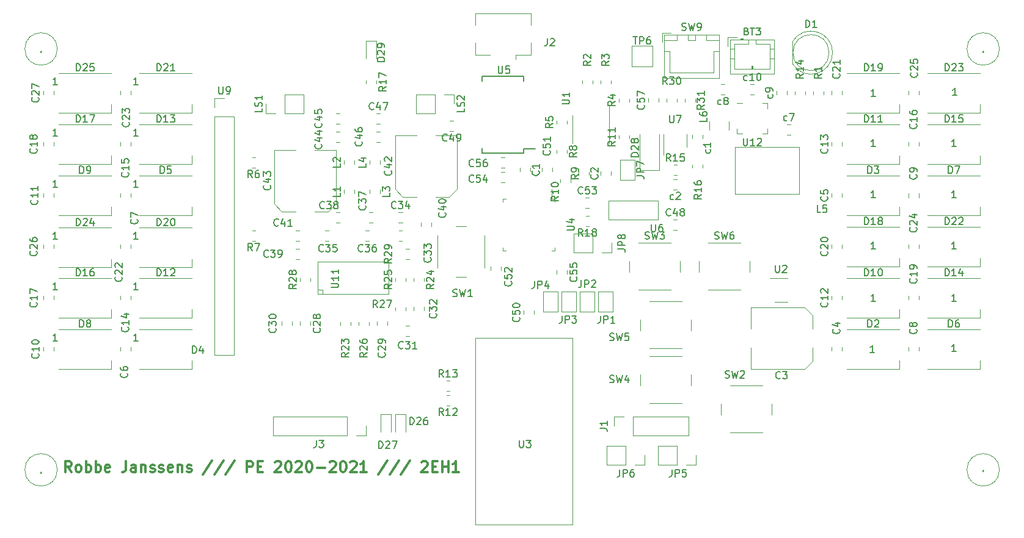
<source format=gbr>
%TF.GenerationSoftware,KiCad,Pcbnew,(5.1.8)-1*%
%TF.CreationDate,2021-03-23T10:09:45+01:00*%
%TF.ProjectId,schema_v1,73636865-6d61-45f7-9631-2e6b69636164,rev?*%
%TF.SameCoordinates,Original*%
%TF.FileFunction,Legend,Top*%
%TF.FilePolarity,Positive*%
%FSLAX46Y46*%
G04 Gerber Fmt 4.6, Leading zero omitted, Abs format (unit mm)*
G04 Created by KiCad (PCBNEW (5.1.8)-1) date 2021-03-23 10:09:45*
%MOMM*%
%LPD*%
G01*
G04 APERTURE LIST*
%ADD10C,0.300000*%
%ADD11C,0.120000*%
%ADD12C,0.150000*%
G04 APERTURE END LIST*
D10*
X87018142Y-115105571D02*
X86518142Y-114391285D01*
X86160999Y-115105571D02*
X86160999Y-113605571D01*
X86732428Y-113605571D01*
X86875285Y-113677000D01*
X86946714Y-113748428D01*
X87018142Y-113891285D01*
X87018142Y-114105571D01*
X86946714Y-114248428D01*
X86875285Y-114319857D01*
X86732428Y-114391285D01*
X86160999Y-114391285D01*
X87875285Y-115105571D02*
X87732428Y-115034142D01*
X87660999Y-114962714D01*
X87589571Y-114819857D01*
X87589571Y-114391285D01*
X87660999Y-114248428D01*
X87732428Y-114177000D01*
X87875285Y-114105571D01*
X88089571Y-114105571D01*
X88232428Y-114177000D01*
X88303857Y-114248428D01*
X88375285Y-114391285D01*
X88375285Y-114819857D01*
X88303857Y-114962714D01*
X88232428Y-115034142D01*
X88089571Y-115105571D01*
X87875285Y-115105571D01*
X89018142Y-115105571D02*
X89018142Y-113605571D01*
X89018142Y-114177000D02*
X89160999Y-114105571D01*
X89446714Y-114105571D01*
X89589571Y-114177000D01*
X89660999Y-114248428D01*
X89732428Y-114391285D01*
X89732428Y-114819857D01*
X89660999Y-114962714D01*
X89589571Y-115034142D01*
X89446714Y-115105571D01*
X89160999Y-115105571D01*
X89018142Y-115034142D01*
X90375285Y-115105571D02*
X90375285Y-113605571D01*
X90375285Y-114177000D02*
X90518142Y-114105571D01*
X90803857Y-114105571D01*
X90946714Y-114177000D01*
X91018142Y-114248428D01*
X91089571Y-114391285D01*
X91089571Y-114819857D01*
X91018142Y-114962714D01*
X90946714Y-115034142D01*
X90803857Y-115105571D01*
X90518142Y-115105571D01*
X90375285Y-115034142D01*
X92303857Y-115034142D02*
X92160999Y-115105571D01*
X91875285Y-115105571D01*
X91732428Y-115034142D01*
X91660999Y-114891285D01*
X91660999Y-114319857D01*
X91732428Y-114177000D01*
X91875285Y-114105571D01*
X92160999Y-114105571D01*
X92303857Y-114177000D01*
X92375285Y-114319857D01*
X92375285Y-114462714D01*
X91660999Y-114605571D01*
X94589571Y-113605571D02*
X94589571Y-114677000D01*
X94518142Y-114891285D01*
X94375285Y-115034142D01*
X94160999Y-115105571D01*
X94018142Y-115105571D01*
X95946714Y-115105571D02*
X95946714Y-114319857D01*
X95875285Y-114177000D01*
X95732428Y-114105571D01*
X95446714Y-114105571D01*
X95303857Y-114177000D01*
X95946714Y-115034142D02*
X95803857Y-115105571D01*
X95446714Y-115105571D01*
X95303857Y-115034142D01*
X95232428Y-114891285D01*
X95232428Y-114748428D01*
X95303857Y-114605571D01*
X95446714Y-114534142D01*
X95803857Y-114534142D01*
X95946714Y-114462714D01*
X96660999Y-114105571D02*
X96660999Y-115105571D01*
X96660999Y-114248428D02*
X96732428Y-114177000D01*
X96875285Y-114105571D01*
X97089571Y-114105571D01*
X97232428Y-114177000D01*
X97303857Y-114319857D01*
X97303857Y-115105571D01*
X97946714Y-115034142D02*
X98089571Y-115105571D01*
X98375285Y-115105571D01*
X98518142Y-115034142D01*
X98589571Y-114891285D01*
X98589571Y-114819857D01*
X98518142Y-114677000D01*
X98375285Y-114605571D01*
X98160999Y-114605571D01*
X98018142Y-114534142D01*
X97946714Y-114391285D01*
X97946714Y-114319857D01*
X98018142Y-114177000D01*
X98160999Y-114105571D01*
X98375285Y-114105571D01*
X98518142Y-114177000D01*
X99160999Y-115034142D02*
X99303857Y-115105571D01*
X99589571Y-115105571D01*
X99732428Y-115034142D01*
X99803857Y-114891285D01*
X99803857Y-114819857D01*
X99732428Y-114677000D01*
X99589571Y-114605571D01*
X99375285Y-114605571D01*
X99232428Y-114534142D01*
X99160999Y-114391285D01*
X99160999Y-114319857D01*
X99232428Y-114177000D01*
X99375285Y-114105571D01*
X99589571Y-114105571D01*
X99732428Y-114177000D01*
X101018142Y-115034142D02*
X100875285Y-115105571D01*
X100589571Y-115105571D01*
X100446714Y-115034142D01*
X100375285Y-114891285D01*
X100375285Y-114319857D01*
X100446714Y-114177000D01*
X100589571Y-114105571D01*
X100875285Y-114105571D01*
X101018142Y-114177000D01*
X101089571Y-114319857D01*
X101089571Y-114462714D01*
X100375285Y-114605571D01*
X101732428Y-114105571D02*
X101732428Y-115105571D01*
X101732428Y-114248428D02*
X101803857Y-114177000D01*
X101946714Y-114105571D01*
X102160999Y-114105571D01*
X102303857Y-114177000D01*
X102375285Y-114319857D01*
X102375285Y-115105571D01*
X103018142Y-115034142D02*
X103160999Y-115105571D01*
X103446714Y-115105571D01*
X103589571Y-115034142D01*
X103660999Y-114891285D01*
X103660999Y-114819857D01*
X103589571Y-114677000D01*
X103446714Y-114605571D01*
X103232428Y-114605571D01*
X103089571Y-114534142D01*
X103018142Y-114391285D01*
X103018142Y-114319857D01*
X103089571Y-114177000D01*
X103232428Y-114105571D01*
X103446714Y-114105571D01*
X103589571Y-114177000D01*
X106518142Y-113534142D02*
X105232428Y-115462714D01*
X108089571Y-113534142D02*
X106803857Y-115462714D01*
X109660999Y-113534142D02*
X108375285Y-115462714D01*
X111303857Y-115105571D02*
X111303857Y-113605571D01*
X111875285Y-113605571D01*
X112018142Y-113677000D01*
X112089571Y-113748428D01*
X112160999Y-113891285D01*
X112160999Y-114105571D01*
X112089571Y-114248428D01*
X112018142Y-114319857D01*
X111875285Y-114391285D01*
X111303857Y-114391285D01*
X112803857Y-114319857D02*
X113303857Y-114319857D01*
X113518142Y-115105571D02*
X112803857Y-115105571D01*
X112803857Y-113605571D01*
X113518142Y-113605571D01*
X115232428Y-113748428D02*
X115303857Y-113677000D01*
X115446714Y-113605571D01*
X115803857Y-113605571D01*
X115946714Y-113677000D01*
X116018142Y-113748428D01*
X116089571Y-113891285D01*
X116089571Y-114034142D01*
X116018142Y-114248428D01*
X115160999Y-115105571D01*
X116089571Y-115105571D01*
X117018142Y-113605571D02*
X117160999Y-113605571D01*
X117303857Y-113677000D01*
X117375285Y-113748428D01*
X117446714Y-113891285D01*
X117518142Y-114177000D01*
X117518142Y-114534142D01*
X117446714Y-114819857D01*
X117375285Y-114962714D01*
X117303857Y-115034142D01*
X117160999Y-115105571D01*
X117018142Y-115105571D01*
X116875285Y-115034142D01*
X116803857Y-114962714D01*
X116732428Y-114819857D01*
X116660999Y-114534142D01*
X116660999Y-114177000D01*
X116732428Y-113891285D01*
X116803857Y-113748428D01*
X116875285Y-113677000D01*
X117018142Y-113605571D01*
X118089571Y-113748428D02*
X118160999Y-113677000D01*
X118303857Y-113605571D01*
X118660999Y-113605571D01*
X118803857Y-113677000D01*
X118875285Y-113748428D01*
X118946714Y-113891285D01*
X118946714Y-114034142D01*
X118875285Y-114248428D01*
X118018142Y-115105571D01*
X118946714Y-115105571D01*
X119875285Y-113605571D02*
X120018142Y-113605571D01*
X120160999Y-113677000D01*
X120232428Y-113748428D01*
X120303857Y-113891285D01*
X120375285Y-114177000D01*
X120375285Y-114534142D01*
X120303857Y-114819857D01*
X120232428Y-114962714D01*
X120160999Y-115034142D01*
X120018142Y-115105571D01*
X119875285Y-115105571D01*
X119732428Y-115034142D01*
X119660999Y-114962714D01*
X119589571Y-114819857D01*
X119518142Y-114534142D01*
X119518142Y-114177000D01*
X119589571Y-113891285D01*
X119660999Y-113748428D01*
X119732428Y-113677000D01*
X119875285Y-113605571D01*
X121018142Y-114534142D02*
X122160999Y-114534142D01*
X122803857Y-113748428D02*
X122875285Y-113677000D01*
X123018142Y-113605571D01*
X123375285Y-113605571D01*
X123518142Y-113677000D01*
X123589571Y-113748428D01*
X123660999Y-113891285D01*
X123660999Y-114034142D01*
X123589571Y-114248428D01*
X122732428Y-115105571D01*
X123660999Y-115105571D01*
X124589571Y-113605571D02*
X124732428Y-113605571D01*
X124875285Y-113677000D01*
X124946714Y-113748428D01*
X125018142Y-113891285D01*
X125089571Y-114177000D01*
X125089571Y-114534142D01*
X125018142Y-114819857D01*
X124946714Y-114962714D01*
X124875285Y-115034142D01*
X124732428Y-115105571D01*
X124589571Y-115105571D01*
X124446714Y-115034142D01*
X124375285Y-114962714D01*
X124303857Y-114819857D01*
X124232428Y-114534142D01*
X124232428Y-114177000D01*
X124303857Y-113891285D01*
X124375285Y-113748428D01*
X124446714Y-113677000D01*
X124589571Y-113605571D01*
X125660999Y-113748428D02*
X125732428Y-113677000D01*
X125875285Y-113605571D01*
X126232428Y-113605571D01*
X126375285Y-113677000D01*
X126446714Y-113748428D01*
X126518142Y-113891285D01*
X126518142Y-114034142D01*
X126446714Y-114248428D01*
X125589571Y-115105571D01*
X126518142Y-115105571D01*
X127946714Y-115105571D02*
X127089571Y-115105571D01*
X127518142Y-115105571D02*
X127518142Y-113605571D01*
X127375285Y-113819857D01*
X127232428Y-113962714D01*
X127089571Y-114034142D01*
X130803857Y-113534142D02*
X129518142Y-115462714D01*
X132375285Y-113534142D02*
X131089571Y-115462714D01*
X133946714Y-113534142D02*
X132660999Y-115462714D01*
X135518142Y-113748428D02*
X135589571Y-113677000D01*
X135732428Y-113605571D01*
X136089571Y-113605571D01*
X136232428Y-113677000D01*
X136303857Y-113748428D01*
X136375285Y-113891285D01*
X136375285Y-114034142D01*
X136303857Y-114248428D01*
X135446714Y-115105571D01*
X136375285Y-115105571D01*
X137018142Y-114319857D02*
X137518142Y-114319857D01*
X137732428Y-115105571D02*
X137018142Y-115105571D01*
X137018142Y-113605571D01*
X137732428Y-113605571D01*
X138375285Y-115105571D02*
X138375285Y-113605571D01*
X138375285Y-114319857D02*
X139232428Y-114319857D01*
X139232428Y-115105571D02*
X139232428Y-113605571D01*
X140732428Y-115105571D02*
X139875285Y-115105571D01*
X140303857Y-115105571D02*
X140303857Y-113605571D01*
X140161000Y-113819857D01*
X140018142Y-113962714D01*
X139875285Y-114034142D01*
D11*
%TO.C,D1*%
X192488000Y-56895538D02*
G75*
G02*
X186938000Y-58440830I-2990000J-462D01*
G01*
X192488000Y-56896462D02*
G75*
G03*
X186938000Y-55351170I-2990000J462D01*
G01*
X191998000Y-56896000D02*
G75*
G03*
X191998000Y-56896000I-2500000J0D01*
G01*
X186938000Y-55351000D02*
X186938000Y-58441000D01*
%TO.C,.*%
X215610000Y-114808000D02*
G75*
G03*
X215610000Y-114808000I-2250000J0D01*
G01*
X215610000Y-56388000D02*
G75*
G03*
X215610000Y-56388000I-2250000J0D01*
G01*
X85054000Y-56388000D02*
G75*
G03*
X85054000Y-56388000I-2250000J0D01*
G01*
X85054000Y-114808000D02*
G75*
G03*
X85054000Y-114808000I-2250000J0D01*
G01*
%TO.C,U12*%
X179971000Y-63930000D02*
X179246000Y-63930000D01*
X183466000Y-68150000D02*
X183466000Y-67425000D01*
X182741000Y-68150000D02*
X183466000Y-68150000D01*
X179246000Y-68150000D02*
X179246000Y-67425000D01*
X179971000Y-68150000D02*
X179246000Y-68150000D01*
X183466000Y-63930000D02*
X183466000Y-64655000D01*
X182741000Y-63930000D02*
X183466000Y-63930000D01*
%TO.C,U11*%
X121793000Y-89789000D02*
X121158000Y-89789000D01*
X121793000Y-90424000D02*
X121793000Y-89789000D01*
X121158000Y-85915500D02*
X121158000Y-90424000D01*
X131000500Y-85915500D02*
X121158000Y-85915500D01*
X131000500Y-90424000D02*
X131000500Y-85915500D01*
X121158000Y-90424000D02*
X131000500Y-90424000D01*
%TO.C,U9*%
X106874000Y-63186000D02*
X108204000Y-63186000D01*
X106874000Y-64516000D02*
X106874000Y-63186000D01*
X106874000Y-65786000D02*
X109534000Y-65786000D01*
X109534000Y-65786000D02*
X109534000Y-98866000D01*
X106874000Y-65786000D02*
X106874000Y-98866000D01*
X106874000Y-98866000D02*
X109534000Y-98866000D01*
%TO.C,U7*%
X169078000Y-68188000D02*
X169078000Y-71138000D01*
X172298000Y-69988000D02*
X172298000Y-68188000D01*
%TO.C,U6*%
X168275000Y-80073500D02*
X168275000Y-77470000D01*
X161480500Y-80073500D02*
X168275000Y-80073500D01*
X161480500Y-77470000D02*
X161480500Y-80073500D01*
X168275000Y-77470000D02*
X161480500Y-77470000D01*
D12*
%TO.C,U5*%
X149687000Y-70282000D02*
X151287000Y-70282000D01*
X149687000Y-60207000D02*
X143937000Y-60207000D01*
X149687000Y-70857000D02*
X143937000Y-70857000D01*
X149687000Y-60207000D02*
X149687000Y-60857000D01*
X143937000Y-60207000D02*
X143937000Y-60857000D01*
X143937000Y-70857000D02*
X143937000Y-70207000D01*
X149687000Y-70857000D02*
X149687000Y-70282000D01*
D11*
%TO.C,U4*%
X153528000Y-77162000D02*
X153528000Y-75872000D01*
X153978000Y-77162000D02*
X153528000Y-77162000D01*
X153978000Y-77612000D02*
X153978000Y-77162000D01*
X153978000Y-84382000D02*
X153528000Y-84382000D01*
X153978000Y-83932000D02*
X153978000Y-84382000D01*
X146758000Y-77162000D02*
X147208000Y-77162000D01*
X146758000Y-77612000D02*
X146758000Y-77162000D01*
X146758000Y-84382000D02*
X147208000Y-84382000D01*
X146758000Y-83932000D02*
X146758000Y-84382000D01*
%TO.C,U3*%
X142964000Y-96520000D02*
X156464000Y-96520000D01*
X142964000Y-122428000D02*
X142964000Y-96520000D01*
X156464000Y-122428000D02*
X142964000Y-122428000D01*
X156464000Y-96520000D02*
X156464000Y-122428000D01*
%TO.C,U2*%
X186236000Y-88240000D02*
X183786000Y-88240000D01*
X184436000Y-91460000D02*
X186236000Y-91460000D01*
%TO.C,U1*%
X161564000Y-67564000D02*
X161564000Y-64114000D01*
X161564000Y-67564000D02*
X161564000Y-69514000D01*
X156444000Y-67564000D02*
X156444000Y-65614000D01*
X156444000Y-67564000D02*
X156444000Y-69514000D01*
%TO.C,TP6*%
X164666000Y-58854000D02*
X164666000Y-55954000D01*
X167566000Y-58854000D02*
X164666000Y-58854000D01*
X167566000Y-55954000D02*
X167566000Y-58854000D01*
X164666000Y-55954000D02*
X167566000Y-55954000D01*
%TO.C,SW9*%
X168854000Y-54146000D02*
X168854000Y-55396000D01*
X170104000Y-54146000D02*
X168854000Y-54146000D01*
X176004000Y-59646000D02*
X172954000Y-59646000D01*
X176004000Y-56696000D02*
X176004000Y-59646000D01*
X176754000Y-56696000D02*
X176004000Y-56696000D01*
X169904000Y-59646000D02*
X172954000Y-59646000D01*
X169904000Y-56696000D02*
X169904000Y-59646000D01*
X169154000Y-56696000D02*
X169904000Y-56696000D01*
X176754000Y-54446000D02*
X174954000Y-54446000D01*
X176754000Y-55196000D02*
X176754000Y-54446000D01*
X174954000Y-55196000D02*
X176754000Y-55196000D01*
X174954000Y-54446000D02*
X174954000Y-55196000D01*
X170954000Y-54446000D02*
X169154000Y-54446000D01*
X170954000Y-55196000D02*
X170954000Y-54446000D01*
X169154000Y-55196000D02*
X170954000Y-55196000D01*
X169154000Y-54446000D02*
X169154000Y-55196000D01*
X173454000Y-54446000D02*
X172454000Y-54446000D01*
X173454000Y-55196000D02*
X173454000Y-54446000D01*
X172454000Y-55196000D02*
X173454000Y-55196000D01*
X172454000Y-54446000D02*
X172454000Y-55196000D01*
X176764000Y-54436000D02*
X169144000Y-54436000D01*
X176764000Y-60406000D02*
X176764000Y-54436000D01*
X169144000Y-60406000D02*
X176764000Y-60406000D01*
X169144000Y-54436000D02*
X169144000Y-60406000D01*
%TO.C,SW6*%
X180994000Y-87328000D02*
X180994000Y-85828000D01*
X179744000Y-83328000D02*
X175244000Y-83328000D01*
X173994000Y-85828000D02*
X173994000Y-87328000D01*
X175244000Y-89828000D02*
X179744000Y-89828000D01*
%TO.C,SW5*%
X172866000Y-95456000D02*
X172866000Y-93956000D01*
X171616000Y-91456000D02*
X167116000Y-91456000D01*
X165866000Y-93956000D02*
X165866000Y-95456000D01*
X167116000Y-97956000D02*
X171616000Y-97956000D01*
%TO.C,SW4*%
X172866000Y-103076000D02*
X172866000Y-101576000D01*
X171616000Y-99076000D02*
X167116000Y-99076000D01*
X165866000Y-101576000D02*
X165866000Y-103076000D01*
X167116000Y-105576000D02*
X171616000Y-105576000D01*
%TO.C,SW3*%
X171342000Y-87328000D02*
X171342000Y-85828000D01*
X170092000Y-83328000D02*
X165592000Y-83328000D01*
X164342000Y-85828000D02*
X164342000Y-87328000D01*
X165592000Y-89828000D02*
X170092000Y-89828000D01*
%TO.C,SW2*%
X184042000Y-107140000D02*
X184042000Y-105640000D01*
X182792000Y-103140000D02*
X178292000Y-103140000D01*
X177042000Y-105640000D02*
X177042000Y-107140000D01*
X178292000Y-109640000D02*
X182792000Y-109640000D01*
%TO.C,SW1*%
X140256000Y-88030000D02*
X141756000Y-88030000D01*
X144256000Y-86780000D02*
X144256000Y-82280000D01*
X141756000Y-81030000D02*
X140256000Y-81030000D01*
X137756000Y-82280000D02*
X137756000Y-86780000D01*
%TO.C,R31*%
X173455000Y-63727064D02*
X173455000Y-63272936D01*
X171985000Y-63727064D02*
X171985000Y-63272936D01*
%TO.C,R30*%
X169445000Y-63272936D02*
X169445000Y-63727064D01*
X170915000Y-63272936D02*
X170915000Y-63727064D01*
%TO.C,R29*%
X132360936Y-83031000D02*
X132815064Y-83031000D01*
X132360936Y-81561000D02*
X132815064Y-81561000D01*
%TO.C,R28*%
X120115000Y-88619064D02*
X120115000Y-88164936D01*
X118645000Y-88619064D02*
X118645000Y-88164936D01*
%TO.C,R27*%
X133323000Y-92683064D02*
X133323000Y-92228936D01*
X131853000Y-92683064D02*
X131853000Y-92228936D01*
%TO.C,R26*%
X126773000Y-94260936D02*
X126773000Y-94715064D01*
X128243000Y-94260936D02*
X128243000Y-94715064D01*
%TO.C,R25*%
X133323000Y-88619064D02*
X133323000Y-88164936D01*
X131853000Y-88619064D02*
X131853000Y-88164936D01*
%TO.C,R24*%
X134393000Y-88164936D02*
X134393000Y-88619064D01*
X135863000Y-88164936D02*
X135863000Y-88619064D01*
%TO.C,R23*%
X124233000Y-94260936D02*
X124233000Y-94715064D01*
X125703000Y-94260936D02*
X125703000Y-94715064D01*
%TO.C,R18*%
X158723064Y-79529000D02*
X158268936Y-79529000D01*
X158723064Y-80999000D02*
X158268936Y-80999000D01*
%TO.C,R17*%
X127789000Y-60732936D02*
X127789000Y-61187064D01*
X129259000Y-60732936D02*
X129259000Y-61187064D01*
%TO.C,R16*%
X174471000Y-72871064D02*
X174471000Y-72416936D01*
X173001000Y-72871064D02*
X173001000Y-72416936D01*
%TO.C,R15*%
X170460936Y-73887000D02*
X170915064Y-73887000D01*
X170460936Y-72417000D02*
X170915064Y-72417000D01*
%TO.C,R14*%
X187225000Y-62256936D02*
X187225000Y-62711064D01*
X188695000Y-62256936D02*
X188695000Y-62711064D01*
%TO.C,R13*%
X139419064Y-102389000D02*
X138964936Y-102389000D01*
X139419064Y-103859000D02*
X138964936Y-103859000D01*
%TO.C,R12*%
X139419064Y-104421000D02*
X138964936Y-104421000D01*
X139419064Y-105891000D02*
X138964936Y-105891000D01*
%TO.C,R11*%
X164311000Y-68807064D02*
X164311000Y-68352936D01*
X162841000Y-68807064D02*
X162841000Y-68352936D01*
%TO.C,R10*%
X156183000Y-74903064D02*
X156183000Y-74448936D01*
X154713000Y-74903064D02*
X154713000Y-74448936D01*
%TO.C,R9*%
X157253000Y-73432936D02*
X157253000Y-73887064D01*
X158723000Y-73432936D02*
X158723000Y-73887064D01*
%TO.C,R8*%
X154205000Y-70384936D02*
X154205000Y-70839064D01*
X155675000Y-70384936D02*
X155675000Y-70839064D01*
%TO.C,R7*%
X112495064Y-81561000D02*
X112040936Y-81561000D01*
X112495064Y-83031000D02*
X112040936Y-83031000D01*
%TO.C,R6*%
X112495064Y-71401000D02*
X112040936Y-71401000D01*
X112495064Y-72871000D02*
X112040936Y-72871000D01*
%TO.C,R5*%
X155675000Y-66775064D02*
X155675000Y-66320936D01*
X154205000Y-66775064D02*
X154205000Y-66320936D01*
%TO.C,R4*%
X164311000Y-63727064D02*
X164311000Y-63272936D01*
X162841000Y-63727064D02*
X162841000Y-63272936D01*
%TO.C,R3*%
X161771000Y-61187064D02*
X161771000Y-60732936D01*
X160301000Y-61187064D02*
X160301000Y-60732936D01*
%TO.C,R2*%
X159231000Y-61187064D02*
X159231000Y-60732936D01*
X157761000Y-61187064D02*
X157761000Y-60732936D01*
%TO.C,R1*%
X191235000Y-62711064D02*
X191235000Y-62256936D01*
X189765000Y-62711064D02*
X189765000Y-62256936D01*
%TO.C,LS2*%
X140014000Y-62678000D02*
X140014000Y-64008000D01*
X138684000Y-62678000D02*
X140014000Y-62678000D01*
X137414000Y-62678000D02*
X137414000Y-65338000D01*
X137414000Y-65338000D02*
X134814000Y-65338000D01*
X137414000Y-62678000D02*
X134814000Y-62678000D01*
X134814000Y-62678000D02*
X134814000Y-65338000D01*
%TO.C,LS1*%
X113986000Y-65338000D02*
X113986000Y-64008000D01*
X115316000Y-65338000D02*
X113986000Y-65338000D01*
X116586000Y-65338000D02*
X116586000Y-62678000D01*
X116586000Y-62678000D02*
X119186000Y-62678000D01*
X116586000Y-65338000D02*
X119186000Y-65338000D01*
X119186000Y-65338000D02*
X119186000Y-62678000D01*
%TO.C,L6*%
X178144000Y-67658064D02*
X178144000Y-66453936D01*
X175424000Y-67658064D02*
X175424000Y-66453936D01*
%TO.C,L5*%
X187896500Y-69977000D02*
X187896500Y-76517500D01*
X178943000Y-69977000D02*
X187833000Y-69977000D01*
X178943000Y-76517500D02*
X178943000Y-69977000D01*
X187896500Y-76517500D02*
X178943000Y-76517500D01*
%TO.C,L4*%
X129742000Y-72397252D02*
X129742000Y-71874748D01*
X128322000Y-72397252D02*
X128322000Y-71874748D01*
%TO.C,L3*%
X129742000Y-76461252D02*
X129742000Y-75938748D01*
X128322000Y-76461252D02*
X128322000Y-75938748D01*
%TO.C,L2*%
X126186000Y-72397252D02*
X126186000Y-71874748D01*
X124766000Y-72397252D02*
X124766000Y-71874748D01*
%TO.C,L1*%
X126186000Y-76461252D02*
X126186000Y-75938748D01*
X124766000Y-76461252D02*
X124766000Y-75938748D01*
%TO.C,JP8*%
X161858000Y-83312000D02*
X161858000Y-84642000D01*
X161858000Y-84642000D02*
X160528000Y-84642000D01*
X159258000Y-84642000D02*
X156658000Y-84642000D01*
X156658000Y-81982000D02*
X156658000Y-84642000D01*
X159258000Y-81982000D02*
X156658000Y-81982000D01*
X159258000Y-81982000D02*
X159258000Y-84642000D01*
%TO.C,JP7*%
X165084000Y-71752000D02*
X165084000Y-74552000D01*
X165084000Y-74552000D02*
X163084000Y-74552000D01*
X163084000Y-74552000D02*
X163084000Y-71752000D01*
X163084000Y-71752000D02*
X165084000Y-71752000D01*
%TO.C,JP6*%
X166430000Y-112776000D02*
X166430000Y-114106000D01*
X166430000Y-114106000D02*
X165100000Y-114106000D01*
X163830000Y-114106000D02*
X161230000Y-114106000D01*
X161230000Y-111446000D02*
X161230000Y-114106000D01*
X163830000Y-111446000D02*
X161230000Y-111446000D01*
X163830000Y-111446000D02*
X163830000Y-114106000D01*
%TO.C,JP5*%
X173542000Y-112776000D02*
X173542000Y-114106000D01*
X173542000Y-114106000D02*
X172212000Y-114106000D01*
X170942000Y-114106000D02*
X168342000Y-114106000D01*
X168342000Y-111446000D02*
X168342000Y-114106000D01*
X170942000Y-111446000D02*
X168342000Y-111446000D01*
X170942000Y-111446000D02*
X170942000Y-114106000D01*
%TO.C,JP4*%
X154416000Y-90040000D02*
X154416000Y-92840000D01*
X154416000Y-92840000D02*
X152416000Y-92840000D01*
X152416000Y-92840000D02*
X152416000Y-90040000D01*
X152416000Y-90040000D02*
X154416000Y-90040000D01*
%TO.C,JP3*%
X156956000Y-90040000D02*
X156956000Y-92840000D01*
X156956000Y-92840000D02*
X154956000Y-92840000D01*
X154956000Y-92840000D02*
X154956000Y-90040000D01*
X154956000Y-90040000D02*
X156956000Y-90040000D01*
%TO.C,JP2*%
X159496000Y-90040000D02*
X159496000Y-92840000D01*
X159496000Y-92840000D02*
X157496000Y-92840000D01*
X157496000Y-92840000D02*
X157496000Y-90040000D01*
X157496000Y-90040000D02*
X159496000Y-90040000D01*
%TO.C,JP1*%
X162036000Y-90040000D02*
X162036000Y-92840000D01*
X162036000Y-92840000D02*
X160036000Y-92840000D01*
X160036000Y-92840000D02*
X160036000Y-90040000D01*
X160036000Y-90040000D02*
X162036000Y-90040000D01*
%TO.C,J3*%
X127822000Y-108712000D02*
X127822000Y-110042000D01*
X127822000Y-110042000D02*
X126492000Y-110042000D01*
X125222000Y-110042000D02*
X115002000Y-110042000D01*
X115002000Y-107382000D02*
X115002000Y-110042000D01*
X125222000Y-107382000D02*
X115002000Y-107382000D01*
X125222000Y-107382000D02*
X125222000Y-110042000D01*
%TO.C,J2*%
X148612000Y-57240000D02*
X148612000Y-57830000D01*
X142952000Y-51420000D02*
X142952000Y-53030000D01*
X150672000Y-51420000D02*
X142952000Y-51420000D01*
X150672000Y-55530000D02*
X150672000Y-57240000D01*
X150672000Y-57240000D02*
X148612000Y-57240000D01*
X142952000Y-55530000D02*
X142952000Y-57240000D01*
X142952000Y-57240000D02*
X145012000Y-57240000D01*
X150672000Y-51420000D02*
X150672000Y-53030000D01*
%TO.C,J1*%
X162246000Y-108712000D02*
X162246000Y-107382000D01*
X162246000Y-107382000D02*
X163576000Y-107382000D01*
X164846000Y-107382000D02*
X172526000Y-107382000D01*
X172526000Y-110042000D02*
X172526000Y-107382000D01*
X164846000Y-110042000D02*
X172526000Y-110042000D01*
X164846000Y-110042000D02*
X164846000Y-107382000D01*
%TO.C,D29*%
X127789000Y-55236000D02*
X127789000Y-57696000D01*
X129259000Y-55236000D02*
X127789000Y-55236000D01*
X129259000Y-57696000D02*
X129259000Y-55236000D01*
%TO.C,D28*%
X165772000Y-73184000D02*
X165772000Y-68204000D01*
X168492000Y-73184000D02*
X168492000Y-68204000D01*
X165772000Y-73184000D02*
X168492000Y-73184000D01*
%TO.C,D27*%
X129821000Y-107052000D02*
X129821000Y-109512000D01*
X131291000Y-107052000D02*
X129821000Y-107052000D01*
X131291000Y-109512000D02*
X131291000Y-107052000D01*
%TO.C,D26*%
X131853000Y-107052000D02*
X131853000Y-109512000D01*
X133323000Y-107052000D02*
X131853000Y-107052000D01*
X133323000Y-109512000D02*
X133323000Y-107052000D01*
%TO.C,D25*%
X92550000Y-65234000D02*
X92550000Y-64084000D01*
X85250000Y-65234000D02*
X92550000Y-65234000D01*
X85250000Y-59734000D02*
X92550000Y-59734000D01*
%TO.C,D24*%
X92550000Y-86699000D02*
X92550000Y-85549000D01*
X85250000Y-86699000D02*
X92550000Y-86699000D01*
X85250000Y-81199000D02*
X92550000Y-81199000D01*
%TO.C,D23*%
X205646000Y-59734000D02*
X212946000Y-59734000D01*
X205646000Y-65234000D02*
X212946000Y-65234000D01*
X212946000Y-65234000D02*
X212946000Y-64084000D01*
%TO.C,D22*%
X212946000Y-86570000D02*
X212946000Y-85420000D01*
X205646000Y-86570000D02*
X212946000Y-86570000D01*
X205646000Y-81070000D02*
X212946000Y-81070000D01*
%TO.C,D21*%
X103726000Y-65234000D02*
X103726000Y-64084000D01*
X96426000Y-65234000D02*
X103726000Y-65234000D01*
X96426000Y-59734000D02*
X103726000Y-59734000D01*
%TO.C,D20*%
X103726000Y-86699000D02*
X103726000Y-85549000D01*
X96426000Y-86699000D02*
X103726000Y-86699000D01*
X96426000Y-81199000D02*
X103726000Y-81199000D01*
%TO.C,D19*%
X201770000Y-65234000D02*
X201770000Y-64084000D01*
X194470000Y-65234000D02*
X201770000Y-65234000D01*
X194470000Y-59734000D02*
X201770000Y-59734000D01*
%TO.C,D18*%
X201770000Y-86570000D02*
X201770000Y-85420000D01*
X194470000Y-86570000D02*
X201770000Y-86570000D01*
X194470000Y-81070000D02*
X201770000Y-81070000D01*
%TO.C,D17*%
X92550000Y-72346000D02*
X92550000Y-71196000D01*
X85250000Y-72346000D02*
X92550000Y-72346000D01*
X85250000Y-66846000D02*
X92550000Y-66846000D01*
%TO.C,D16*%
X92550000Y-93682000D02*
X92550000Y-92532000D01*
X85250000Y-93682000D02*
X92550000Y-93682000D01*
X85250000Y-88182000D02*
X92550000Y-88182000D01*
%TO.C,D15*%
X212946000Y-72346000D02*
X212946000Y-71196000D01*
X205646000Y-72346000D02*
X212946000Y-72346000D01*
X205646000Y-66846000D02*
X212946000Y-66846000D01*
%TO.C,D14*%
X212946000Y-93682000D02*
X212946000Y-92532000D01*
X205646000Y-93682000D02*
X212946000Y-93682000D01*
X205646000Y-88182000D02*
X212946000Y-88182000D01*
%TO.C,D13*%
X103726000Y-72346000D02*
X103726000Y-71196000D01*
X96426000Y-72346000D02*
X103726000Y-72346000D01*
X96426000Y-66846000D02*
X103726000Y-66846000D01*
%TO.C,D12*%
X103726000Y-93682000D02*
X103726000Y-92532000D01*
X96426000Y-93682000D02*
X103726000Y-93682000D01*
X96426000Y-88182000D02*
X103726000Y-88182000D01*
%TO.C,D11*%
X201770000Y-72346000D02*
X201770000Y-71196000D01*
X194470000Y-72346000D02*
X201770000Y-72346000D01*
X194470000Y-66846000D02*
X201770000Y-66846000D01*
%TO.C,D10*%
X201770000Y-93682000D02*
X201770000Y-92532000D01*
X194470000Y-93682000D02*
X201770000Y-93682000D01*
X194470000Y-88182000D02*
X201770000Y-88182000D01*
%TO.C,D9*%
X92550000Y-79458000D02*
X92550000Y-78308000D01*
X85250000Y-79458000D02*
X92550000Y-79458000D01*
X85250000Y-73958000D02*
X92550000Y-73958000D01*
%TO.C,D8*%
X92550000Y-100794000D02*
X92550000Y-99644000D01*
X85250000Y-100794000D02*
X92550000Y-100794000D01*
X85250000Y-95294000D02*
X92550000Y-95294000D01*
%TO.C,D7*%
X212946000Y-79458000D02*
X212946000Y-78308000D01*
X205646000Y-79458000D02*
X212946000Y-79458000D01*
X205646000Y-73958000D02*
X212946000Y-73958000D01*
%TO.C,D6*%
X212946000Y-100794000D02*
X212946000Y-99644000D01*
X205646000Y-100794000D02*
X212946000Y-100794000D01*
X205646000Y-95294000D02*
X212946000Y-95294000D01*
%TO.C,D5*%
X103726000Y-79458000D02*
X103726000Y-78308000D01*
X96426000Y-79458000D02*
X103726000Y-79458000D01*
X96426000Y-73958000D02*
X103726000Y-73958000D01*
%TO.C,D4*%
X103726000Y-100794000D02*
X103726000Y-99644000D01*
X96426000Y-100794000D02*
X103726000Y-100794000D01*
X96426000Y-95294000D02*
X103726000Y-95294000D01*
%TO.C,D3*%
X201770000Y-79458000D02*
X201770000Y-78308000D01*
X194470000Y-79458000D02*
X201770000Y-79458000D01*
X194470000Y-73958000D02*
X201770000Y-73958000D01*
%TO.C,D2*%
X201770000Y-100794000D02*
X201770000Y-99644000D01*
X194470000Y-100794000D02*
X201770000Y-100794000D01*
X194470000Y-95294000D02*
X201770000Y-95294000D01*
%TO.C,C57*%
X168375000Y-63761252D02*
X168375000Y-63238748D01*
X166905000Y-63761252D02*
X166905000Y-63238748D01*
%TO.C,C56*%
X147073252Y-71401000D02*
X146550748Y-71401000D01*
X147073252Y-72871000D02*
X146550748Y-72871000D01*
%TO.C,C55*%
X154205000Y-87114748D02*
X154205000Y-87637252D01*
X155675000Y-87114748D02*
X155675000Y-87637252D01*
%TO.C,C54*%
X147073252Y-73433000D02*
X146550748Y-73433000D01*
X147073252Y-74903000D02*
X146550748Y-74903000D01*
%TO.C,C53*%
X158234748Y-78459000D02*
X158757252Y-78459000D01*
X158234748Y-76989000D02*
X158757252Y-76989000D01*
%TO.C,C52*%
X145061000Y-86606748D02*
X145061000Y-87129252D01*
X146531000Y-86606748D02*
X146531000Y-87129252D01*
%TO.C,C51*%
X153643000Y-73413252D02*
X153643000Y-72890748D01*
X152173000Y-73413252D02*
X152173000Y-72890748D01*
%TO.C,C50*%
X151103000Y-93225252D02*
X151103000Y-92702748D01*
X149633000Y-93225252D02*
X149633000Y-92702748D01*
%TO.C,C49*%
X139961252Y-66321000D02*
X139438748Y-66321000D01*
X139961252Y-67791000D02*
X139438748Y-67791000D01*
%TO.C,C48*%
X170426748Y-81507000D02*
X170949252Y-81507000D01*
X170426748Y-80037000D02*
X170949252Y-80037000D01*
%TO.C,C47*%
X129278748Y-66775000D02*
X129801252Y-66775000D01*
X129278748Y-65305000D02*
X129801252Y-65305000D01*
%TO.C,C46*%
X129801252Y-67845000D02*
X129278748Y-67845000D01*
X129801252Y-69315000D02*
X129278748Y-69315000D01*
%TO.C,C45*%
X124213252Y-65305000D02*
X123690748Y-65305000D01*
X124213252Y-66775000D02*
X123690748Y-66775000D01*
%TO.C,C44*%
X123690748Y-69315000D02*
X124213252Y-69315000D01*
X123690748Y-67845000D02*
X124213252Y-67845000D01*
%TO.C,C43*%
X122575563Y-78936000D02*
X123640000Y-77871563D01*
X116184437Y-78936000D02*
X115120000Y-77871563D01*
X116184437Y-78936000D02*
X118070000Y-78936000D01*
X122575563Y-78936000D02*
X120690000Y-78936000D01*
X123640000Y-77871563D02*
X123640000Y-70416000D01*
X115120000Y-77871563D02*
X115120000Y-70416000D01*
X115120000Y-70416000D02*
X118070000Y-70416000D01*
X123640000Y-70416000D02*
X120690000Y-70416000D01*
%TO.C,C42*%
X139339563Y-76904000D02*
X140404000Y-75839563D01*
X132948437Y-76904000D02*
X131884000Y-75839563D01*
X132948437Y-76904000D02*
X134834000Y-76904000D01*
X139339563Y-76904000D02*
X137454000Y-76904000D01*
X140404000Y-75839563D02*
X140404000Y-68384000D01*
X131884000Y-75839563D02*
X131884000Y-68384000D01*
X131884000Y-68384000D02*
X134834000Y-68384000D01*
X140404000Y-68384000D02*
X137454000Y-68384000D01*
%TO.C,C41*%
X118625252Y-81561000D02*
X118102748Y-81561000D01*
X118625252Y-83031000D02*
X118102748Y-83031000D01*
%TO.C,C40*%
X135409000Y-80510748D02*
X135409000Y-81033252D01*
X136879000Y-80510748D02*
X136879000Y-81033252D01*
%TO.C,C39*%
X118625252Y-84101000D02*
X118102748Y-84101000D01*
X118625252Y-85571000D02*
X118102748Y-85571000D01*
%TO.C,C38*%
X122166748Y-83031000D02*
X122689252Y-83031000D01*
X122166748Y-81561000D02*
X122689252Y-81561000D01*
%TO.C,C37*%
X128785252Y-79021000D02*
X128262748Y-79021000D01*
X128785252Y-80491000D02*
X128262748Y-80491000D01*
%TO.C,C36*%
X127754748Y-83031000D02*
X128277252Y-83031000D01*
X127754748Y-81561000D02*
X128277252Y-81561000D01*
%TO.C,C35*%
X124213252Y-79021000D02*
X123690748Y-79021000D01*
X124213252Y-80491000D02*
X123690748Y-80491000D01*
%TO.C,C34*%
X132348248Y-80491000D02*
X132870752Y-80491000D01*
X132348248Y-79021000D02*
X132870752Y-79021000D01*
%TO.C,C33*%
X133342748Y-85571000D02*
X133865252Y-85571000D01*
X133342748Y-84101000D02*
X133865252Y-84101000D01*
%TO.C,C32*%
X135863000Y-92717252D02*
X135863000Y-92194748D01*
X134393000Y-92717252D02*
X134393000Y-92194748D01*
%TO.C,C31*%
X133342748Y-96239000D02*
X133865252Y-96239000D01*
X133342748Y-94769000D02*
X133865252Y-94769000D01*
%TO.C,C30*%
X116105000Y-94226748D02*
X116105000Y-94749252D01*
X117575000Y-94226748D02*
X117575000Y-94749252D01*
%TO.C,C29*%
X129313000Y-94226748D02*
X129313000Y-94749252D01*
X130783000Y-94226748D02*
X130783000Y-94749252D01*
%TO.C,C28*%
X118645000Y-94226748D02*
X118645000Y-94749252D01*
X120115000Y-94226748D02*
X120115000Y-94749252D01*
%TO.C,C27*%
X83085000Y-62222748D02*
X83085000Y-62745252D01*
X84555000Y-62222748D02*
X84555000Y-62745252D01*
%TO.C,C26*%
X83085000Y-83558748D02*
X83085000Y-84081252D01*
X84555000Y-83558748D02*
X84555000Y-84081252D01*
%TO.C,C25*%
X202973000Y-62222748D02*
X202973000Y-62745252D01*
X204443000Y-62222748D02*
X204443000Y-62745252D01*
%TO.C,C24*%
X202973000Y-83558748D02*
X202973000Y-84081252D01*
X204443000Y-83558748D02*
X204443000Y-84081252D01*
%TO.C,C23*%
X93753000Y-62222748D02*
X93753000Y-62745252D01*
X95223000Y-62222748D02*
X95223000Y-62745252D01*
%TO.C,C22*%
X93753000Y-83558748D02*
X93753000Y-84081252D01*
X95223000Y-83558748D02*
X95223000Y-84081252D01*
%TO.C,C21*%
X192305000Y-62222748D02*
X192305000Y-62745252D01*
X193775000Y-62222748D02*
X193775000Y-62745252D01*
%TO.C,C20*%
X192305000Y-83558748D02*
X192305000Y-84081252D01*
X193775000Y-83558748D02*
X193775000Y-84081252D01*
%TO.C,C19*%
X202973000Y-90670748D02*
X202973000Y-91193252D01*
X204443000Y-90670748D02*
X204443000Y-91193252D01*
%TO.C,C18*%
X83085000Y-69334748D02*
X83085000Y-69857252D01*
X84555000Y-69334748D02*
X84555000Y-69857252D01*
%TO.C,C17*%
X83085000Y-90670748D02*
X83085000Y-91193252D01*
X84555000Y-90670748D02*
X84555000Y-91193252D01*
%TO.C,C16*%
X202973000Y-69334748D02*
X202973000Y-69857252D01*
X204443000Y-69334748D02*
X204443000Y-69857252D01*
%TO.C,C15*%
X93753000Y-69334748D02*
X93753000Y-69857252D01*
X95223000Y-69334748D02*
X95223000Y-69857252D01*
%TO.C,C14*%
X93753000Y-90670748D02*
X93753000Y-91193252D01*
X95223000Y-90670748D02*
X95223000Y-91193252D01*
%TO.C,C13*%
X192305000Y-69334748D02*
X192305000Y-69857252D01*
X193775000Y-69334748D02*
X193775000Y-69857252D01*
%TO.C,C12*%
X192305000Y-90670748D02*
X192305000Y-91193252D01*
X193775000Y-90670748D02*
X193775000Y-91193252D01*
%TO.C,C11*%
X83085000Y-76446748D02*
X83085000Y-76969252D01*
X84555000Y-76446748D02*
X84555000Y-76969252D01*
%TO.C,C10*%
X83085000Y-97782748D02*
X83085000Y-98305252D01*
X84555000Y-97782748D02*
X84555000Y-98305252D01*
%TO.C,c10*%
X181094748Y-62711000D02*
X181617252Y-62711000D01*
X181094748Y-61241000D02*
X181617252Y-61241000D01*
%TO.C,C9*%
X202973000Y-76468248D02*
X202973000Y-76990752D01*
X204443000Y-76468248D02*
X204443000Y-76990752D01*
%TO.C,c9*%
X186155000Y-62745252D02*
X186155000Y-62222748D01*
X184685000Y-62745252D02*
X184685000Y-62222748D01*
%TO.C,c8*%
X177553252Y-61241000D02*
X177030748Y-61241000D01*
X177553252Y-62711000D02*
X177030748Y-62711000D01*
%TO.C,C8*%
X202973000Y-97782748D02*
X202973000Y-98305252D01*
X204443000Y-97782748D02*
X204443000Y-98305252D01*
%TO.C,c7*%
X186174748Y-68299000D02*
X186697252Y-68299000D01*
X186174748Y-66829000D02*
X186697252Y-66829000D01*
%TO.C,C7*%
X93753000Y-76446748D02*
X93753000Y-76969252D01*
X95223000Y-76446748D02*
X95223000Y-76969252D01*
%TO.C,C6*%
X93753000Y-97782748D02*
X93753000Y-98305252D01*
X95223000Y-97782748D02*
X95223000Y-98305252D01*
%TO.C,C5*%
X192305000Y-76446748D02*
X192305000Y-76969252D01*
X193775000Y-76446748D02*
X193775000Y-76969252D01*
%TO.C,C4*%
X192305000Y-97782748D02*
X192305000Y-98305252D01*
X193775000Y-97782748D02*
X193775000Y-98305252D01*
%TO.C,C3*%
X189680000Y-93324437D02*
X188615563Y-92260000D01*
X189680000Y-99715563D02*
X188615563Y-100780000D01*
X189680000Y-99715563D02*
X189680000Y-97830000D01*
X189680000Y-93324437D02*
X189680000Y-95210000D01*
X188615563Y-92260000D02*
X181160000Y-92260000D01*
X188615563Y-100780000D02*
X181160000Y-100780000D01*
X181160000Y-100780000D02*
X181160000Y-97830000D01*
X181160000Y-92260000D02*
X181160000Y-95210000D01*
%TO.C,C2*%
X161771000Y-73921252D02*
X161771000Y-73398748D01*
X160301000Y-73921252D02*
X160301000Y-73398748D01*
%TO.C,c2*%
X170426748Y-75919000D02*
X170949252Y-75919000D01*
X170426748Y-74449000D02*
X170949252Y-74449000D01*
%TO.C,C1*%
X149125000Y-72890748D02*
X149125000Y-73413252D01*
X150595000Y-72890748D02*
X150595000Y-73413252D01*
%TO.C,c1*%
X173001000Y-68318748D02*
X173001000Y-68841252D01*
X174471000Y-68318748D02*
X174471000Y-68841252D01*
%TO.C,BT3*%
X177980000Y-54786000D02*
X177980000Y-56036000D01*
X179230000Y-54786000D02*
X177980000Y-54786000D01*
X181340000Y-59196000D02*
X181340000Y-58696000D01*
X181440000Y-58696000D02*
X181440000Y-59196000D01*
X181240000Y-58696000D02*
X181440000Y-58696000D01*
X181240000Y-59196000D02*
X181240000Y-58696000D01*
X184400000Y-57696000D02*
X183790000Y-57696000D01*
X184400000Y-56396000D02*
X183790000Y-56396000D01*
X178280000Y-57696000D02*
X178890000Y-57696000D01*
X178280000Y-56396000D02*
X178890000Y-56396000D01*
X181840000Y-55696000D02*
X181840000Y-55086000D01*
X183790000Y-55696000D02*
X181840000Y-55696000D01*
X183790000Y-59196000D02*
X183790000Y-55696000D01*
X178890000Y-59196000D02*
X183790000Y-59196000D01*
X178890000Y-55696000D02*
X178890000Y-59196000D01*
X180840000Y-55696000D02*
X178890000Y-55696000D01*
X180840000Y-55086000D02*
X180840000Y-55696000D01*
X180040000Y-54986000D02*
X179740000Y-54986000D01*
X179740000Y-54886000D02*
X179740000Y-55086000D01*
X180040000Y-54886000D02*
X179740000Y-54886000D01*
X180040000Y-55086000D02*
X180040000Y-54886000D01*
X184400000Y-55086000D02*
X178280000Y-55086000D01*
X184400000Y-59806000D02*
X184400000Y-55086000D01*
X178280000Y-59806000D02*
X184400000Y-59806000D01*
X178280000Y-55086000D02*
X178280000Y-59806000D01*
%TO.C,D1*%
D12*
X188759904Y-53388380D02*
X188759904Y-52388380D01*
X188998000Y-52388380D01*
X189140857Y-52436000D01*
X189236095Y-52531238D01*
X189283714Y-52626476D01*
X189331333Y-52816952D01*
X189331333Y-52959809D01*
X189283714Y-53150285D01*
X189236095Y-53245523D01*
X189140857Y-53340761D01*
X188998000Y-53388380D01*
X188759904Y-53388380D01*
X190283714Y-53388380D02*
X189712285Y-53388380D01*
X189998000Y-53388380D02*
X189998000Y-52388380D01*
X189902761Y-52531238D01*
X189807523Y-52626476D01*
X189712285Y-52674095D01*
%TO.C,.*%
X213360000Y-114911142D02*
X213407619Y-114958761D01*
X213360000Y-115006380D01*
X213312380Y-114958761D01*
X213360000Y-114911142D01*
X213360000Y-115006380D01*
X213360000Y-56745142D02*
X213407619Y-56792761D01*
X213360000Y-56840380D01*
X213312380Y-56792761D01*
X213360000Y-56745142D01*
X213360000Y-56840380D01*
X82804000Y-56745142D02*
X82851619Y-56792761D01*
X82804000Y-56840380D01*
X82756380Y-56792761D01*
X82804000Y-56745142D01*
X82804000Y-56840380D01*
X82804000Y-115165142D02*
X82851619Y-115212761D01*
X82804000Y-115260380D01*
X82756380Y-115212761D01*
X82804000Y-115165142D01*
X82804000Y-115260380D01*
%TO.C,U12*%
X180117904Y-68794380D02*
X180117904Y-69603904D01*
X180165523Y-69699142D01*
X180213142Y-69746761D01*
X180308380Y-69794380D01*
X180498857Y-69794380D01*
X180594095Y-69746761D01*
X180641714Y-69699142D01*
X180689333Y-69603904D01*
X180689333Y-68794380D01*
X181689333Y-69794380D02*
X181117904Y-69794380D01*
X181403619Y-69794380D02*
X181403619Y-68794380D01*
X181308380Y-68937238D01*
X181213142Y-69032476D01*
X181117904Y-69080095D01*
X182070285Y-68889619D02*
X182117904Y-68842000D01*
X182213142Y-68794380D01*
X182451238Y-68794380D01*
X182546476Y-68842000D01*
X182594095Y-68889619D01*
X182641714Y-68984857D01*
X182641714Y-69080095D01*
X182594095Y-69222952D01*
X182022666Y-69794380D01*
X182641714Y-69794380D01*
%TO.C,U11*%
X123023380Y-89503095D02*
X123832904Y-89503095D01*
X123928142Y-89455476D01*
X123975761Y-89407857D01*
X124023380Y-89312619D01*
X124023380Y-89122142D01*
X123975761Y-89026904D01*
X123928142Y-88979285D01*
X123832904Y-88931666D01*
X123023380Y-88931666D01*
X124023380Y-87931666D02*
X124023380Y-88503095D01*
X124023380Y-88217380D02*
X123023380Y-88217380D01*
X123166238Y-88312619D01*
X123261476Y-88407857D01*
X123309095Y-88503095D01*
X124023380Y-86979285D02*
X124023380Y-87550714D01*
X124023380Y-87265000D02*
X123023380Y-87265000D01*
X123166238Y-87360238D01*
X123261476Y-87455476D01*
X123309095Y-87550714D01*
%TO.C,U9*%
X107442095Y-61638380D02*
X107442095Y-62447904D01*
X107489714Y-62543142D01*
X107537333Y-62590761D01*
X107632571Y-62638380D01*
X107823047Y-62638380D01*
X107918285Y-62590761D01*
X107965904Y-62543142D01*
X108013523Y-62447904D01*
X108013523Y-61638380D01*
X108537333Y-62638380D02*
X108727809Y-62638380D01*
X108823047Y-62590761D01*
X108870666Y-62543142D01*
X108965904Y-62400285D01*
X109013523Y-62209809D01*
X109013523Y-61828857D01*
X108965904Y-61733619D01*
X108918285Y-61686000D01*
X108823047Y-61638380D01*
X108632571Y-61638380D01*
X108537333Y-61686000D01*
X108489714Y-61733619D01*
X108442095Y-61828857D01*
X108442095Y-62066952D01*
X108489714Y-62162190D01*
X108537333Y-62209809D01*
X108632571Y-62257428D01*
X108823047Y-62257428D01*
X108918285Y-62209809D01*
X108965904Y-62162190D01*
X109013523Y-62066952D01*
%TO.C,U7*%
X169926095Y-65619380D02*
X169926095Y-66428904D01*
X169973714Y-66524142D01*
X170021333Y-66571761D01*
X170116571Y-66619380D01*
X170307047Y-66619380D01*
X170402285Y-66571761D01*
X170449904Y-66524142D01*
X170497523Y-66428904D01*
X170497523Y-65619380D01*
X170878476Y-65619380D02*
X171545142Y-65619380D01*
X171116571Y-66619380D01*
%TO.C,U6*%
X167386095Y-80740380D02*
X167386095Y-81549904D01*
X167433714Y-81645142D01*
X167481333Y-81692761D01*
X167576571Y-81740380D01*
X167767047Y-81740380D01*
X167862285Y-81692761D01*
X167909904Y-81645142D01*
X167957523Y-81549904D01*
X167957523Y-80740380D01*
X168862285Y-80740380D02*
X168671809Y-80740380D01*
X168576571Y-80788000D01*
X168528952Y-80835619D01*
X168433714Y-80978476D01*
X168386095Y-81168952D01*
X168386095Y-81549904D01*
X168433714Y-81645142D01*
X168481333Y-81692761D01*
X168576571Y-81740380D01*
X168767047Y-81740380D01*
X168862285Y-81692761D01*
X168909904Y-81645142D01*
X168957523Y-81549904D01*
X168957523Y-81311809D01*
X168909904Y-81216571D01*
X168862285Y-81168952D01*
X168767047Y-81121333D01*
X168576571Y-81121333D01*
X168481333Y-81168952D01*
X168433714Y-81216571D01*
X168386095Y-81311809D01*
%TO.C,U5*%
X146177095Y-58761380D02*
X146177095Y-59570904D01*
X146224714Y-59666142D01*
X146272333Y-59713761D01*
X146367571Y-59761380D01*
X146558047Y-59761380D01*
X146653285Y-59713761D01*
X146700904Y-59666142D01*
X146748523Y-59570904D01*
X146748523Y-58761380D01*
X147700904Y-58761380D02*
X147224714Y-58761380D01*
X147177095Y-59237571D01*
X147224714Y-59189952D01*
X147319952Y-59142333D01*
X147558047Y-59142333D01*
X147653285Y-59189952D01*
X147700904Y-59237571D01*
X147748523Y-59332809D01*
X147748523Y-59570904D01*
X147700904Y-59666142D01*
X147653285Y-59713761D01*
X147558047Y-59761380D01*
X147319952Y-59761380D01*
X147224714Y-59713761D01*
X147177095Y-59666142D01*
%TO.C,U4*%
X155670380Y-81533904D02*
X156479904Y-81533904D01*
X156575142Y-81486285D01*
X156622761Y-81438666D01*
X156670380Y-81343428D01*
X156670380Y-81152952D01*
X156622761Y-81057714D01*
X156575142Y-81010095D01*
X156479904Y-80962476D01*
X155670380Y-80962476D01*
X156003714Y-80057714D02*
X156670380Y-80057714D01*
X155622761Y-80295809D02*
X156337047Y-80533904D01*
X156337047Y-79914857D01*
%TO.C,U3*%
X149098095Y-110704380D02*
X149098095Y-111513904D01*
X149145714Y-111609142D01*
X149193333Y-111656761D01*
X149288571Y-111704380D01*
X149479047Y-111704380D01*
X149574285Y-111656761D01*
X149621904Y-111609142D01*
X149669523Y-111513904D01*
X149669523Y-110704380D01*
X150050476Y-110704380D02*
X150669523Y-110704380D01*
X150336190Y-111085333D01*
X150479047Y-111085333D01*
X150574285Y-111132952D01*
X150621904Y-111180571D01*
X150669523Y-111275809D01*
X150669523Y-111513904D01*
X150621904Y-111609142D01*
X150574285Y-111656761D01*
X150479047Y-111704380D01*
X150193333Y-111704380D01*
X150098095Y-111656761D01*
X150050476Y-111609142D01*
%TO.C,U2*%
X184574095Y-86402380D02*
X184574095Y-87211904D01*
X184621714Y-87307142D01*
X184669333Y-87354761D01*
X184764571Y-87402380D01*
X184955047Y-87402380D01*
X185050285Y-87354761D01*
X185097904Y-87307142D01*
X185145523Y-87211904D01*
X185145523Y-86402380D01*
X185574095Y-86497619D02*
X185621714Y-86450000D01*
X185716952Y-86402380D01*
X185955047Y-86402380D01*
X186050285Y-86450000D01*
X186097904Y-86497619D01*
X186145523Y-86592857D01*
X186145523Y-86688095D01*
X186097904Y-86830952D01*
X185526476Y-87402380D01*
X186145523Y-87402380D01*
%TO.C,U1*%
X155027380Y-64007904D02*
X155836904Y-64007904D01*
X155932142Y-63960285D01*
X155979761Y-63912666D01*
X156027380Y-63817428D01*
X156027380Y-63626952D01*
X155979761Y-63531714D01*
X155932142Y-63484095D01*
X155836904Y-63436476D01*
X155027380Y-63436476D01*
X156027380Y-62436476D02*
X156027380Y-63007904D01*
X156027380Y-62722190D02*
X155027380Y-62722190D01*
X155170238Y-62817428D01*
X155265476Y-62912666D01*
X155313095Y-63007904D01*
%TO.C,TP6*%
X164854095Y-54708380D02*
X165425523Y-54708380D01*
X165139809Y-55708380D02*
X165139809Y-54708380D01*
X165758857Y-55708380D02*
X165758857Y-54708380D01*
X166139809Y-54708380D01*
X166235047Y-54756000D01*
X166282666Y-54803619D01*
X166330285Y-54898857D01*
X166330285Y-55041714D01*
X166282666Y-55136952D01*
X166235047Y-55184571D01*
X166139809Y-55232190D01*
X165758857Y-55232190D01*
X167187428Y-54708380D02*
X166996952Y-54708380D01*
X166901714Y-54756000D01*
X166854095Y-54803619D01*
X166758857Y-54946476D01*
X166711238Y-55136952D01*
X166711238Y-55517904D01*
X166758857Y-55613142D01*
X166806476Y-55660761D01*
X166901714Y-55708380D01*
X167092190Y-55708380D01*
X167187428Y-55660761D01*
X167235047Y-55613142D01*
X167282666Y-55517904D01*
X167282666Y-55279809D01*
X167235047Y-55184571D01*
X167187428Y-55136952D01*
X167092190Y-55089333D01*
X166901714Y-55089333D01*
X166806476Y-55136952D01*
X166758857Y-55184571D01*
X166711238Y-55279809D01*
%TO.C,SW9*%
X171620666Y-53750761D02*
X171763523Y-53798380D01*
X172001619Y-53798380D01*
X172096857Y-53750761D01*
X172144476Y-53703142D01*
X172192095Y-53607904D01*
X172192095Y-53512666D01*
X172144476Y-53417428D01*
X172096857Y-53369809D01*
X172001619Y-53322190D01*
X171811142Y-53274571D01*
X171715904Y-53226952D01*
X171668285Y-53179333D01*
X171620666Y-53084095D01*
X171620666Y-52988857D01*
X171668285Y-52893619D01*
X171715904Y-52846000D01*
X171811142Y-52798380D01*
X172049238Y-52798380D01*
X172192095Y-52846000D01*
X172525428Y-52798380D02*
X172763523Y-53798380D01*
X172954000Y-53084095D01*
X173144476Y-53798380D01*
X173382571Y-52798380D01*
X173811142Y-53798380D02*
X174001619Y-53798380D01*
X174096857Y-53750761D01*
X174144476Y-53703142D01*
X174239714Y-53560285D01*
X174287333Y-53369809D01*
X174287333Y-52988857D01*
X174239714Y-52893619D01*
X174192095Y-52846000D01*
X174096857Y-52798380D01*
X173906380Y-52798380D01*
X173811142Y-52846000D01*
X173763523Y-52893619D01*
X173715904Y-52988857D01*
X173715904Y-53226952D01*
X173763523Y-53322190D01*
X173811142Y-53369809D01*
X173906380Y-53417428D01*
X174096857Y-53417428D01*
X174192095Y-53369809D01*
X174239714Y-53322190D01*
X174287333Y-53226952D01*
%TO.C,SW6*%
X176160666Y-82732761D02*
X176303523Y-82780380D01*
X176541619Y-82780380D01*
X176636857Y-82732761D01*
X176684476Y-82685142D01*
X176732095Y-82589904D01*
X176732095Y-82494666D01*
X176684476Y-82399428D01*
X176636857Y-82351809D01*
X176541619Y-82304190D01*
X176351142Y-82256571D01*
X176255904Y-82208952D01*
X176208285Y-82161333D01*
X176160666Y-82066095D01*
X176160666Y-81970857D01*
X176208285Y-81875619D01*
X176255904Y-81828000D01*
X176351142Y-81780380D01*
X176589238Y-81780380D01*
X176732095Y-81828000D01*
X177065428Y-81780380D02*
X177303523Y-82780380D01*
X177494000Y-82066095D01*
X177684476Y-82780380D01*
X177922571Y-81780380D01*
X178732095Y-81780380D02*
X178541619Y-81780380D01*
X178446380Y-81828000D01*
X178398761Y-81875619D01*
X178303523Y-82018476D01*
X178255904Y-82208952D01*
X178255904Y-82589904D01*
X178303523Y-82685142D01*
X178351142Y-82732761D01*
X178446380Y-82780380D01*
X178636857Y-82780380D01*
X178732095Y-82732761D01*
X178779714Y-82685142D01*
X178827333Y-82589904D01*
X178827333Y-82351809D01*
X178779714Y-82256571D01*
X178732095Y-82208952D01*
X178636857Y-82161333D01*
X178446380Y-82161333D01*
X178351142Y-82208952D01*
X178303523Y-82256571D01*
X178255904Y-82351809D01*
%TO.C,SW5*%
X161607666Y-96797761D02*
X161750523Y-96845380D01*
X161988619Y-96845380D01*
X162083857Y-96797761D01*
X162131476Y-96750142D01*
X162179095Y-96654904D01*
X162179095Y-96559666D01*
X162131476Y-96464428D01*
X162083857Y-96416809D01*
X161988619Y-96369190D01*
X161798142Y-96321571D01*
X161702904Y-96273952D01*
X161655285Y-96226333D01*
X161607666Y-96131095D01*
X161607666Y-96035857D01*
X161655285Y-95940619D01*
X161702904Y-95893000D01*
X161798142Y-95845380D01*
X162036238Y-95845380D01*
X162179095Y-95893000D01*
X162512428Y-95845380D02*
X162750523Y-96845380D01*
X162941000Y-96131095D01*
X163131476Y-96845380D01*
X163369571Y-95845380D01*
X164226714Y-95845380D02*
X163750523Y-95845380D01*
X163702904Y-96321571D01*
X163750523Y-96273952D01*
X163845761Y-96226333D01*
X164083857Y-96226333D01*
X164179095Y-96273952D01*
X164226714Y-96321571D01*
X164274333Y-96416809D01*
X164274333Y-96654904D01*
X164226714Y-96750142D01*
X164179095Y-96797761D01*
X164083857Y-96845380D01*
X163845761Y-96845380D01*
X163750523Y-96797761D01*
X163702904Y-96750142D01*
%TO.C,SW4*%
X161607666Y-102639761D02*
X161750523Y-102687380D01*
X161988619Y-102687380D01*
X162083857Y-102639761D01*
X162131476Y-102592142D01*
X162179095Y-102496904D01*
X162179095Y-102401666D01*
X162131476Y-102306428D01*
X162083857Y-102258809D01*
X161988619Y-102211190D01*
X161798142Y-102163571D01*
X161702904Y-102115952D01*
X161655285Y-102068333D01*
X161607666Y-101973095D01*
X161607666Y-101877857D01*
X161655285Y-101782619D01*
X161702904Y-101735000D01*
X161798142Y-101687380D01*
X162036238Y-101687380D01*
X162179095Y-101735000D01*
X162512428Y-101687380D02*
X162750523Y-102687380D01*
X162941000Y-101973095D01*
X163131476Y-102687380D01*
X163369571Y-101687380D01*
X164179095Y-102020714D02*
X164179095Y-102687380D01*
X163941000Y-101639761D02*
X163702904Y-102354047D01*
X164321952Y-102354047D01*
%TO.C,SW3*%
X166508666Y-82732761D02*
X166651523Y-82780380D01*
X166889619Y-82780380D01*
X166984857Y-82732761D01*
X167032476Y-82685142D01*
X167080095Y-82589904D01*
X167080095Y-82494666D01*
X167032476Y-82399428D01*
X166984857Y-82351809D01*
X166889619Y-82304190D01*
X166699142Y-82256571D01*
X166603904Y-82208952D01*
X166556285Y-82161333D01*
X166508666Y-82066095D01*
X166508666Y-81970857D01*
X166556285Y-81875619D01*
X166603904Y-81828000D01*
X166699142Y-81780380D01*
X166937238Y-81780380D01*
X167080095Y-81828000D01*
X167413428Y-81780380D02*
X167651523Y-82780380D01*
X167842000Y-82066095D01*
X168032476Y-82780380D01*
X168270571Y-81780380D01*
X168556285Y-81780380D02*
X169175333Y-81780380D01*
X168842000Y-82161333D01*
X168984857Y-82161333D01*
X169080095Y-82208952D01*
X169127714Y-82256571D01*
X169175333Y-82351809D01*
X169175333Y-82589904D01*
X169127714Y-82685142D01*
X169080095Y-82732761D01*
X168984857Y-82780380D01*
X168699142Y-82780380D01*
X168603904Y-82732761D01*
X168556285Y-82685142D01*
%TO.C,SW2*%
X177609666Y-102004761D02*
X177752523Y-102052380D01*
X177990619Y-102052380D01*
X178085857Y-102004761D01*
X178133476Y-101957142D01*
X178181095Y-101861904D01*
X178181095Y-101766666D01*
X178133476Y-101671428D01*
X178085857Y-101623809D01*
X177990619Y-101576190D01*
X177800142Y-101528571D01*
X177704904Y-101480952D01*
X177657285Y-101433333D01*
X177609666Y-101338095D01*
X177609666Y-101242857D01*
X177657285Y-101147619D01*
X177704904Y-101100000D01*
X177800142Y-101052380D01*
X178038238Y-101052380D01*
X178181095Y-101100000D01*
X178514428Y-101052380D02*
X178752523Y-102052380D01*
X178943000Y-101338095D01*
X179133476Y-102052380D01*
X179371571Y-101052380D01*
X179704904Y-101147619D02*
X179752523Y-101100000D01*
X179847761Y-101052380D01*
X180085857Y-101052380D01*
X180181095Y-101100000D01*
X180228714Y-101147619D01*
X180276333Y-101242857D01*
X180276333Y-101338095D01*
X180228714Y-101480952D01*
X179657285Y-102052380D01*
X180276333Y-102052380D01*
%TO.C,SW1*%
X139890666Y-90701761D02*
X140033523Y-90749380D01*
X140271619Y-90749380D01*
X140366857Y-90701761D01*
X140414476Y-90654142D01*
X140462095Y-90558904D01*
X140462095Y-90463666D01*
X140414476Y-90368428D01*
X140366857Y-90320809D01*
X140271619Y-90273190D01*
X140081142Y-90225571D01*
X139985904Y-90177952D01*
X139938285Y-90130333D01*
X139890666Y-90035095D01*
X139890666Y-89939857D01*
X139938285Y-89844619D01*
X139985904Y-89797000D01*
X140081142Y-89749380D01*
X140319238Y-89749380D01*
X140462095Y-89797000D01*
X140795428Y-89749380D02*
X141033523Y-90749380D01*
X141224000Y-90035095D01*
X141414476Y-90749380D01*
X141652571Y-89749380D01*
X142557333Y-90749380D02*
X141985904Y-90749380D01*
X142271619Y-90749380D02*
X142271619Y-89749380D01*
X142176380Y-89892238D01*
X142081142Y-89987476D01*
X141985904Y-90035095D01*
%TO.C,R31*%
X174696380Y-64142857D02*
X174220190Y-64476190D01*
X174696380Y-64714285D02*
X173696380Y-64714285D01*
X173696380Y-64333333D01*
X173744000Y-64238095D01*
X173791619Y-64190476D01*
X173886857Y-64142857D01*
X174029714Y-64142857D01*
X174124952Y-64190476D01*
X174172571Y-64238095D01*
X174220190Y-64333333D01*
X174220190Y-64714285D01*
X173696380Y-63809523D02*
X173696380Y-63190476D01*
X174077333Y-63523809D01*
X174077333Y-63380952D01*
X174124952Y-63285714D01*
X174172571Y-63238095D01*
X174267809Y-63190476D01*
X174505904Y-63190476D01*
X174601142Y-63238095D01*
X174648761Y-63285714D01*
X174696380Y-63380952D01*
X174696380Y-63666666D01*
X174648761Y-63761904D01*
X174601142Y-63809523D01*
X174696380Y-62238095D02*
X174696380Y-62809523D01*
X174696380Y-62523809D02*
X173696380Y-62523809D01*
X173839238Y-62619047D01*
X173934476Y-62714285D01*
X173982095Y-62809523D01*
%TO.C,R30*%
X169537142Y-61285380D02*
X169203809Y-60809190D01*
X168965714Y-61285380D02*
X168965714Y-60285380D01*
X169346666Y-60285380D01*
X169441904Y-60333000D01*
X169489523Y-60380619D01*
X169537142Y-60475857D01*
X169537142Y-60618714D01*
X169489523Y-60713952D01*
X169441904Y-60761571D01*
X169346666Y-60809190D01*
X168965714Y-60809190D01*
X169870476Y-60285380D02*
X170489523Y-60285380D01*
X170156190Y-60666333D01*
X170299047Y-60666333D01*
X170394285Y-60713952D01*
X170441904Y-60761571D01*
X170489523Y-60856809D01*
X170489523Y-61094904D01*
X170441904Y-61190142D01*
X170394285Y-61237761D01*
X170299047Y-61285380D01*
X170013333Y-61285380D01*
X169918095Y-61237761D01*
X169870476Y-61190142D01*
X171108571Y-60285380D02*
X171203809Y-60285380D01*
X171299047Y-60333000D01*
X171346666Y-60380619D01*
X171394285Y-60475857D01*
X171441904Y-60666333D01*
X171441904Y-60904428D01*
X171394285Y-61094904D01*
X171346666Y-61190142D01*
X171299047Y-61237761D01*
X171203809Y-61285380D01*
X171108571Y-61285380D01*
X171013333Y-61237761D01*
X170965714Y-61190142D01*
X170918095Y-61094904D01*
X170870476Y-60904428D01*
X170870476Y-60666333D01*
X170918095Y-60475857D01*
X170965714Y-60380619D01*
X171013333Y-60333000D01*
X171108571Y-60285380D01*
%TO.C,R29*%
X131389380Y-85478857D02*
X130913190Y-85812190D01*
X131389380Y-86050285D02*
X130389380Y-86050285D01*
X130389380Y-85669333D01*
X130437000Y-85574095D01*
X130484619Y-85526476D01*
X130579857Y-85478857D01*
X130722714Y-85478857D01*
X130817952Y-85526476D01*
X130865571Y-85574095D01*
X130913190Y-85669333D01*
X130913190Y-86050285D01*
X130484619Y-85097904D02*
X130437000Y-85050285D01*
X130389380Y-84955047D01*
X130389380Y-84716952D01*
X130437000Y-84621714D01*
X130484619Y-84574095D01*
X130579857Y-84526476D01*
X130675095Y-84526476D01*
X130817952Y-84574095D01*
X131389380Y-85145523D01*
X131389380Y-84526476D01*
X131389380Y-84050285D02*
X131389380Y-83859809D01*
X131341761Y-83764571D01*
X131294142Y-83716952D01*
X131151285Y-83621714D01*
X130960809Y-83574095D01*
X130579857Y-83574095D01*
X130484619Y-83621714D01*
X130437000Y-83669333D01*
X130389380Y-83764571D01*
X130389380Y-83955047D01*
X130437000Y-84050285D01*
X130484619Y-84097904D01*
X130579857Y-84145523D01*
X130817952Y-84145523D01*
X130913190Y-84097904D01*
X130960809Y-84050285D01*
X131008428Y-83955047D01*
X131008428Y-83764571D01*
X130960809Y-83669333D01*
X130913190Y-83621714D01*
X130817952Y-83574095D01*
%TO.C,R28*%
X118182380Y-89034857D02*
X117706190Y-89368190D01*
X118182380Y-89606285D02*
X117182380Y-89606285D01*
X117182380Y-89225333D01*
X117230000Y-89130095D01*
X117277619Y-89082476D01*
X117372857Y-89034857D01*
X117515714Y-89034857D01*
X117610952Y-89082476D01*
X117658571Y-89130095D01*
X117706190Y-89225333D01*
X117706190Y-89606285D01*
X117277619Y-88653904D02*
X117230000Y-88606285D01*
X117182380Y-88511047D01*
X117182380Y-88272952D01*
X117230000Y-88177714D01*
X117277619Y-88130095D01*
X117372857Y-88082476D01*
X117468095Y-88082476D01*
X117610952Y-88130095D01*
X118182380Y-88701523D01*
X118182380Y-88082476D01*
X117610952Y-87511047D02*
X117563333Y-87606285D01*
X117515714Y-87653904D01*
X117420476Y-87701523D01*
X117372857Y-87701523D01*
X117277619Y-87653904D01*
X117230000Y-87606285D01*
X117182380Y-87511047D01*
X117182380Y-87320571D01*
X117230000Y-87225333D01*
X117277619Y-87177714D01*
X117372857Y-87130095D01*
X117420476Y-87130095D01*
X117515714Y-87177714D01*
X117563333Y-87225333D01*
X117610952Y-87320571D01*
X117610952Y-87511047D01*
X117658571Y-87606285D01*
X117706190Y-87653904D01*
X117801428Y-87701523D01*
X117991904Y-87701523D01*
X118087142Y-87653904D01*
X118134761Y-87606285D01*
X118182380Y-87511047D01*
X118182380Y-87320571D01*
X118134761Y-87225333D01*
X118087142Y-87177714D01*
X117991904Y-87130095D01*
X117801428Y-87130095D01*
X117706190Y-87177714D01*
X117658571Y-87225333D01*
X117610952Y-87320571D01*
%TO.C,R27*%
X129405142Y-92273380D02*
X129071809Y-91797190D01*
X128833714Y-92273380D02*
X128833714Y-91273380D01*
X129214666Y-91273380D01*
X129309904Y-91321000D01*
X129357523Y-91368619D01*
X129405142Y-91463857D01*
X129405142Y-91606714D01*
X129357523Y-91701952D01*
X129309904Y-91749571D01*
X129214666Y-91797190D01*
X128833714Y-91797190D01*
X129786095Y-91368619D02*
X129833714Y-91321000D01*
X129928952Y-91273380D01*
X130167047Y-91273380D01*
X130262285Y-91321000D01*
X130309904Y-91368619D01*
X130357523Y-91463857D01*
X130357523Y-91559095D01*
X130309904Y-91701952D01*
X129738476Y-92273380D01*
X130357523Y-92273380D01*
X130690857Y-91273380D02*
X131357523Y-91273380D01*
X130928952Y-92273380D01*
%TO.C,R26*%
X127960380Y-98559857D02*
X127484190Y-98893190D01*
X127960380Y-99131285D02*
X126960380Y-99131285D01*
X126960380Y-98750333D01*
X127008000Y-98655095D01*
X127055619Y-98607476D01*
X127150857Y-98559857D01*
X127293714Y-98559857D01*
X127388952Y-98607476D01*
X127436571Y-98655095D01*
X127484190Y-98750333D01*
X127484190Y-99131285D01*
X127055619Y-98178904D02*
X127008000Y-98131285D01*
X126960380Y-98036047D01*
X126960380Y-97797952D01*
X127008000Y-97702714D01*
X127055619Y-97655095D01*
X127150857Y-97607476D01*
X127246095Y-97607476D01*
X127388952Y-97655095D01*
X127960380Y-98226523D01*
X127960380Y-97607476D01*
X126960380Y-96750333D02*
X126960380Y-96940809D01*
X127008000Y-97036047D01*
X127055619Y-97083666D01*
X127198476Y-97178904D01*
X127388952Y-97226523D01*
X127769904Y-97226523D01*
X127865142Y-97178904D01*
X127912761Y-97131285D01*
X127960380Y-97036047D01*
X127960380Y-96845571D01*
X127912761Y-96750333D01*
X127865142Y-96702714D01*
X127769904Y-96655095D01*
X127531809Y-96655095D01*
X127436571Y-96702714D01*
X127388952Y-96750333D01*
X127341333Y-96845571D01*
X127341333Y-97036047D01*
X127388952Y-97131285D01*
X127436571Y-97178904D01*
X127531809Y-97226523D01*
%TO.C,R25*%
X131390380Y-89034857D02*
X130914190Y-89368190D01*
X131390380Y-89606285D02*
X130390380Y-89606285D01*
X130390380Y-89225333D01*
X130438000Y-89130095D01*
X130485619Y-89082476D01*
X130580857Y-89034857D01*
X130723714Y-89034857D01*
X130818952Y-89082476D01*
X130866571Y-89130095D01*
X130914190Y-89225333D01*
X130914190Y-89606285D01*
X130485619Y-88653904D02*
X130438000Y-88606285D01*
X130390380Y-88511047D01*
X130390380Y-88272952D01*
X130438000Y-88177714D01*
X130485619Y-88130095D01*
X130580857Y-88082476D01*
X130676095Y-88082476D01*
X130818952Y-88130095D01*
X131390380Y-88701523D01*
X131390380Y-88082476D01*
X130390380Y-87177714D02*
X130390380Y-87653904D01*
X130866571Y-87701523D01*
X130818952Y-87653904D01*
X130771333Y-87558666D01*
X130771333Y-87320571D01*
X130818952Y-87225333D01*
X130866571Y-87177714D01*
X130961809Y-87130095D01*
X131199904Y-87130095D01*
X131295142Y-87177714D01*
X131342761Y-87225333D01*
X131390380Y-87320571D01*
X131390380Y-87558666D01*
X131342761Y-87653904D01*
X131295142Y-87701523D01*
%TO.C,R24*%
X137230380Y-89034857D02*
X136754190Y-89368190D01*
X137230380Y-89606285D02*
X136230380Y-89606285D01*
X136230380Y-89225333D01*
X136278000Y-89130095D01*
X136325619Y-89082476D01*
X136420857Y-89034857D01*
X136563714Y-89034857D01*
X136658952Y-89082476D01*
X136706571Y-89130095D01*
X136754190Y-89225333D01*
X136754190Y-89606285D01*
X136325619Y-88653904D02*
X136278000Y-88606285D01*
X136230380Y-88511047D01*
X136230380Y-88272952D01*
X136278000Y-88177714D01*
X136325619Y-88130095D01*
X136420857Y-88082476D01*
X136516095Y-88082476D01*
X136658952Y-88130095D01*
X137230380Y-88701523D01*
X137230380Y-88082476D01*
X136563714Y-87225333D02*
X137230380Y-87225333D01*
X136182761Y-87463428D02*
X136897047Y-87701523D01*
X136897047Y-87082476D01*
%TO.C,R23*%
X125420380Y-98559857D02*
X124944190Y-98893190D01*
X125420380Y-99131285D02*
X124420380Y-99131285D01*
X124420380Y-98750333D01*
X124468000Y-98655095D01*
X124515619Y-98607476D01*
X124610857Y-98559857D01*
X124753714Y-98559857D01*
X124848952Y-98607476D01*
X124896571Y-98655095D01*
X124944190Y-98750333D01*
X124944190Y-99131285D01*
X124515619Y-98178904D02*
X124468000Y-98131285D01*
X124420380Y-98036047D01*
X124420380Y-97797952D01*
X124468000Y-97702714D01*
X124515619Y-97655095D01*
X124610857Y-97607476D01*
X124706095Y-97607476D01*
X124848952Y-97655095D01*
X125420380Y-98226523D01*
X125420380Y-97607476D01*
X124420380Y-97274142D02*
X124420380Y-96655095D01*
X124801333Y-96988428D01*
X124801333Y-96845571D01*
X124848952Y-96750333D01*
X124896571Y-96702714D01*
X124991809Y-96655095D01*
X125229904Y-96655095D01*
X125325142Y-96702714D01*
X125372761Y-96750333D01*
X125420380Y-96845571D01*
X125420380Y-97131285D01*
X125372761Y-97226523D01*
X125325142Y-97274142D01*
%TO.C,R18*%
X157853142Y-82366380D02*
X157519809Y-81890190D01*
X157281714Y-82366380D02*
X157281714Y-81366380D01*
X157662666Y-81366380D01*
X157757904Y-81414000D01*
X157805523Y-81461619D01*
X157853142Y-81556857D01*
X157853142Y-81699714D01*
X157805523Y-81794952D01*
X157757904Y-81842571D01*
X157662666Y-81890190D01*
X157281714Y-81890190D01*
X158805523Y-82366380D02*
X158234095Y-82366380D01*
X158519809Y-82366380D02*
X158519809Y-81366380D01*
X158424571Y-81509238D01*
X158329333Y-81604476D01*
X158234095Y-81652095D01*
X159376952Y-81794952D02*
X159281714Y-81747333D01*
X159234095Y-81699714D01*
X159186476Y-81604476D01*
X159186476Y-81556857D01*
X159234095Y-81461619D01*
X159281714Y-81414000D01*
X159376952Y-81366380D01*
X159567428Y-81366380D01*
X159662666Y-81414000D01*
X159710285Y-81461619D01*
X159757904Y-81556857D01*
X159757904Y-81604476D01*
X159710285Y-81699714D01*
X159662666Y-81747333D01*
X159567428Y-81794952D01*
X159376952Y-81794952D01*
X159281714Y-81842571D01*
X159234095Y-81890190D01*
X159186476Y-81985428D01*
X159186476Y-82175904D01*
X159234095Y-82271142D01*
X159281714Y-82318761D01*
X159376952Y-82366380D01*
X159567428Y-82366380D01*
X159662666Y-82318761D01*
X159710285Y-82271142D01*
X159757904Y-82175904D01*
X159757904Y-81985428D01*
X159710285Y-81890190D01*
X159662666Y-81842571D01*
X159567428Y-81794952D01*
%TO.C,R17*%
X130626380Y-61602857D02*
X130150190Y-61936190D01*
X130626380Y-62174285D02*
X129626380Y-62174285D01*
X129626380Y-61793333D01*
X129674000Y-61698095D01*
X129721619Y-61650476D01*
X129816857Y-61602857D01*
X129959714Y-61602857D01*
X130054952Y-61650476D01*
X130102571Y-61698095D01*
X130150190Y-61793333D01*
X130150190Y-62174285D01*
X130626380Y-60650476D02*
X130626380Y-61221904D01*
X130626380Y-60936190D02*
X129626380Y-60936190D01*
X129769238Y-61031428D01*
X129864476Y-61126666D01*
X129912095Y-61221904D01*
X129626380Y-60317142D02*
X129626380Y-59650476D01*
X130626380Y-60079047D01*
%TO.C,R16*%
X174315380Y-76588857D02*
X173839190Y-76922190D01*
X174315380Y-77160285D02*
X173315380Y-77160285D01*
X173315380Y-76779333D01*
X173363000Y-76684095D01*
X173410619Y-76636476D01*
X173505857Y-76588857D01*
X173648714Y-76588857D01*
X173743952Y-76636476D01*
X173791571Y-76684095D01*
X173839190Y-76779333D01*
X173839190Y-77160285D01*
X174315380Y-75636476D02*
X174315380Y-76207904D01*
X174315380Y-75922190D02*
X173315380Y-75922190D01*
X173458238Y-76017428D01*
X173553476Y-76112666D01*
X173601095Y-76207904D01*
X173315380Y-74779333D02*
X173315380Y-74969809D01*
X173363000Y-75065047D01*
X173410619Y-75112666D01*
X173553476Y-75207904D01*
X173743952Y-75255523D01*
X174124904Y-75255523D01*
X174220142Y-75207904D01*
X174267761Y-75160285D01*
X174315380Y-75065047D01*
X174315380Y-74874571D01*
X174267761Y-74779333D01*
X174220142Y-74731714D01*
X174124904Y-74684095D01*
X173886809Y-74684095D01*
X173791571Y-74731714D01*
X173743952Y-74779333D01*
X173696333Y-74874571D01*
X173696333Y-75065047D01*
X173743952Y-75160285D01*
X173791571Y-75207904D01*
X173886809Y-75255523D01*
%TO.C,R15*%
X170045142Y-71954380D02*
X169711809Y-71478190D01*
X169473714Y-71954380D02*
X169473714Y-70954380D01*
X169854666Y-70954380D01*
X169949904Y-71002000D01*
X169997523Y-71049619D01*
X170045142Y-71144857D01*
X170045142Y-71287714D01*
X169997523Y-71382952D01*
X169949904Y-71430571D01*
X169854666Y-71478190D01*
X169473714Y-71478190D01*
X170997523Y-71954380D02*
X170426095Y-71954380D01*
X170711809Y-71954380D02*
X170711809Y-70954380D01*
X170616571Y-71097238D01*
X170521333Y-71192476D01*
X170426095Y-71240095D01*
X171902285Y-70954380D02*
X171426095Y-70954380D01*
X171378476Y-71430571D01*
X171426095Y-71382952D01*
X171521333Y-71335333D01*
X171759428Y-71335333D01*
X171854666Y-71382952D01*
X171902285Y-71430571D01*
X171949904Y-71525809D01*
X171949904Y-71763904D01*
X171902285Y-71859142D01*
X171854666Y-71906761D01*
X171759428Y-71954380D01*
X171521333Y-71954380D01*
X171426095Y-71906761D01*
X171378476Y-71859142D01*
%TO.C,R14*%
X188412380Y-59824857D02*
X187936190Y-60158190D01*
X188412380Y-60396285D02*
X187412380Y-60396285D01*
X187412380Y-60015333D01*
X187460000Y-59920095D01*
X187507619Y-59872476D01*
X187602857Y-59824857D01*
X187745714Y-59824857D01*
X187840952Y-59872476D01*
X187888571Y-59920095D01*
X187936190Y-60015333D01*
X187936190Y-60396285D01*
X188412380Y-58872476D02*
X188412380Y-59443904D01*
X188412380Y-59158190D02*
X187412380Y-59158190D01*
X187555238Y-59253428D01*
X187650476Y-59348666D01*
X187698095Y-59443904D01*
X187745714Y-58015333D02*
X188412380Y-58015333D01*
X187364761Y-58253428D02*
X188079047Y-58491523D01*
X188079047Y-57872476D01*
%TO.C,R13*%
X138549142Y-101925380D02*
X138215809Y-101449190D01*
X137977714Y-101925380D02*
X137977714Y-100925380D01*
X138358666Y-100925380D01*
X138453904Y-100973000D01*
X138501523Y-101020619D01*
X138549142Y-101115857D01*
X138549142Y-101258714D01*
X138501523Y-101353952D01*
X138453904Y-101401571D01*
X138358666Y-101449190D01*
X137977714Y-101449190D01*
X139501523Y-101925380D02*
X138930095Y-101925380D01*
X139215809Y-101925380D02*
X139215809Y-100925380D01*
X139120571Y-101068238D01*
X139025333Y-101163476D01*
X138930095Y-101211095D01*
X139834857Y-100925380D02*
X140453904Y-100925380D01*
X140120571Y-101306333D01*
X140263428Y-101306333D01*
X140358666Y-101353952D01*
X140406285Y-101401571D01*
X140453904Y-101496809D01*
X140453904Y-101734904D01*
X140406285Y-101830142D01*
X140358666Y-101877761D01*
X140263428Y-101925380D01*
X139977714Y-101925380D01*
X139882476Y-101877761D01*
X139834857Y-101830142D01*
%TO.C,R12*%
X138549142Y-107258380D02*
X138215809Y-106782190D01*
X137977714Y-107258380D02*
X137977714Y-106258380D01*
X138358666Y-106258380D01*
X138453904Y-106306000D01*
X138501523Y-106353619D01*
X138549142Y-106448857D01*
X138549142Y-106591714D01*
X138501523Y-106686952D01*
X138453904Y-106734571D01*
X138358666Y-106782190D01*
X137977714Y-106782190D01*
X139501523Y-107258380D02*
X138930095Y-107258380D01*
X139215809Y-107258380D02*
X139215809Y-106258380D01*
X139120571Y-106401238D01*
X139025333Y-106496476D01*
X138930095Y-106544095D01*
X139882476Y-106353619D02*
X139930095Y-106306000D01*
X140025333Y-106258380D01*
X140263428Y-106258380D01*
X140358666Y-106306000D01*
X140406285Y-106353619D01*
X140453904Y-106448857D01*
X140453904Y-106544095D01*
X140406285Y-106686952D01*
X139834857Y-107258380D01*
X140453904Y-107258380D01*
%TO.C,R11*%
X162378380Y-69222857D02*
X161902190Y-69556190D01*
X162378380Y-69794285D02*
X161378380Y-69794285D01*
X161378380Y-69413333D01*
X161426000Y-69318095D01*
X161473619Y-69270476D01*
X161568857Y-69222857D01*
X161711714Y-69222857D01*
X161806952Y-69270476D01*
X161854571Y-69318095D01*
X161902190Y-69413333D01*
X161902190Y-69794285D01*
X162378380Y-68270476D02*
X162378380Y-68841904D01*
X162378380Y-68556190D02*
X161378380Y-68556190D01*
X161521238Y-68651428D01*
X161616476Y-68746666D01*
X161664095Y-68841904D01*
X162378380Y-67318095D02*
X162378380Y-67889523D01*
X162378380Y-67603809D02*
X161378380Y-67603809D01*
X161521238Y-67699047D01*
X161616476Y-67794285D01*
X161664095Y-67889523D01*
%TO.C,R10*%
X154503380Y-76842857D02*
X154027190Y-77176190D01*
X154503380Y-77414285D02*
X153503380Y-77414285D01*
X153503380Y-77033333D01*
X153551000Y-76938095D01*
X153598619Y-76890476D01*
X153693857Y-76842857D01*
X153836714Y-76842857D01*
X153931952Y-76890476D01*
X153979571Y-76938095D01*
X154027190Y-77033333D01*
X154027190Y-77414285D01*
X154503380Y-75890476D02*
X154503380Y-76461904D01*
X154503380Y-76176190D02*
X153503380Y-76176190D01*
X153646238Y-76271428D01*
X153741476Y-76366666D01*
X153789095Y-76461904D01*
X153503380Y-75271428D02*
X153503380Y-75176190D01*
X153551000Y-75080952D01*
X153598619Y-75033333D01*
X153693857Y-74985714D01*
X153884333Y-74938095D01*
X154122428Y-74938095D01*
X154312904Y-74985714D01*
X154408142Y-75033333D01*
X154455761Y-75080952D01*
X154503380Y-75176190D01*
X154503380Y-75271428D01*
X154455761Y-75366666D01*
X154408142Y-75414285D01*
X154312904Y-75461904D01*
X154122428Y-75509523D01*
X153884333Y-75509523D01*
X153693857Y-75461904D01*
X153598619Y-75414285D01*
X153551000Y-75366666D01*
X153503380Y-75271428D01*
%TO.C,R9*%
X157297380Y-73826666D02*
X156821190Y-74160000D01*
X157297380Y-74398095D02*
X156297380Y-74398095D01*
X156297380Y-74017142D01*
X156345000Y-73921904D01*
X156392619Y-73874285D01*
X156487857Y-73826666D01*
X156630714Y-73826666D01*
X156725952Y-73874285D01*
X156773571Y-73921904D01*
X156821190Y-74017142D01*
X156821190Y-74398095D01*
X157297380Y-73350476D02*
X157297380Y-73160000D01*
X157249761Y-73064761D01*
X157202142Y-73017142D01*
X157059285Y-72921904D01*
X156868809Y-72874285D01*
X156487857Y-72874285D01*
X156392619Y-72921904D01*
X156345000Y-72969523D01*
X156297380Y-73064761D01*
X156297380Y-73255238D01*
X156345000Y-73350476D01*
X156392619Y-73398095D01*
X156487857Y-73445714D01*
X156725952Y-73445714D01*
X156821190Y-73398095D01*
X156868809Y-73350476D01*
X156916428Y-73255238D01*
X156916428Y-73064761D01*
X156868809Y-72969523D01*
X156821190Y-72921904D01*
X156725952Y-72874285D01*
%TO.C,R8*%
X157042380Y-70778666D02*
X156566190Y-71112000D01*
X157042380Y-71350095D02*
X156042380Y-71350095D01*
X156042380Y-70969142D01*
X156090000Y-70873904D01*
X156137619Y-70826285D01*
X156232857Y-70778666D01*
X156375714Y-70778666D01*
X156470952Y-70826285D01*
X156518571Y-70873904D01*
X156566190Y-70969142D01*
X156566190Y-71350095D01*
X156470952Y-70207238D02*
X156423333Y-70302476D01*
X156375714Y-70350095D01*
X156280476Y-70397714D01*
X156232857Y-70397714D01*
X156137619Y-70350095D01*
X156090000Y-70302476D01*
X156042380Y-70207238D01*
X156042380Y-70016761D01*
X156090000Y-69921523D01*
X156137619Y-69873904D01*
X156232857Y-69826285D01*
X156280476Y-69826285D01*
X156375714Y-69873904D01*
X156423333Y-69921523D01*
X156470952Y-70016761D01*
X156470952Y-70207238D01*
X156518571Y-70302476D01*
X156566190Y-70350095D01*
X156661428Y-70397714D01*
X156851904Y-70397714D01*
X156947142Y-70350095D01*
X156994761Y-70302476D01*
X157042380Y-70207238D01*
X157042380Y-70016761D01*
X156994761Y-69921523D01*
X156947142Y-69873904D01*
X156851904Y-69826285D01*
X156661428Y-69826285D01*
X156566190Y-69873904D01*
X156518571Y-69921523D01*
X156470952Y-70016761D01*
%TO.C,R7*%
X112101333Y-84398380D02*
X111768000Y-83922190D01*
X111529904Y-84398380D02*
X111529904Y-83398380D01*
X111910857Y-83398380D01*
X112006095Y-83446000D01*
X112053714Y-83493619D01*
X112101333Y-83588857D01*
X112101333Y-83731714D01*
X112053714Y-83826952D01*
X112006095Y-83874571D01*
X111910857Y-83922190D01*
X111529904Y-83922190D01*
X112434666Y-83398380D02*
X113101333Y-83398380D01*
X112672761Y-84398380D01*
%TO.C,R6*%
X112101333Y-74238380D02*
X111768000Y-73762190D01*
X111529904Y-74238380D02*
X111529904Y-73238380D01*
X111910857Y-73238380D01*
X112006095Y-73286000D01*
X112053714Y-73333619D01*
X112101333Y-73428857D01*
X112101333Y-73571714D01*
X112053714Y-73666952D01*
X112006095Y-73714571D01*
X111910857Y-73762190D01*
X111529904Y-73762190D01*
X112958476Y-73238380D02*
X112768000Y-73238380D01*
X112672761Y-73286000D01*
X112625142Y-73333619D01*
X112529904Y-73476476D01*
X112482285Y-73666952D01*
X112482285Y-74047904D01*
X112529904Y-74143142D01*
X112577523Y-74190761D01*
X112672761Y-74238380D01*
X112863238Y-74238380D01*
X112958476Y-74190761D01*
X113006095Y-74143142D01*
X113053714Y-74047904D01*
X113053714Y-73809809D01*
X113006095Y-73714571D01*
X112958476Y-73666952D01*
X112863238Y-73619333D01*
X112672761Y-73619333D01*
X112577523Y-73666952D01*
X112529904Y-73714571D01*
X112482285Y-73809809D01*
%TO.C,R5*%
X153742380Y-66714666D02*
X153266190Y-67048000D01*
X153742380Y-67286095D02*
X152742380Y-67286095D01*
X152742380Y-66905142D01*
X152790000Y-66809904D01*
X152837619Y-66762285D01*
X152932857Y-66714666D01*
X153075714Y-66714666D01*
X153170952Y-66762285D01*
X153218571Y-66809904D01*
X153266190Y-66905142D01*
X153266190Y-67286095D01*
X152742380Y-65809904D02*
X152742380Y-66286095D01*
X153218571Y-66333714D01*
X153170952Y-66286095D01*
X153123333Y-66190857D01*
X153123333Y-65952761D01*
X153170952Y-65857523D01*
X153218571Y-65809904D01*
X153313809Y-65762285D01*
X153551904Y-65762285D01*
X153647142Y-65809904D01*
X153694761Y-65857523D01*
X153742380Y-65952761D01*
X153742380Y-66190857D01*
X153694761Y-66286095D01*
X153647142Y-66333714D01*
%TO.C,R4*%
X162378380Y-63666666D02*
X161902190Y-64000000D01*
X162378380Y-64238095D02*
X161378380Y-64238095D01*
X161378380Y-63857142D01*
X161426000Y-63761904D01*
X161473619Y-63714285D01*
X161568857Y-63666666D01*
X161711714Y-63666666D01*
X161806952Y-63714285D01*
X161854571Y-63761904D01*
X161902190Y-63857142D01*
X161902190Y-64238095D01*
X161711714Y-62809523D02*
X162378380Y-62809523D01*
X161330761Y-63047619D02*
X162045047Y-63285714D01*
X162045047Y-62666666D01*
%TO.C,R3*%
X161488380Y-58078666D02*
X161012190Y-58412000D01*
X161488380Y-58650095D02*
X160488380Y-58650095D01*
X160488380Y-58269142D01*
X160536000Y-58173904D01*
X160583619Y-58126285D01*
X160678857Y-58078666D01*
X160821714Y-58078666D01*
X160916952Y-58126285D01*
X160964571Y-58173904D01*
X161012190Y-58269142D01*
X161012190Y-58650095D01*
X160488380Y-57745333D02*
X160488380Y-57126285D01*
X160869333Y-57459619D01*
X160869333Y-57316761D01*
X160916952Y-57221523D01*
X160964571Y-57173904D01*
X161059809Y-57126285D01*
X161297904Y-57126285D01*
X161393142Y-57173904D01*
X161440761Y-57221523D01*
X161488380Y-57316761D01*
X161488380Y-57602476D01*
X161440761Y-57697714D01*
X161393142Y-57745333D01*
%TO.C,R2*%
X158948380Y-58078666D02*
X158472190Y-58412000D01*
X158948380Y-58650095D02*
X157948380Y-58650095D01*
X157948380Y-58269142D01*
X157996000Y-58173904D01*
X158043619Y-58126285D01*
X158138857Y-58078666D01*
X158281714Y-58078666D01*
X158376952Y-58126285D01*
X158424571Y-58173904D01*
X158472190Y-58269142D01*
X158472190Y-58650095D01*
X158043619Y-57697714D02*
X157996000Y-57650095D01*
X157948380Y-57554857D01*
X157948380Y-57316761D01*
X157996000Y-57221523D01*
X158043619Y-57173904D01*
X158138857Y-57126285D01*
X158234095Y-57126285D01*
X158376952Y-57173904D01*
X158948380Y-57745333D01*
X158948380Y-57126285D01*
%TO.C,R1*%
X190952380Y-59856666D02*
X190476190Y-60190000D01*
X190952380Y-60428095D02*
X189952380Y-60428095D01*
X189952380Y-60047142D01*
X190000000Y-59951904D01*
X190047619Y-59904285D01*
X190142857Y-59856666D01*
X190285714Y-59856666D01*
X190380952Y-59904285D01*
X190428571Y-59951904D01*
X190476190Y-60047142D01*
X190476190Y-60428095D01*
X190952380Y-58904285D02*
X190952380Y-59475714D01*
X190952380Y-59190000D02*
X189952380Y-59190000D01*
X190095238Y-59285238D01*
X190190476Y-59380476D01*
X190238095Y-59475714D01*
%TO.C,LS2*%
X141466380Y-64650857D02*
X141466380Y-65127047D01*
X140466380Y-65127047D01*
X141418761Y-64365142D02*
X141466380Y-64222285D01*
X141466380Y-63984190D01*
X141418761Y-63888952D01*
X141371142Y-63841333D01*
X141275904Y-63793714D01*
X141180666Y-63793714D01*
X141085428Y-63841333D01*
X141037809Y-63888952D01*
X140990190Y-63984190D01*
X140942571Y-64174666D01*
X140894952Y-64269904D01*
X140847333Y-64317523D01*
X140752095Y-64365142D01*
X140656857Y-64365142D01*
X140561619Y-64317523D01*
X140514000Y-64269904D01*
X140466380Y-64174666D01*
X140466380Y-63936571D01*
X140514000Y-63793714D01*
X140561619Y-63412761D02*
X140514000Y-63365142D01*
X140466380Y-63269904D01*
X140466380Y-63031809D01*
X140514000Y-62936571D01*
X140561619Y-62888952D01*
X140656857Y-62841333D01*
X140752095Y-62841333D01*
X140894952Y-62888952D01*
X141466380Y-63460380D01*
X141466380Y-62841333D01*
%TO.C,LS1*%
X113438380Y-64650857D02*
X113438380Y-65127047D01*
X112438380Y-65127047D01*
X113390761Y-64365142D02*
X113438380Y-64222285D01*
X113438380Y-63984190D01*
X113390761Y-63888952D01*
X113343142Y-63841333D01*
X113247904Y-63793714D01*
X113152666Y-63793714D01*
X113057428Y-63841333D01*
X113009809Y-63888952D01*
X112962190Y-63984190D01*
X112914571Y-64174666D01*
X112866952Y-64269904D01*
X112819333Y-64317523D01*
X112724095Y-64365142D01*
X112628857Y-64365142D01*
X112533619Y-64317523D01*
X112486000Y-64269904D01*
X112438380Y-64174666D01*
X112438380Y-63936571D01*
X112486000Y-63793714D01*
X113438380Y-62841333D02*
X113438380Y-63412761D01*
X113438380Y-63127047D02*
X112438380Y-63127047D01*
X112581238Y-63222285D01*
X112676476Y-63317523D01*
X112724095Y-63412761D01*
%TO.C,L6*%
X175077380Y-65952666D02*
X175077380Y-66428857D01*
X174077380Y-66428857D01*
X174077380Y-65190761D02*
X174077380Y-65381238D01*
X174125000Y-65476476D01*
X174172619Y-65524095D01*
X174315476Y-65619333D01*
X174505952Y-65666952D01*
X174886904Y-65666952D01*
X174982142Y-65619333D01*
X175029761Y-65571714D01*
X175077380Y-65476476D01*
X175077380Y-65286000D01*
X175029761Y-65190761D01*
X174982142Y-65143142D01*
X174886904Y-65095523D01*
X174648809Y-65095523D01*
X174553571Y-65143142D01*
X174505952Y-65190761D01*
X174458333Y-65286000D01*
X174458333Y-65476476D01*
X174505952Y-65571714D01*
X174553571Y-65619333D01*
X174648809Y-65666952D01*
%TO.C,L5*%
X190841333Y-79065380D02*
X190365142Y-79065380D01*
X190365142Y-78065380D01*
X191650857Y-78065380D02*
X191174666Y-78065380D01*
X191127047Y-78541571D01*
X191174666Y-78493952D01*
X191269904Y-78446333D01*
X191508000Y-78446333D01*
X191603238Y-78493952D01*
X191650857Y-78541571D01*
X191698476Y-78636809D01*
X191698476Y-78874904D01*
X191650857Y-78970142D01*
X191603238Y-79017761D01*
X191508000Y-79065380D01*
X191269904Y-79065380D01*
X191174666Y-79017761D01*
X191127047Y-78970142D01*
%TO.C,L4*%
X127834380Y-72302666D02*
X127834380Y-72778857D01*
X126834380Y-72778857D01*
X127167714Y-71540761D02*
X127834380Y-71540761D01*
X126786761Y-71778857D02*
X127501047Y-72016952D01*
X127501047Y-71397904D01*
%TO.C,L3*%
X131135380Y-76366666D02*
X131135380Y-76842857D01*
X130135380Y-76842857D01*
X130135380Y-76128571D02*
X130135380Y-75509523D01*
X130516333Y-75842857D01*
X130516333Y-75700000D01*
X130563952Y-75604761D01*
X130611571Y-75557142D01*
X130706809Y-75509523D01*
X130944904Y-75509523D01*
X131040142Y-75557142D01*
X131087761Y-75604761D01*
X131135380Y-75700000D01*
X131135380Y-75985714D01*
X131087761Y-76080952D01*
X131040142Y-76128571D01*
%TO.C,L2*%
X124278380Y-72302666D02*
X124278380Y-72778857D01*
X123278380Y-72778857D01*
X123373619Y-72016952D02*
X123326000Y-71969333D01*
X123278380Y-71874095D01*
X123278380Y-71636000D01*
X123326000Y-71540761D01*
X123373619Y-71493142D01*
X123468857Y-71445523D01*
X123564095Y-71445523D01*
X123706952Y-71493142D01*
X124278380Y-72064571D01*
X124278380Y-71445523D01*
%TO.C,L1*%
X124278380Y-76366666D02*
X124278380Y-76842857D01*
X123278380Y-76842857D01*
X124278380Y-75509523D02*
X124278380Y-76080952D01*
X124278380Y-75795238D02*
X123278380Y-75795238D01*
X123421238Y-75890476D01*
X123516476Y-75985714D01*
X123564095Y-76080952D01*
%TO.C,JP8*%
X162750380Y-84145333D02*
X163464666Y-84145333D01*
X163607523Y-84192952D01*
X163702761Y-84288190D01*
X163750380Y-84431047D01*
X163750380Y-84526285D01*
X163750380Y-83669142D02*
X162750380Y-83669142D01*
X162750380Y-83288190D01*
X162798000Y-83192952D01*
X162845619Y-83145333D01*
X162940857Y-83097714D01*
X163083714Y-83097714D01*
X163178952Y-83145333D01*
X163226571Y-83192952D01*
X163274190Y-83288190D01*
X163274190Y-83669142D01*
X163178952Y-82526285D02*
X163131333Y-82621523D01*
X163083714Y-82669142D01*
X162988476Y-82716761D01*
X162940857Y-82716761D01*
X162845619Y-82669142D01*
X162798000Y-82621523D01*
X162750380Y-82526285D01*
X162750380Y-82335809D01*
X162798000Y-82240571D01*
X162845619Y-82192952D01*
X162940857Y-82145333D01*
X162988476Y-82145333D01*
X163083714Y-82192952D01*
X163131333Y-82240571D01*
X163178952Y-82335809D01*
X163178952Y-82526285D01*
X163226571Y-82621523D01*
X163274190Y-82669142D01*
X163369428Y-82716761D01*
X163559904Y-82716761D01*
X163655142Y-82669142D01*
X163702761Y-82621523D01*
X163750380Y-82526285D01*
X163750380Y-82335809D01*
X163702761Y-82240571D01*
X163655142Y-82192952D01*
X163559904Y-82145333D01*
X163369428Y-82145333D01*
X163274190Y-82192952D01*
X163226571Y-82240571D01*
X163178952Y-82335809D01*
%TO.C,JP7*%
X165336380Y-73985333D02*
X166050666Y-73985333D01*
X166193523Y-74032952D01*
X166288761Y-74128190D01*
X166336380Y-74271047D01*
X166336380Y-74366285D01*
X166336380Y-73509142D02*
X165336380Y-73509142D01*
X165336380Y-73128190D01*
X165384000Y-73032952D01*
X165431619Y-72985333D01*
X165526857Y-72937714D01*
X165669714Y-72937714D01*
X165764952Y-72985333D01*
X165812571Y-73032952D01*
X165860190Y-73128190D01*
X165860190Y-73509142D01*
X165336380Y-72604380D02*
X165336380Y-71937714D01*
X166336380Y-72366285D01*
%TO.C,JP6*%
X162996666Y-114768380D02*
X162996666Y-115482666D01*
X162949047Y-115625523D01*
X162853809Y-115720761D01*
X162710952Y-115768380D01*
X162615714Y-115768380D01*
X163472857Y-115768380D02*
X163472857Y-114768380D01*
X163853809Y-114768380D01*
X163949047Y-114816000D01*
X163996666Y-114863619D01*
X164044285Y-114958857D01*
X164044285Y-115101714D01*
X163996666Y-115196952D01*
X163949047Y-115244571D01*
X163853809Y-115292190D01*
X163472857Y-115292190D01*
X164901428Y-114768380D02*
X164710952Y-114768380D01*
X164615714Y-114816000D01*
X164568095Y-114863619D01*
X164472857Y-115006476D01*
X164425238Y-115196952D01*
X164425238Y-115577904D01*
X164472857Y-115673142D01*
X164520476Y-115720761D01*
X164615714Y-115768380D01*
X164806190Y-115768380D01*
X164901428Y-115720761D01*
X164949047Y-115673142D01*
X164996666Y-115577904D01*
X164996666Y-115339809D01*
X164949047Y-115244571D01*
X164901428Y-115196952D01*
X164806190Y-115149333D01*
X164615714Y-115149333D01*
X164520476Y-115196952D01*
X164472857Y-115244571D01*
X164425238Y-115339809D01*
%TO.C,JP5*%
X170235666Y-114768380D02*
X170235666Y-115482666D01*
X170188047Y-115625523D01*
X170092809Y-115720761D01*
X169949952Y-115768380D01*
X169854714Y-115768380D01*
X170711857Y-115768380D02*
X170711857Y-114768380D01*
X171092809Y-114768380D01*
X171188047Y-114816000D01*
X171235666Y-114863619D01*
X171283285Y-114958857D01*
X171283285Y-115101714D01*
X171235666Y-115196952D01*
X171188047Y-115244571D01*
X171092809Y-115292190D01*
X170711857Y-115292190D01*
X172188047Y-114768380D02*
X171711857Y-114768380D01*
X171664238Y-115244571D01*
X171711857Y-115196952D01*
X171807095Y-115149333D01*
X172045190Y-115149333D01*
X172140428Y-115196952D01*
X172188047Y-115244571D01*
X172235666Y-115339809D01*
X172235666Y-115577904D01*
X172188047Y-115673142D01*
X172140428Y-115720761D01*
X172045190Y-115768380D01*
X171807095Y-115768380D01*
X171711857Y-115720761D01*
X171664238Y-115673142D01*
%TO.C,JP4*%
X151185666Y-88606380D02*
X151185666Y-89320666D01*
X151138047Y-89463523D01*
X151042809Y-89558761D01*
X150899952Y-89606380D01*
X150804714Y-89606380D01*
X151661857Y-89606380D02*
X151661857Y-88606380D01*
X152042809Y-88606380D01*
X152138047Y-88654000D01*
X152185666Y-88701619D01*
X152233285Y-88796857D01*
X152233285Y-88939714D01*
X152185666Y-89034952D01*
X152138047Y-89082571D01*
X152042809Y-89130190D01*
X151661857Y-89130190D01*
X153090428Y-88939714D02*
X153090428Y-89606380D01*
X152852333Y-88558761D02*
X152614238Y-89273047D01*
X153233285Y-89273047D01*
%TO.C,JP3*%
X154995666Y-93432380D02*
X154995666Y-94146666D01*
X154948047Y-94289523D01*
X154852809Y-94384761D01*
X154709952Y-94432380D01*
X154614714Y-94432380D01*
X155471857Y-94432380D02*
X155471857Y-93432380D01*
X155852809Y-93432380D01*
X155948047Y-93480000D01*
X155995666Y-93527619D01*
X156043285Y-93622857D01*
X156043285Y-93765714D01*
X155995666Y-93860952D01*
X155948047Y-93908571D01*
X155852809Y-93956190D01*
X155471857Y-93956190D01*
X156376619Y-93432380D02*
X156995666Y-93432380D01*
X156662333Y-93813333D01*
X156805190Y-93813333D01*
X156900428Y-93860952D01*
X156948047Y-93908571D01*
X156995666Y-94003809D01*
X156995666Y-94241904D01*
X156948047Y-94337142D01*
X156900428Y-94384761D01*
X156805190Y-94432380D01*
X156519476Y-94432380D01*
X156424238Y-94384761D01*
X156376619Y-94337142D01*
%TO.C,JP2*%
X157662666Y-88479380D02*
X157662666Y-89193666D01*
X157615047Y-89336523D01*
X157519809Y-89431761D01*
X157376952Y-89479380D01*
X157281714Y-89479380D01*
X158138857Y-89479380D02*
X158138857Y-88479380D01*
X158519809Y-88479380D01*
X158615047Y-88527000D01*
X158662666Y-88574619D01*
X158710285Y-88669857D01*
X158710285Y-88812714D01*
X158662666Y-88907952D01*
X158615047Y-88955571D01*
X158519809Y-89003190D01*
X158138857Y-89003190D01*
X159091238Y-88574619D02*
X159138857Y-88527000D01*
X159234095Y-88479380D01*
X159472190Y-88479380D01*
X159567428Y-88527000D01*
X159615047Y-88574619D01*
X159662666Y-88669857D01*
X159662666Y-88765095D01*
X159615047Y-88907952D01*
X159043619Y-89479380D01*
X159662666Y-89479380D01*
%TO.C,JP1*%
X160329666Y-93432380D02*
X160329666Y-94146666D01*
X160282047Y-94289523D01*
X160186809Y-94384761D01*
X160043952Y-94432380D01*
X159948714Y-94432380D01*
X160805857Y-94432380D02*
X160805857Y-93432380D01*
X161186809Y-93432380D01*
X161282047Y-93480000D01*
X161329666Y-93527619D01*
X161377285Y-93622857D01*
X161377285Y-93765714D01*
X161329666Y-93860952D01*
X161282047Y-93908571D01*
X161186809Y-93956190D01*
X160805857Y-93956190D01*
X162329666Y-94432380D02*
X161758238Y-94432380D01*
X162043952Y-94432380D02*
X162043952Y-93432380D01*
X161948714Y-93575238D01*
X161853476Y-93670476D01*
X161758238Y-93718095D01*
%TO.C,J3*%
X120951666Y-110704380D02*
X120951666Y-111418666D01*
X120904047Y-111561523D01*
X120808809Y-111656761D01*
X120665952Y-111704380D01*
X120570714Y-111704380D01*
X121332619Y-110704380D02*
X121951666Y-110704380D01*
X121618333Y-111085333D01*
X121761190Y-111085333D01*
X121856428Y-111132952D01*
X121904047Y-111180571D01*
X121951666Y-111275809D01*
X121951666Y-111513904D01*
X121904047Y-111609142D01*
X121856428Y-111656761D01*
X121761190Y-111704380D01*
X121475476Y-111704380D01*
X121380238Y-111656761D01*
X121332619Y-111609142D01*
%TO.C,J2*%
X152955666Y-54951380D02*
X152955666Y-55665666D01*
X152908047Y-55808523D01*
X152812809Y-55903761D01*
X152669952Y-55951380D01*
X152574714Y-55951380D01*
X153384238Y-55046619D02*
X153431857Y-54999000D01*
X153527095Y-54951380D01*
X153765190Y-54951380D01*
X153860428Y-54999000D01*
X153908047Y-55046619D01*
X153955666Y-55141857D01*
X153955666Y-55237095D01*
X153908047Y-55379952D01*
X153336619Y-55951380D01*
X153955666Y-55951380D01*
%TO.C,J1*%
X160258380Y-109045333D02*
X160972666Y-109045333D01*
X161115523Y-109092952D01*
X161210761Y-109188190D01*
X161258380Y-109331047D01*
X161258380Y-109426285D01*
X161258380Y-108045333D02*
X161258380Y-108616761D01*
X161258380Y-108331047D02*
X160258380Y-108331047D01*
X160401238Y-108426285D01*
X160496476Y-108521523D01*
X160544095Y-108616761D01*
%TO.C,D29*%
X130406380Y-58110285D02*
X129406380Y-58110285D01*
X129406380Y-57872190D01*
X129454000Y-57729333D01*
X129549238Y-57634095D01*
X129644476Y-57586476D01*
X129834952Y-57538857D01*
X129977809Y-57538857D01*
X130168285Y-57586476D01*
X130263523Y-57634095D01*
X130358761Y-57729333D01*
X130406380Y-57872190D01*
X130406380Y-58110285D01*
X129501619Y-57157904D02*
X129454000Y-57110285D01*
X129406380Y-57015047D01*
X129406380Y-56776952D01*
X129454000Y-56681714D01*
X129501619Y-56634095D01*
X129596857Y-56586476D01*
X129692095Y-56586476D01*
X129834952Y-56634095D01*
X130406380Y-57205523D01*
X130406380Y-56586476D01*
X130406380Y-56110285D02*
X130406380Y-55919809D01*
X130358761Y-55824571D01*
X130311142Y-55776952D01*
X130168285Y-55681714D01*
X129977809Y-55634095D01*
X129596857Y-55634095D01*
X129501619Y-55681714D01*
X129454000Y-55729333D01*
X129406380Y-55824571D01*
X129406380Y-56015047D01*
X129454000Y-56110285D01*
X129501619Y-56157904D01*
X129596857Y-56205523D01*
X129834952Y-56205523D01*
X129930190Y-56157904D01*
X129977809Y-56110285D01*
X130025428Y-56015047D01*
X130025428Y-55824571D01*
X129977809Y-55729333D01*
X129930190Y-55681714D01*
X129834952Y-55634095D01*
%TO.C,D28*%
X165584380Y-71318285D02*
X164584380Y-71318285D01*
X164584380Y-71080190D01*
X164632000Y-70937333D01*
X164727238Y-70842095D01*
X164822476Y-70794476D01*
X165012952Y-70746857D01*
X165155809Y-70746857D01*
X165346285Y-70794476D01*
X165441523Y-70842095D01*
X165536761Y-70937333D01*
X165584380Y-71080190D01*
X165584380Y-71318285D01*
X164679619Y-70365904D02*
X164632000Y-70318285D01*
X164584380Y-70223047D01*
X164584380Y-69984952D01*
X164632000Y-69889714D01*
X164679619Y-69842095D01*
X164774857Y-69794476D01*
X164870095Y-69794476D01*
X165012952Y-69842095D01*
X165584380Y-70413523D01*
X165584380Y-69794476D01*
X165012952Y-69223047D02*
X164965333Y-69318285D01*
X164917714Y-69365904D01*
X164822476Y-69413523D01*
X164774857Y-69413523D01*
X164679619Y-69365904D01*
X164632000Y-69318285D01*
X164584380Y-69223047D01*
X164584380Y-69032571D01*
X164632000Y-68937333D01*
X164679619Y-68889714D01*
X164774857Y-68842095D01*
X164822476Y-68842095D01*
X164917714Y-68889714D01*
X164965333Y-68937333D01*
X165012952Y-69032571D01*
X165012952Y-69223047D01*
X165060571Y-69318285D01*
X165108190Y-69365904D01*
X165203428Y-69413523D01*
X165393904Y-69413523D01*
X165489142Y-69365904D01*
X165536761Y-69318285D01*
X165584380Y-69223047D01*
X165584380Y-69032571D01*
X165536761Y-68937333D01*
X165489142Y-68889714D01*
X165393904Y-68842095D01*
X165203428Y-68842095D01*
X165108190Y-68889714D01*
X165060571Y-68937333D01*
X165012952Y-69032571D01*
%TO.C,D27*%
X129595714Y-111831380D02*
X129595714Y-110831380D01*
X129833809Y-110831380D01*
X129976666Y-110879000D01*
X130071904Y-110974238D01*
X130119523Y-111069476D01*
X130167142Y-111259952D01*
X130167142Y-111402809D01*
X130119523Y-111593285D01*
X130071904Y-111688523D01*
X129976666Y-111783761D01*
X129833809Y-111831380D01*
X129595714Y-111831380D01*
X130548095Y-110926619D02*
X130595714Y-110879000D01*
X130690952Y-110831380D01*
X130929047Y-110831380D01*
X131024285Y-110879000D01*
X131071904Y-110926619D01*
X131119523Y-111021857D01*
X131119523Y-111117095D01*
X131071904Y-111259952D01*
X130500476Y-111831380D01*
X131119523Y-111831380D01*
X131452857Y-110831380D02*
X132119523Y-110831380D01*
X131690952Y-111831380D01*
%TO.C,D26*%
X133913714Y-108529380D02*
X133913714Y-107529380D01*
X134151809Y-107529380D01*
X134294666Y-107577000D01*
X134389904Y-107672238D01*
X134437523Y-107767476D01*
X134485142Y-107957952D01*
X134485142Y-108100809D01*
X134437523Y-108291285D01*
X134389904Y-108386523D01*
X134294666Y-108481761D01*
X134151809Y-108529380D01*
X133913714Y-108529380D01*
X134866095Y-107624619D02*
X134913714Y-107577000D01*
X135008952Y-107529380D01*
X135247047Y-107529380D01*
X135342285Y-107577000D01*
X135389904Y-107624619D01*
X135437523Y-107719857D01*
X135437523Y-107815095D01*
X135389904Y-107957952D01*
X134818476Y-108529380D01*
X135437523Y-108529380D01*
X136294666Y-107529380D02*
X136104190Y-107529380D01*
X136008952Y-107577000D01*
X135961333Y-107624619D01*
X135866095Y-107767476D01*
X135818476Y-107957952D01*
X135818476Y-108338904D01*
X135866095Y-108434142D01*
X135913714Y-108481761D01*
X136008952Y-108529380D01*
X136199428Y-108529380D01*
X136294666Y-108481761D01*
X136342285Y-108434142D01*
X136389904Y-108338904D01*
X136389904Y-108100809D01*
X136342285Y-108005571D01*
X136294666Y-107957952D01*
X136199428Y-107910333D01*
X136008952Y-107910333D01*
X135913714Y-107957952D01*
X135866095Y-108005571D01*
X135818476Y-108100809D01*
%TO.C,D25*%
X87685714Y-59436380D02*
X87685714Y-58436380D01*
X87923809Y-58436380D01*
X88066666Y-58484000D01*
X88161904Y-58579238D01*
X88209523Y-58674476D01*
X88257142Y-58864952D01*
X88257142Y-59007809D01*
X88209523Y-59198285D01*
X88161904Y-59293523D01*
X88066666Y-59388761D01*
X87923809Y-59436380D01*
X87685714Y-59436380D01*
X88638095Y-58531619D02*
X88685714Y-58484000D01*
X88780952Y-58436380D01*
X89019047Y-58436380D01*
X89114285Y-58484000D01*
X89161904Y-58531619D01*
X89209523Y-58626857D01*
X89209523Y-58722095D01*
X89161904Y-58864952D01*
X88590476Y-59436380D01*
X89209523Y-59436380D01*
X90114285Y-58436380D02*
X89638095Y-58436380D01*
X89590476Y-58912571D01*
X89638095Y-58864952D01*
X89733333Y-58817333D01*
X89971428Y-58817333D01*
X90066666Y-58864952D01*
X90114285Y-58912571D01*
X90161904Y-59007809D01*
X90161904Y-59245904D01*
X90114285Y-59341142D01*
X90066666Y-59388761D01*
X89971428Y-59436380D01*
X89733333Y-59436380D01*
X89638095Y-59388761D01*
X89590476Y-59341142D01*
X85035714Y-61336380D02*
X84464285Y-61336380D01*
X84750000Y-61336380D02*
X84750000Y-60336380D01*
X84654761Y-60479238D01*
X84559523Y-60574476D01*
X84464285Y-60622095D01*
%TO.C,D24*%
X87685714Y-80901380D02*
X87685714Y-79901380D01*
X87923809Y-79901380D01*
X88066666Y-79949000D01*
X88161904Y-80044238D01*
X88209523Y-80139476D01*
X88257142Y-80329952D01*
X88257142Y-80472809D01*
X88209523Y-80663285D01*
X88161904Y-80758523D01*
X88066666Y-80853761D01*
X87923809Y-80901380D01*
X87685714Y-80901380D01*
X88638095Y-79996619D02*
X88685714Y-79949000D01*
X88780952Y-79901380D01*
X89019047Y-79901380D01*
X89114285Y-79949000D01*
X89161904Y-79996619D01*
X89209523Y-80091857D01*
X89209523Y-80187095D01*
X89161904Y-80329952D01*
X88590476Y-80901380D01*
X89209523Y-80901380D01*
X90066666Y-80234714D02*
X90066666Y-80901380D01*
X89828571Y-79853761D02*
X89590476Y-80568047D01*
X90209523Y-80568047D01*
X85035714Y-82801380D02*
X84464285Y-82801380D01*
X84750000Y-82801380D02*
X84750000Y-81801380D01*
X84654761Y-81944238D01*
X84559523Y-82039476D01*
X84464285Y-82087095D01*
%TO.C,D23*%
X208081714Y-59436380D02*
X208081714Y-58436380D01*
X208319809Y-58436380D01*
X208462666Y-58484000D01*
X208557904Y-58579238D01*
X208605523Y-58674476D01*
X208653142Y-58864952D01*
X208653142Y-59007809D01*
X208605523Y-59198285D01*
X208557904Y-59293523D01*
X208462666Y-59388761D01*
X208319809Y-59436380D01*
X208081714Y-59436380D01*
X209034095Y-58531619D02*
X209081714Y-58484000D01*
X209176952Y-58436380D01*
X209415047Y-58436380D01*
X209510285Y-58484000D01*
X209557904Y-58531619D01*
X209605523Y-58626857D01*
X209605523Y-58722095D01*
X209557904Y-58864952D01*
X208986476Y-59436380D01*
X209605523Y-59436380D01*
X209938857Y-58436380D02*
X210557904Y-58436380D01*
X210224571Y-58817333D01*
X210367428Y-58817333D01*
X210462666Y-58864952D01*
X210510285Y-58912571D01*
X210557904Y-59007809D01*
X210557904Y-59245904D01*
X210510285Y-59341142D01*
X210462666Y-59388761D01*
X210367428Y-59436380D01*
X210081714Y-59436380D01*
X209986476Y-59388761D01*
X209938857Y-59341142D01*
X209708714Y-62809380D02*
X209137285Y-62809380D01*
X209423000Y-62809380D02*
X209423000Y-61809380D01*
X209327761Y-61952238D01*
X209232523Y-62047476D01*
X209137285Y-62095095D01*
%TO.C,D22*%
X208081714Y-80772380D02*
X208081714Y-79772380D01*
X208319809Y-79772380D01*
X208462666Y-79820000D01*
X208557904Y-79915238D01*
X208605523Y-80010476D01*
X208653142Y-80200952D01*
X208653142Y-80343809D01*
X208605523Y-80534285D01*
X208557904Y-80629523D01*
X208462666Y-80724761D01*
X208319809Y-80772380D01*
X208081714Y-80772380D01*
X209034095Y-79867619D02*
X209081714Y-79820000D01*
X209176952Y-79772380D01*
X209415047Y-79772380D01*
X209510285Y-79820000D01*
X209557904Y-79867619D01*
X209605523Y-79962857D01*
X209605523Y-80058095D01*
X209557904Y-80200952D01*
X208986476Y-80772380D01*
X209605523Y-80772380D01*
X209986476Y-79867619D02*
X210034095Y-79820000D01*
X210129333Y-79772380D01*
X210367428Y-79772380D01*
X210462666Y-79820000D01*
X210510285Y-79867619D01*
X210557904Y-79962857D01*
X210557904Y-80058095D01*
X210510285Y-80200952D01*
X209938857Y-80772380D01*
X210557904Y-80772380D01*
X209581714Y-84145380D02*
X209010285Y-84145380D01*
X209296000Y-84145380D02*
X209296000Y-83145380D01*
X209200761Y-83288238D01*
X209105523Y-83383476D01*
X209010285Y-83431095D01*
%TO.C,D21*%
X98861714Y-59436380D02*
X98861714Y-58436380D01*
X99099809Y-58436380D01*
X99242666Y-58484000D01*
X99337904Y-58579238D01*
X99385523Y-58674476D01*
X99433142Y-58864952D01*
X99433142Y-59007809D01*
X99385523Y-59198285D01*
X99337904Y-59293523D01*
X99242666Y-59388761D01*
X99099809Y-59436380D01*
X98861714Y-59436380D01*
X99814095Y-58531619D02*
X99861714Y-58484000D01*
X99956952Y-58436380D01*
X100195047Y-58436380D01*
X100290285Y-58484000D01*
X100337904Y-58531619D01*
X100385523Y-58626857D01*
X100385523Y-58722095D01*
X100337904Y-58864952D01*
X99766476Y-59436380D01*
X100385523Y-59436380D01*
X101337904Y-59436380D02*
X100766476Y-59436380D01*
X101052190Y-59436380D02*
X101052190Y-58436380D01*
X100956952Y-58579238D01*
X100861714Y-58674476D01*
X100766476Y-58722095D01*
X96211714Y-61336380D02*
X95640285Y-61336380D01*
X95926000Y-61336380D02*
X95926000Y-60336380D01*
X95830761Y-60479238D01*
X95735523Y-60574476D01*
X95640285Y-60622095D01*
%TO.C,D20*%
X98861714Y-80901380D02*
X98861714Y-79901380D01*
X99099809Y-79901380D01*
X99242666Y-79949000D01*
X99337904Y-80044238D01*
X99385523Y-80139476D01*
X99433142Y-80329952D01*
X99433142Y-80472809D01*
X99385523Y-80663285D01*
X99337904Y-80758523D01*
X99242666Y-80853761D01*
X99099809Y-80901380D01*
X98861714Y-80901380D01*
X99814095Y-79996619D02*
X99861714Y-79949000D01*
X99956952Y-79901380D01*
X100195047Y-79901380D01*
X100290285Y-79949000D01*
X100337904Y-79996619D01*
X100385523Y-80091857D01*
X100385523Y-80187095D01*
X100337904Y-80329952D01*
X99766476Y-80901380D01*
X100385523Y-80901380D01*
X101004571Y-79901380D02*
X101099809Y-79901380D01*
X101195047Y-79949000D01*
X101242666Y-79996619D01*
X101290285Y-80091857D01*
X101337904Y-80282333D01*
X101337904Y-80520428D01*
X101290285Y-80710904D01*
X101242666Y-80806142D01*
X101195047Y-80853761D01*
X101099809Y-80901380D01*
X101004571Y-80901380D01*
X100909333Y-80853761D01*
X100861714Y-80806142D01*
X100814095Y-80710904D01*
X100766476Y-80520428D01*
X100766476Y-80282333D01*
X100814095Y-80091857D01*
X100861714Y-79996619D01*
X100909333Y-79949000D01*
X101004571Y-79901380D01*
X96211714Y-82801380D02*
X95640285Y-82801380D01*
X95926000Y-82801380D02*
X95926000Y-81801380D01*
X95830761Y-81944238D01*
X95735523Y-82039476D01*
X95640285Y-82087095D01*
%TO.C,D19*%
X196905714Y-59436380D02*
X196905714Y-58436380D01*
X197143809Y-58436380D01*
X197286666Y-58484000D01*
X197381904Y-58579238D01*
X197429523Y-58674476D01*
X197477142Y-58864952D01*
X197477142Y-59007809D01*
X197429523Y-59198285D01*
X197381904Y-59293523D01*
X197286666Y-59388761D01*
X197143809Y-59436380D01*
X196905714Y-59436380D01*
X198429523Y-59436380D02*
X197858095Y-59436380D01*
X198143809Y-59436380D02*
X198143809Y-58436380D01*
X198048571Y-58579238D01*
X197953333Y-58674476D01*
X197858095Y-58722095D01*
X198905714Y-59436380D02*
X199096190Y-59436380D01*
X199191428Y-59388761D01*
X199239047Y-59341142D01*
X199334285Y-59198285D01*
X199381904Y-59007809D01*
X199381904Y-58626857D01*
X199334285Y-58531619D01*
X199286666Y-58484000D01*
X199191428Y-58436380D01*
X199000952Y-58436380D01*
X198905714Y-58484000D01*
X198858095Y-58531619D01*
X198810476Y-58626857D01*
X198810476Y-58864952D01*
X198858095Y-58960190D01*
X198905714Y-59007809D01*
X199000952Y-59055428D01*
X199191428Y-59055428D01*
X199286666Y-59007809D01*
X199334285Y-58960190D01*
X199381904Y-58864952D01*
X198405714Y-62936380D02*
X197834285Y-62936380D01*
X198120000Y-62936380D02*
X198120000Y-61936380D01*
X198024761Y-62079238D01*
X197929523Y-62174476D01*
X197834285Y-62222095D01*
%TO.C,D18*%
X196905714Y-80772380D02*
X196905714Y-79772380D01*
X197143809Y-79772380D01*
X197286666Y-79820000D01*
X197381904Y-79915238D01*
X197429523Y-80010476D01*
X197477142Y-80200952D01*
X197477142Y-80343809D01*
X197429523Y-80534285D01*
X197381904Y-80629523D01*
X197286666Y-80724761D01*
X197143809Y-80772380D01*
X196905714Y-80772380D01*
X198429523Y-80772380D02*
X197858095Y-80772380D01*
X198143809Y-80772380D02*
X198143809Y-79772380D01*
X198048571Y-79915238D01*
X197953333Y-80010476D01*
X197858095Y-80058095D01*
X199000952Y-80200952D02*
X198905714Y-80153333D01*
X198858095Y-80105714D01*
X198810476Y-80010476D01*
X198810476Y-79962857D01*
X198858095Y-79867619D01*
X198905714Y-79820000D01*
X199000952Y-79772380D01*
X199191428Y-79772380D01*
X199286666Y-79820000D01*
X199334285Y-79867619D01*
X199381904Y-79962857D01*
X199381904Y-80010476D01*
X199334285Y-80105714D01*
X199286666Y-80153333D01*
X199191428Y-80200952D01*
X199000952Y-80200952D01*
X198905714Y-80248571D01*
X198858095Y-80296190D01*
X198810476Y-80391428D01*
X198810476Y-80581904D01*
X198858095Y-80677142D01*
X198905714Y-80724761D01*
X199000952Y-80772380D01*
X199191428Y-80772380D01*
X199286666Y-80724761D01*
X199334285Y-80677142D01*
X199381904Y-80581904D01*
X199381904Y-80391428D01*
X199334285Y-80296190D01*
X199286666Y-80248571D01*
X199191428Y-80200952D01*
X198405714Y-84145380D02*
X197834285Y-84145380D01*
X198120000Y-84145380D02*
X198120000Y-83145380D01*
X198024761Y-83288238D01*
X197929523Y-83383476D01*
X197834285Y-83431095D01*
%TO.C,D17*%
X87685714Y-66548380D02*
X87685714Y-65548380D01*
X87923809Y-65548380D01*
X88066666Y-65596000D01*
X88161904Y-65691238D01*
X88209523Y-65786476D01*
X88257142Y-65976952D01*
X88257142Y-66119809D01*
X88209523Y-66310285D01*
X88161904Y-66405523D01*
X88066666Y-66500761D01*
X87923809Y-66548380D01*
X87685714Y-66548380D01*
X89209523Y-66548380D02*
X88638095Y-66548380D01*
X88923809Y-66548380D02*
X88923809Y-65548380D01*
X88828571Y-65691238D01*
X88733333Y-65786476D01*
X88638095Y-65834095D01*
X89542857Y-65548380D02*
X90209523Y-65548380D01*
X89780952Y-66548380D01*
X85035714Y-68448380D02*
X84464285Y-68448380D01*
X84750000Y-68448380D02*
X84750000Y-67448380D01*
X84654761Y-67591238D01*
X84559523Y-67686476D01*
X84464285Y-67734095D01*
%TO.C,D16*%
X87685714Y-87884380D02*
X87685714Y-86884380D01*
X87923809Y-86884380D01*
X88066666Y-86932000D01*
X88161904Y-87027238D01*
X88209523Y-87122476D01*
X88257142Y-87312952D01*
X88257142Y-87455809D01*
X88209523Y-87646285D01*
X88161904Y-87741523D01*
X88066666Y-87836761D01*
X87923809Y-87884380D01*
X87685714Y-87884380D01*
X89209523Y-87884380D02*
X88638095Y-87884380D01*
X88923809Y-87884380D02*
X88923809Y-86884380D01*
X88828571Y-87027238D01*
X88733333Y-87122476D01*
X88638095Y-87170095D01*
X90066666Y-86884380D02*
X89876190Y-86884380D01*
X89780952Y-86932000D01*
X89733333Y-86979619D01*
X89638095Y-87122476D01*
X89590476Y-87312952D01*
X89590476Y-87693904D01*
X89638095Y-87789142D01*
X89685714Y-87836761D01*
X89780952Y-87884380D01*
X89971428Y-87884380D01*
X90066666Y-87836761D01*
X90114285Y-87789142D01*
X90161904Y-87693904D01*
X90161904Y-87455809D01*
X90114285Y-87360571D01*
X90066666Y-87312952D01*
X89971428Y-87265333D01*
X89780952Y-87265333D01*
X89685714Y-87312952D01*
X89638095Y-87360571D01*
X89590476Y-87455809D01*
X85035714Y-89784380D02*
X84464285Y-89784380D01*
X84750000Y-89784380D02*
X84750000Y-88784380D01*
X84654761Y-88927238D01*
X84559523Y-89022476D01*
X84464285Y-89070095D01*
%TO.C,D15*%
X208081714Y-66548380D02*
X208081714Y-65548380D01*
X208319809Y-65548380D01*
X208462666Y-65596000D01*
X208557904Y-65691238D01*
X208605523Y-65786476D01*
X208653142Y-65976952D01*
X208653142Y-66119809D01*
X208605523Y-66310285D01*
X208557904Y-66405523D01*
X208462666Y-66500761D01*
X208319809Y-66548380D01*
X208081714Y-66548380D01*
X209605523Y-66548380D02*
X209034095Y-66548380D01*
X209319809Y-66548380D02*
X209319809Y-65548380D01*
X209224571Y-65691238D01*
X209129333Y-65786476D01*
X209034095Y-65834095D01*
X210510285Y-65548380D02*
X210034095Y-65548380D01*
X209986476Y-66024571D01*
X210034095Y-65976952D01*
X210129333Y-65929333D01*
X210367428Y-65929333D01*
X210462666Y-65976952D01*
X210510285Y-66024571D01*
X210557904Y-66119809D01*
X210557904Y-66357904D01*
X210510285Y-66453142D01*
X210462666Y-66500761D01*
X210367428Y-66548380D01*
X210129333Y-66548380D01*
X210034095Y-66500761D01*
X209986476Y-66453142D01*
X209581714Y-69921380D02*
X209010285Y-69921380D01*
X209296000Y-69921380D02*
X209296000Y-68921380D01*
X209200761Y-69064238D01*
X209105523Y-69159476D01*
X209010285Y-69207095D01*
%TO.C,D14*%
X208081714Y-87884380D02*
X208081714Y-86884380D01*
X208319809Y-86884380D01*
X208462666Y-86932000D01*
X208557904Y-87027238D01*
X208605523Y-87122476D01*
X208653142Y-87312952D01*
X208653142Y-87455809D01*
X208605523Y-87646285D01*
X208557904Y-87741523D01*
X208462666Y-87836761D01*
X208319809Y-87884380D01*
X208081714Y-87884380D01*
X209605523Y-87884380D02*
X209034095Y-87884380D01*
X209319809Y-87884380D02*
X209319809Y-86884380D01*
X209224571Y-87027238D01*
X209129333Y-87122476D01*
X209034095Y-87170095D01*
X210462666Y-87217714D02*
X210462666Y-87884380D01*
X210224571Y-86836761D02*
X209986476Y-87551047D01*
X210605523Y-87551047D01*
X209581714Y-91384380D02*
X209010285Y-91384380D01*
X209296000Y-91384380D02*
X209296000Y-90384380D01*
X209200761Y-90527238D01*
X209105523Y-90622476D01*
X209010285Y-90670095D01*
%TO.C,D13*%
X98861714Y-66548380D02*
X98861714Y-65548380D01*
X99099809Y-65548380D01*
X99242666Y-65596000D01*
X99337904Y-65691238D01*
X99385523Y-65786476D01*
X99433142Y-65976952D01*
X99433142Y-66119809D01*
X99385523Y-66310285D01*
X99337904Y-66405523D01*
X99242666Y-66500761D01*
X99099809Y-66548380D01*
X98861714Y-66548380D01*
X100385523Y-66548380D02*
X99814095Y-66548380D01*
X100099809Y-66548380D02*
X100099809Y-65548380D01*
X100004571Y-65691238D01*
X99909333Y-65786476D01*
X99814095Y-65834095D01*
X100718857Y-65548380D02*
X101337904Y-65548380D01*
X101004571Y-65929333D01*
X101147428Y-65929333D01*
X101242666Y-65976952D01*
X101290285Y-66024571D01*
X101337904Y-66119809D01*
X101337904Y-66357904D01*
X101290285Y-66453142D01*
X101242666Y-66500761D01*
X101147428Y-66548380D01*
X100861714Y-66548380D01*
X100766476Y-66500761D01*
X100718857Y-66453142D01*
X96211714Y-68448380D02*
X95640285Y-68448380D01*
X95926000Y-68448380D02*
X95926000Y-67448380D01*
X95830761Y-67591238D01*
X95735523Y-67686476D01*
X95640285Y-67734095D01*
%TO.C,D12*%
X98861714Y-87884380D02*
X98861714Y-86884380D01*
X99099809Y-86884380D01*
X99242666Y-86932000D01*
X99337904Y-87027238D01*
X99385523Y-87122476D01*
X99433142Y-87312952D01*
X99433142Y-87455809D01*
X99385523Y-87646285D01*
X99337904Y-87741523D01*
X99242666Y-87836761D01*
X99099809Y-87884380D01*
X98861714Y-87884380D01*
X100385523Y-87884380D02*
X99814095Y-87884380D01*
X100099809Y-87884380D02*
X100099809Y-86884380D01*
X100004571Y-87027238D01*
X99909333Y-87122476D01*
X99814095Y-87170095D01*
X100766476Y-86979619D02*
X100814095Y-86932000D01*
X100909333Y-86884380D01*
X101147428Y-86884380D01*
X101242666Y-86932000D01*
X101290285Y-86979619D01*
X101337904Y-87074857D01*
X101337904Y-87170095D01*
X101290285Y-87312952D01*
X100718857Y-87884380D01*
X101337904Y-87884380D01*
X96211714Y-89784380D02*
X95640285Y-89784380D01*
X95926000Y-89784380D02*
X95926000Y-88784380D01*
X95830761Y-88927238D01*
X95735523Y-89022476D01*
X95640285Y-89070095D01*
%TO.C,D11*%
X196905714Y-66548380D02*
X196905714Y-65548380D01*
X197143809Y-65548380D01*
X197286666Y-65596000D01*
X197381904Y-65691238D01*
X197429523Y-65786476D01*
X197477142Y-65976952D01*
X197477142Y-66119809D01*
X197429523Y-66310285D01*
X197381904Y-66405523D01*
X197286666Y-66500761D01*
X197143809Y-66548380D01*
X196905714Y-66548380D01*
X198429523Y-66548380D02*
X197858095Y-66548380D01*
X198143809Y-66548380D02*
X198143809Y-65548380D01*
X198048571Y-65691238D01*
X197953333Y-65786476D01*
X197858095Y-65834095D01*
X199381904Y-66548380D02*
X198810476Y-66548380D01*
X199096190Y-66548380D02*
X199096190Y-65548380D01*
X199000952Y-65691238D01*
X198905714Y-65786476D01*
X198810476Y-65834095D01*
X198405714Y-69921380D02*
X197834285Y-69921380D01*
X198120000Y-69921380D02*
X198120000Y-68921380D01*
X198024761Y-69064238D01*
X197929523Y-69159476D01*
X197834285Y-69207095D01*
%TO.C,D10*%
X196905714Y-87884380D02*
X196905714Y-86884380D01*
X197143809Y-86884380D01*
X197286666Y-86932000D01*
X197381904Y-87027238D01*
X197429523Y-87122476D01*
X197477142Y-87312952D01*
X197477142Y-87455809D01*
X197429523Y-87646285D01*
X197381904Y-87741523D01*
X197286666Y-87836761D01*
X197143809Y-87884380D01*
X196905714Y-87884380D01*
X198429523Y-87884380D02*
X197858095Y-87884380D01*
X198143809Y-87884380D02*
X198143809Y-86884380D01*
X198048571Y-87027238D01*
X197953333Y-87122476D01*
X197858095Y-87170095D01*
X199048571Y-86884380D02*
X199143809Y-86884380D01*
X199239047Y-86932000D01*
X199286666Y-86979619D01*
X199334285Y-87074857D01*
X199381904Y-87265333D01*
X199381904Y-87503428D01*
X199334285Y-87693904D01*
X199286666Y-87789142D01*
X199239047Y-87836761D01*
X199143809Y-87884380D01*
X199048571Y-87884380D01*
X198953333Y-87836761D01*
X198905714Y-87789142D01*
X198858095Y-87693904D01*
X198810476Y-87503428D01*
X198810476Y-87265333D01*
X198858095Y-87074857D01*
X198905714Y-86979619D01*
X198953333Y-86932000D01*
X199048571Y-86884380D01*
X198405714Y-91384380D02*
X197834285Y-91384380D01*
X198120000Y-91384380D02*
X198120000Y-90384380D01*
X198024761Y-90527238D01*
X197929523Y-90622476D01*
X197834285Y-90670095D01*
%TO.C,D9*%
X88161904Y-73660380D02*
X88161904Y-72660380D01*
X88400000Y-72660380D01*
X88542857Y-72708000D01*
X88638095Y-72803238D01*
X88685714Y-72898476D01*
X88733333Y-73088952D01*
X88733333Y-73231809D01*
X88685714Y-73422285D01*
X88638095Y-73517523D01*
X88542857Y-73612761D01*
X88400000Y-73660380D01*
X88161904Y-73660380D01*
X89209523Y-73660380D02*
X89400000Y-73660380D01*
X89495238Y-73612761D01*
X89542857Y-73565142D01*
X89638095Y-73422285D01*
X89685714Y-73231809D01*
X89685714Y-72850857D01*
X89638095Y-72755619D01*
X89590476Y-72708000D01*
X89495238Y-72660380D01*
X89304761Y-72660380D01*
X89209523Y-72708000D01*
X89161904Y-72755619D01*
X89114285Y-72850857D01*
X89114285Y-73088952D01*
X89161904Y-73184190D01*
X89209523Y-73231809D01*
X89304761Y-73279428D01*
X89495238Y-73279428D01*
X89590476Y-73231809D01*
X89638095Y-73184190D01*
X89685714Y-73088952D01*
X85035714Y-75560380D02*
X84464285Y-75560380D01*
X84750000Y-75560380D02*
X84750000Y-74560380D01*
X84654761Y-74703238D01*
X84559523Y-74798476D01*
X84464285Y-74846095D01*
%TO.C,D8*%
X88161904Y-94996380D02*
X88161904Y-93996380D01*
X88400000Y-93996380D01*
X88542857Y-94044000D01*
X88638095Y-94139238D01*
X88685714Y-94234476D01*
X88733333Y-94424952D01*
X88733333Y-94567809D01*
X88685714Y-94758285D01*
X88638095Y-94853523D01*
X88542857Y-94948761D01*
X88400000Y-94996380D01*
X88161904Y-94996380D01*
X89304761Y-94424952D02*
X89209523Y-94377333D01*
X89161904Y-94329714D01*
X89114285Y-94234476D01*
X89114285Y-94186857D01*
X89161904Y-94091619D01*
X89209523Y-94044000D01*
X89304761Y-93996380D01*
X89495238Y-93996380D01*
X89590476Y-94044000D01*
X89638095Y-94091619D01*
X89685714Y-94186857D01*
X89685714Y-94234476D01*
X89638095Y-94329714D01*
X89590476Y-94377333D01*
X89495238Y-94424952D01*
X89304761Y-94424952D01*
X89209523Y-94472571D01*
X89161904Y-94520190D01*
X89114285Y-94615428D01*
X89114285Y-94805904D01*
X89161904Y-94901142D01*
X89209523Y-94948761D01*
X89304761Y-94996380D01*
X89495238Y-94996380D01*
X89590476Y-94948761D01*
X89638095Y-94901142D01*
X89685714Y-94805904D01*
X89685714Y-94615428D01*
X89638095Y-94520190D01*
X89590476Y-94472571D01*
X89495238Y-94424952D01*
X85035714Y-96896380D02*
X84464285Y-96896380D01*
X84750000Y-96896380D02*
X84750000Y-95896380D01*
X84654761Y-96039238D01*
X84559523Y-96134476D01*
X84464285Y-96182095D01*
%TO.C,D7*%
X208557904Y-73660380D02*
X208557904Y-72660380D01*
X208796000Y-72660380D01*
X208938857Y-72708000D01*
X209034095Y-72803238D01*
X209081714Y-72898476D01*
X209129333Y-73088952D01*
X209129333Y-73231809D01*
X209081714Y-73422285D01*
X209034095Y-73517523D01*
X208938857Y-73612761D01*
X208796000Y-73660380D01*
X208557904Y-73660380D01*
X209462666Y-72660380D02*
X210129333Y-72660380D01*
X209700761Y-73660380D01*
X209581714Y-77033380D02*
X209010285Y-77033380D01*
X209296000Y-77033380D02*
X209296000Y-76033380D01*
X209200761Y-76176238D01*
X209105523Y-76271476D01*
X209010285Y-76319095D01*
%TO.C,D6*%
X208557904Y-94996380D02*
X208557904Y-93996380D01*
X208796000Y-93996380D01*
X208938857Y-94044000D01*
X209034095Y-94139238D01*
X209081714Y-94234476D01*
X209129333Y-94424952D01*
X209129333Y-94567809D01*
X209081714Y-94758285D01*
X209034095Y-94853523D01*
X208938857Y-94948761D01*
X208796000Y-94996380D01*
X208557904Y-94996380D01*
X209986476Y-93996380D02*
X209796000Y-93996380D01*
X209700761Y-94044000D01*
X209653142Y-94091619D01*
X209557904Y-94234476D01*
X209510285Y-94424952D01*
X209510285Y-94805904D01*
X209557904Y-94901142D01*
X209605523Y-94948761D01*
X209700761Y-94996380D01*
X209891238Y-94996380D01*
X209986476Y-94948761D01*
X210034095Y-94901142D01*
X210081714Y-94805904D01*
X210081714Y-94567809D01*
X210034095Y-94472571D01*
X209986476Y-94424952D01*
X209891238Y-94377333D01*
X209700761Y-94377333D01*
X209605523Y-94424952D01*
X209557904Y-94472571D01*
X209510285Y-94567809D01*
X209581714Y-98369380D02*
X209010285Y-98369380D01*
X209296000Y-98369380D02*
X209296000Y-97369380D01*
X209200761Y-97512238D01*
X209105523Y-97607476D01*
X209010285Y-97655095D01*
%TO.C,D5*%
X99337904Y-73660380D02*
X99337904Y-72660380D01*
X99576000Y-72660380D01*
X99718857Y-72708000D01*
X99814095Y-72803238D01*
X99861714Y-72898476D01*
X99909333Y-73088952D01*
X99909333Y-73231809D01*
X99861714Y-73422285D01*
X99814095Y-73517523D01*
X99718857Y-73612761D01*
X99576000Y-73660380D01*
X99337904Y-73660380D01*
X100814095Y-72660380D02*
X100337904Y-72660380D01*
X100290285Y-73136571D01*
X100337904Y-73088952D01*
X100433142Y-73041333D01*
X100671238Y-73041333D01*
X100766476Y-73088952D01*
X100814095Y-73136571D01*
X100861714Y-73231809D01*
X100861714Y-73469904D01*
X100814095Y-73565142D01*
X100766476Y-73612761D01*
X100671238Y-73660380D01*
X100433142Y-73660380D01*
X100337904Y-73612761D01*
X100290285Y-73565142D01*
X96211714Y-75560380D02*
X95640285Y-75560380D01*
X95926000Y-75560380D02*
X95926000Y-74560380D01*
X95830761Y-74703238D01*
X95735523Y-74798476D01*
X95640285Y-74846095D01*
%TO.C,D4*%
X103782904Y-98623380D02*
X103782904Y-97623380D01*
X104021000Y-97623380D01*
X104163857Y-97671000D01*
X104259095Y-97766238D01*
X104306714Y-97861476D01*
X104354333Y-98051952D01*
X104354333Y-98194809D01*
X104306714Y-98385285D01*
X104259095Y-98480523D01*
X104163857Y-98575761D01*
X104021000Y-98623380D01*
X103782904Y-98623380D01*
X105211476Y-97956714D02*
X105211476Y-98623380D01*
X104973380Y-97575761D02*
X104735285Y-98290047D01*
X105354333Y-98290047D01*
X96211714Y-96896380D02*
X95640285Y-96896380D01*
X95926000Y-96896380D02*
X95926000Y-95896380D01*
X95830761Y-96039238D01*
X95735523Y-96134476D01*
X95640285Y-96182095D01*
%TO.C,D3*%
X197381904Y-73660380D02*
X197381904Y-72660380D01*
X197620000Y-72660380D01*
X197762857Y-72708000D01*
X197858095Y-72803238D01*
X197905714Y-72898476D01*
X197953333Y-73088952D01*
X197953333Y-73231809D01*
X197905714Y-73422285D01*
X197858095Y-73517523D01*
X197762857Y-73612761D01*
X197620000Y-73660380D01*
X197381904Y-73660380D01*
X198286666Y-72660380D02*
X198905714Y-72660380D01*
X198572380Y-73041333D01*
X198715238Y-73041333D01*
X198810476Y-73088952D01*
X198858095Y-73136571D01*
X198905714Y-73231809D01*
X198905714Y-73469904D01*
X198858095Y-73565142D01*
X198810476Y-73612761D01*
X198715238Y-73660380D01*
X198429523Y-73660380D01*
X198334285Y-73612761D01*
X198286666Y-73565142D01*
X198405714Y-77033380D02*
X197834285Y-77033380D01*
X198120000Y-77033380D02*
X198120000Y-76033380D01*
X198024761Y-76176238D01*
X197929523Y-76271476D01*
X197834285Y-76319095D01*
%TO.C,D2*%
X197381904Y-94996380D02*
X197381904Y-93996380D01*
X197620000Y-93996380D01*
X197762857Y-94044000D01*
X197858095Y-94139238D01*
X197905714Y-94234476D01*
X197953333Y-94424952D01*
X197953333Y-94567809D01*
X197905714Y-94758285D01*
X197858095Y-94853523D01*
X197762857Y-94948761D01*
X197620000Y-94996380D01*
X197381904Y-94996380D01*
X198334285Y-94091619D02*
X198381904Y-94044000D01*
X198477142Y-93996380D01*
X198715238Y-93996380D01*
X198810476Y-94044000D01*
X198858095Y-94091619D01*
X198905714Y-94186857D01*
X198905714Y-94282095D01*
X198858095Y-94424952D01*
X198286666Y-94996380D01*
X198905714Y-94996380D01*
X198278714Y-98496380D02*
X197707285Y-98496380D01*
X197993000Y-98496380D02*
X197993000Y-97496380D01*
X197897761Y-97639238D01*
X197802523Y-97734476D01*
X197707285Y-97782095D01*
%TO.C,C57*%
X166317142Y-64142857D02*
X166364761Y-64190476D01*
X166412380Y-64333333D01*
X166412380Y-64428571D01*
X166364761Y-64571428D01*
X166269523Y-64666666D01*
X166174285Y-64714285D01*
X165983809Y-64761904D01*
X165840952Y-64761904D01*
X165650476Y-64714285D01*
X165555238Y-64666666D01*
X165460000Y-64571428D01*
X165412380Y-64428571D01*
X165412380Y-64333333D01*
X165460000Y-64190476D01*
X165507619Y-64142857D01*
X165412380Y-63238095D02*
X165412380Y-63714285D01*
X165888571Y-63761904D01*
X165840952Y-63714285D01*
X165793333Y-63619047D01*
X165793333Y-63380952D01*
X165840952Y-63285714D01*
X165888571Y-63238095D01*
X165983809Y-63190476D01*
X166221904Y-63190476D01*
X166317142Y-63238095D01*
X166364761Y-63285714D01*
X166412380Y-63380952D01*
X166412380Y-63619047D01*
X166364761Y-63714285D01*
X166317142Y-63761904D01*
X165412380Y-62857142D02*
X165412380Y-62190476D01*
X166412380Y-62619047D01*
%TO.C,C56*%
X142740142Y-72620142D02*
X142692523Y-72667761D01*
X142549666Y-72715380D01*
X142454428Y-72715380D01*
X142311571Y-72667761D01*
X142216333Y-72572523D01*
X142168714Y-72477285D01*
X142121095Y-72286809D01*
X142121095Y-72143952D01*
X142168714Y-71953476D01*
X142216333Y-71858238D01*
X142311571Y-71763000D01*
X142454428Y-71715380D01*
X142549666Y-71715380D01*
X142692523Y-71763000D01*
X142740142Y-71810619D01*
X143644904Y-71715380D02*
X143168714Y-71715380D01*
X143121095Y-72191571D01*
X143168714Y-72143952D01*
X143263952Y-72096333D01*
X143502047Y-72096333D01*
X143597285Y-72143952D01*
X143644904Y-72191571D01*
X143692523Y-72286809D01*
X143692523Y-72524904D01*
X143644904Y-72620142D01*
X143597285Y-72667761D01*
X143502047Y-72715380D01*
X143263952Y-72715380D01*
X143168714Y-72667761D01*
X143121095Y-72620142D01*
X144549666Y-71715380D02*
X144359190Y-71715380D01*
X144263952Y-71763000D01*
X144216333Y-71810619D01*
X144121095Y-71953476D01*
X144073476Y-72143952D01*
X144073476Y-72524904D01*
X144121095Y-72620142D01*
X144168714Y-72667761D01*
X144263952Y-72715380D01*
X144454428Y-72715380D01*
X144549666Y-72667761D01*
X144597285Y-72620142D01*
X144644904Y-72524904D01*
X144644904Y-72286809D01*
X144597285Y-72191571D01*
X144549666Y-72143952D01*
X144454428Y-72096333D01*
X144263952Y-72096333D01*
X144168714Y-72143952D01*
X144121095Y-72191571D01*
X144073476Y-72286809D01*
%TO.C,C55*%
X156977142Y-88018857D02*
X157024761Y-88066476D01*
X157072380Y-88209333D01*
X157072380Y-88304571D01*
X157024761Y-88447428D01*
X156929523Y-88542666D01*
X156834285Y-88590285D01*
X156643809Y-88637904D01*
X156500952Y-88637904D01*
X156310476Y-88590285D01*
X156215238Y-88542666D01*
X156120000Y-88447428D01*
X156072380Y-88304571D01*
X156072380Y-88209333D01*
X156120000Y-88066476D01*
X156167619Y-88018857D01*
X156072380Y-87114095D02*
X156072380Y-87590285D01*
X156548571Y-87637904D01*
X156500952Y-87590285D01*
X156453333Y-87495047D01*
X156453333Y-87256952D01*
X156500952Y-87161714D01*
X156548571Y-87114095D01*
X156643809Y-87066476D01*
X156881904Y-87066476D01*
X156977142Y-87114095D01*
X157024761Y-87161714D01*
X157072380Y-87256952D01*
X157072380Y-87495047D01*
X157024761Y-87590285D01*
X156977142Y-87637904D01*
X156072380Y-86161714D02*
X156072380Y-86637904D01*
X156548571Y-86685523D01*
X156500952Y-86637904D01*
X156453333Y-86542666D01*
X156453333Y-86304571D01*
X156500952Y-86209333D01*
X156548571Y-86161714D01*
X156643809Y-86114095D01*
X156881904Y-86114095D01*
X156977142Y-86161714D01*
X157024761Y-86209333D01*
X157072380Y-86304571D01*
X157072380Y-86542666D01*
X157024761Y-86637904D01*
X156977142Y-86685523D01*
%TO.C,C54*%
X142740142Y-74779142D02*
X142692523Y-74826761D01*
X142549666Y-74874380D01*
X142454428Y-74874380D01*
X142311571Y-74826761D01*
X142216333Y-74731523D01*
X142168714Y-74636285D01*
X142121095Y-74445809D01*
X142121095Y-74302952D01*
X142168714Y-74112476D01*
X142216333Y-74017238D01*
X142311571Y-73922000D01*
X142454428Y-73874380D01*
X142549666Y-73874380D01*
X142692523Y-73922000D01*
X142740142Y-73969619D01*
X143644904Y-73874380D02*
X143168714Y-73874380D01*
X143121095Y-74350571D01*
X143168714Y-74302952D01*
X143263952Y-74255333D01*
X143502047Y-74255333D01*
X143597285Y-74302952D01*
X143644904Y-74350571D01*
X143692523Y-74445809D01*
X143692523Y-74683904D01*
X143644904Y-74779142D01*
X143597285Y-74826761D01*
X143502047Y-74874380D01*
X143263952Y-74874380D01*
X143168714Y-74826761D01*
X143121095Y-74779142D01*
X144549666Y-74207714D02*
X144549666Y-74874380D01*
X144311571Y-73826761D02*
X144073476Y-74541047D01*
X144692523Y-74541047D01*
%TO.C,C53*%
X157853142Y-76401142D02*
X157805523Y-76448761D01*
X157662666Y-76496380D01*
X157567428Y-76496380D01*
X157424571Y-76448761D01*
X157329333Y-76353523D01*
X157281714Y-76258285D01*
X157234095Y-76067809D01*
X157234095Y-75924952D01*
X157281714Y-75734476D01*
X157329333Y-75639238D01*
X157424571Y-75544000D01*
X157567428Y-75496380D01*
X157662666Y-75496380D01*
X157805523Y-75544000D01*
X157853142Y-75591619D01*
X158757904Y-75496380D02*
X158281714Y-75496380D01*
X158234095Y-75972571D01*
X158281714Y-75924952D01*
X158376952Y-75877333D01*
X158615047Y-75877333D01*
X158710285Y-75924952D01*
X158757904Y-75972571D01*
X158805523Y-76067809D01*
X158805523Y-76305904D01*
X158757904Y-76401142D01*
X158710285Y-76448761D01*
X158615047Y-76496380D01*
X158376952Y-76496380D01*
X158281714Y-76448761D01*
X158234095Y-76401142D01*
X159138857Y-75496380D02*
X159757904Y-75496380D01*
X159424571Y-75877333D01*
X159567428Y-75877333D01*
X159662666Y-75924952D01*
X159710285Y-75972571D01*
X159757904Y-76067809D01*
X159757904Y-76305904D01*
X159710285Y-76401142D01*
X159662666Y-76448761D01*
X159567428Y-76496380D01*
X159281714Y-76496380D01*
X159186476Y-76448761D01*
X159138857Y-76401142D01*
%TO.C,C52*%
X147931142Y-88653857D02*
X147978761Y-88701476D01*
X148026380Y-88844333D01*
X148026380Y-88939571D01*
X147978761Y-89082428D01*
X147883523Y-89177666D01*
X147788285Y-89225285D01*
X147597809Y-89272904D01*
X147454952Y-89272904D01*
X147264476Y-89225285D01*
X147169238Y-89177666D01*
X147074000Y-89082428D01*
X147026380Y-88939571D01*
X147026380Y-88844333D01*
X147074000Y-88701476D01*
X147121619Y-88653857D01*
X147026380Y-87749095D02*
X147026380Y-88225285D01*
X147502571Y-88272904D01*
X147454952Y-88225285D01*
X147407333Y-88130047D01*
X147407333Y-87891952D01*
X147454952Y-87796714D01*
X147502571Y-87749095D01*
X147597809Y-87701476D01*
X147835904Y-87701476D01*
X147931142Y-87749095D01*
X147978761Y-87796714D01*
X148026380Y-87891952D01*
X148026380Y-88130047D01*
X147978761Y-88225285D01*
X147931142Y-88272904D01*
X147121619Y-87320523D02*
X147074000Y-87272904D01*
X147026380Y-87177666D01*
X147026380Y-86939571D01*
X147074000Y-86844333D01*
X147121619Y-86796714D01*
X147216857Y-86749095D01*
X147312095Y-86749095D01*
X147454952Y-86796714D01*
X148026380Y-87368142D01*
X148026380Y-86749095D01*
%TO.C,C51*%
X153265142Y-70492857D02*
X153312761Y-70540476D01*
X153360380Y-70683333D01*
X153360380Y-70778571D01*
X153312761Y-70921428D01*
X153217523Y-71016666D01*
X153122285Y-71064285D01*
X152931809Y-71111904D01*
X152788952Y-71111904D01*
X152598476Y-71064285D01*
X152503238Y-71016666D01*
X152408000Y-70921428D01*
X152360380Y-70778571D01*
X152360380Y-70683333D01*
X152408000Y-70540476D01*
X152455619Y-70492857D01*
X152360380Y-69588095D02*
X152360380Y-70064285D01*
X152836571Y-70111904D01*
X152788952Y-70064285D01*
X152741333Y-69969047D01*
X152741333Y-69730952D01*
X152788952Y-69635714D01*
X152836571Y-69588095D01*
X152931809Y-69540476D01*
X153169904Y-69540476D01*
X153265142Y-69588095D01*
X153312761Y-69635714D01*
X153360380Y-69730952D01*
X153360380Y-69969047D01*
X153312761Y-70064285D01*
X153265142Y-70111904D01*
X153360380Y-68588095D02*
X153360380Y-69159523D01*
X153360380Y-68873809D02*
X152360380Y-68873809D01*
X152503238Y-68969047D01*
X152598476Y-69064285D01*
X152646095Y-69159523D01*
%TO.C,C50*%
X149045142Y-93606857D02*
X149092761Y-93654476D01*
X149140380Y-93797333D01*
X149140380Y-93892571D01*
X149092761Y-94035428D01*
X148997523Y-94130666D01*
X148902285Y-94178285D01*
X148711809Y-94225904D01*
X148568952Y-94225904D01*
X148378476Y-94178285D01*
X148283238Y-94130666D01*
X148188000Y-94035428D01*
X148140380Y-93892571D01*
X148140380Y-93797333D01*
X148188000Y-93654476D01*
X148235619Y-93606857D01*
X148140380Y-92702095D02*
X148140380Y-93178285D01*
X148616571Y-93225904D01*
X148568952Y-93178285D01*
X148521333Y-93083047D01*
X148521333Y-92844952D01*
X148568952Y-92749714D01*
X148616571Y-92702095D01*
X148711809Y-92654476D01*
X148949904Y-92654476D01*
X149045142Y-92702095D01*
X149092761Y-92749714D01*
X149140380Y-92844952D01*
X149140380Y-93083047D01*
X149092761Y-93178285D01*
X149045142Y-93225904D01*
X148140380Y-92035428D02*
X148140380Y-91940190D01*
X148188000Y-91844952D01*
X148235619Y-91797333D01*
X148330857Y-91749714D01*
X148521333Y-91702095D01*
X148759428Y-91702095D01*
X148949904Y-91749714D01*
X149045142Y-91797333D01*
X149092761Y-91844952D01*
X149140380Y-91940190D01*
X149140380Y-92035428D01*
X149092761Y-92130666D01*
X149045142Y-92178285D01*
X148949904Y-92225904D01*
X148759428Y-92273523D01*
X148521333Y-92273523D01*
X148330857Y-92225904D01*
X148235619Y-92178285D01*
X148188000Y-92130666D01*
X148140380Y-92035428D01*
%TO.C,C49*%
X139057142Y-69093142D02*
X139009523Y-69140761D01*
X138866666Y-69188380D01*
X138771428Y-69188380D01*
X138628571Y-69140761D01*
X138533333Y-69045523D01*
X138485714Y-68950285D01*
X138438095Y-68759809D01*
X138438095Y-68616952D01*
X138485714Y-68426476D01*
X138533333Y-68331238D01*
X138628571Y-68236000D01*
X138771428Y-68188380D01*
X138866666Y-68188380D01*
X139009523Y-68236000D01*
X139057142Y-68283619D01*
X139914285Y-68521714D02*
X139914285Y-69188380D01*
X139676190Y-68140761D02*
X139438095Y-68855047D01*
X140057142Y-68855047D01*
X140485714Y-69188380D02*
X140676190Y-69188380D01*
X140771428Y-69140761D01*
X140819047Y-69093142D01*
X140914285Y-68950285D01*
X140961904Y-68759809D01*
X140961904Y-68378857D01*
X140914285Y-68283619D01*
X140866666Y-68236000D01*
X140771428Y-68188380D01*
X140580952Y-68188380D01*
X140485714Y-68236000D01*
X140438095Y-68283619D01*
X140390476Y-68378857D01*
X140390476Y-68616952D01*
X140438095Y-68712190D01*
X140485714Y-68759809D01*
X140580952Y-68807428D01*
X140771428Y-68807428D01*
X140866666Y-68759809D01*
X140914285Y-68712190D01*
X140961904Y-68616952D01*
%TO.C,C48*%
X170045142Y-79449142D02*
X169997523Y-79496761D01*
X169854666Y-79544380D01*
X169759428Y-79544380D01*
X169616571Y-79496761D01*
X169521333Y-79401523D01*
X169473714Y-79306285D01*
X169426095Y-79115809D01*
X169426095Y-78972952D01*
X169473714Y-78782476D01*
X169521333Y-78687238D01*
X169616571Y-78592000D01*
X169759428Y-78544380D01*
X169854666Y-78544380D01*
X169997523Y-78592000D01*
X170045142Y-78639619D01*
X170902285Y-78877714D02*
X170902285Y-79544380D01*
X170664190Y-78496761D02*
X170426095Y-79211047D01*
X171045142Y-79211047D01*
X171568952Y-78972952D02*
X171473714Y-78925333D01*
X171426095Y-78877714D01*
X171378476Y-78782476D01*
X171378476Y-78734857D01*
X171426095Y-78639619D01*
X171473714Y-78592000D01*
X171568952Y-78544380D01*
X171759428Y-78544380D01*
X171854666Y-78592000D01*
X171902285Y-78639619D01*
X171949904Y-78734857D01*
X171949904Y-78782476D01*
X171902285Y-78877714D01*
X171854666Y-78925333D01*
X171759428Y-78972952D01*
X171568952Y-78972952D01*
X171473714Y-79020571D01*
X171426095Y-79068190D01*
X171378476Y-79163428D01*
X171378476Y-79353904D01*
X171426095Y-79449142D01*
X171473714Y-79496761D01*
X171568952Y-79544380D01*
X171759428Y-79544380D01*
X171854666Y-79496761D01*
X171902285Y-79449142D01*
X171949904Y-79353904D01*
X171949904Y-79163428D01*
X171902285Y-79068190D01*
X171854666Y-79020571D01*
X171759428Y-78972952D01*
%TO.C,C47*%
X128897142Y-64717142D02*
X128849523Y-64764761D01*
X128706666Y-64812380D01*
X128611428Y-64812380D01*
X128468571Y-64764761D01*
X128373333Y-64669523D01*
X128325714Y-64574285D01*
X128278095Y-64383809D01*
X128278095Y-64240952D01*
X128325714Y-64050476D01*
X128373333Y-63955238D01*
X128468571Y-63860000D01*
X128611428Y-63812380D01*
X128706666Y-63812380D01*
X128849523Y-63860000D01*
X128897142Y-63907619D01*
X129754285Y-64145714D02*
X129754285Y-64812380D01*
X129516190Y-63764761D02*
X129278095Y-64479047D01*
X129897142Y-64479047D01*
X130182857Y-63812380D02*
X130849523Y-63812380D01*
X130420952Y-64812380D01*
%TO.C,C46*%
X127230142Y-69222857D02*
X127277761Y-69270476D01*
X127325380Y-69413333D01*
X127325380Y-69508571D01*
X127277761Y-69651428D01*
X127182523Y-69746666D01*
X127087285Y-69794285D01*
X126896809Y-69841904D01*
X126753952Y-69841904D01*
X126563476Y-69794285D01*
X126468238Y-69746666D01*
X126373000Y-69651428D01*
X126325380Y-69508571D01*
X126325380Y-69413333D01*
X126373000Y-69270476D01*
X126420619Y-69222857D01*
X126658714Y-68365714D02*
X127325380Y-68365714D01*
X126277761Y-68603809D02*
X126992047Y-68841904D01*
X126992047Y-68222857D01*
X126325380Y-67413333D02*
X126325380Y-67603809D01*
X126373000Y-67699047D01*
X126420619Y-67746666D01*
X126563476Y-67841904D01*
X126753952Y-67889523D01*
X127134904Y-67889523D01*
X127230142Y-67841904D01*
X127277761Y-67794285D01*
X127325380Y-67699047D01*
X127325380Y-67508571D01*
X127277761Y-67413333D01*
X127230142Y-67365714D01*
X127134904Y-67318095D01*
X126896809Y-67318095D01*
X126801571Y-67365714D01*
X126753952Y-67413333D01*
X126706333Y-67508571D01*
X126706333Y-67699047D01*
X126753952Y-67794285D01*
X126801571Y-67841904D01*
X126896809Y-67889523D01*
%TO.C,C45*%
X121642142Y-66682857D02*
X121689761Y-66730476D01*
X121737380Y-66873333D01*
X121737380Y-66968571D01*
X121689761Y-67111428D01*
X121594523Y-67206666D01*
X121499285Y-67254285D01*
X121308809Y-67301904D01*
X121165952Y-67301904D01*
X120975476Y-67254285D01*
X120880238Y-67206666D01*
X120785000Y-67111428D01*
X120737380Y-66968571D01*
X120737380Y-66873333D01*
X120785000Y-66730476D01*
X120832619Y-66682857D01*
X121070714Y-65825714D02*
X121737380Y-65825714D01*
X120689761Y-66063809D02*
X121404047Y-66301904D01*
X121404047Y-65682857D01*
X120737380Y-64825714D02*
X120737380Y-65301904D01*
X121213571Y-65349523D01*
X121165952Y-65301904D01*
X121118333Y-65206666D01*
X121118333Y-64968571D01*
X121165952Y-64873333D01*
X121213571Y-64825714D01*
X121308809Y-64778095D01*
X121546904Y-64778095D01*
X121642142Y-64825714D01*
X121689761Y-64873333D01*
X121737380Y-64968571D01*
X121737380Y-65206666D01*
X121689761Y-65301904D01*
X121642142Y-65349523D01*
%TO.C,C44*%
X121642142Y-69603857D02*
X121689761Y-69651476D01*
X121737380Y-69794333D01*
X121737380Y-69889571D01*
X121689761Y-70032428D01*
X121594523Y-70127666D01*
X121499285Y-70175285D01*
X121308809Y-70222904D01*
X121165952Y-70222904D01*
X120975476Y-70175285D01*
X120880238Y-70127666D01*
X120785000Y-70032428D01*
X120737380Y-69889571D01*
X120737380Y-69794333D01*
X120785000Y-69651476D01*
X120832619Y-69603857D01*
X121070714Y-68746714D02*
X121737380Y-68746714D01*
X120689761Y-68984809D02*
X121404047Y-69222904D01*
X121404047Y-68603857D01*
X121070714Y-67794333D02*
X121737380Y-67794333D01*
X120689761Y-68032428D02*
X121404047Y-68270523D01*
X121404047Y-67651476D01*
%TO.C,C43*%
X114537142Y-75318857D02*
X114584761Y-75366476D01*
X114632380Y-75509333D01*
X114632380Y-75604571D01*
X114584761Y-75747428D01*
X114489523Y-75842666D01*
X114394285Y-75890285D01*
X114203809Y-75937904D01*
X114060952Y-75937904D01*
X113870476Y-75890285D01*
X113775238Y-75842666D01*
X113680000Y-75747428D01*
X113632380Y-75604571D01*
X113632380Y-75509333D01*
X113680000Y-75366476D01*
X113727619Y-75318857D01*
X113965714Y-74461714D02*
X114632380Y-74461714D01*
X113584761Y-74699809D02*
X114299047Y-74937904D01*
X114299047Y-74318857D01*
X113632380Y-74033142D02*
X113632380Y-73414095D01*
X114013333Y-73747428D01*
X114013333Y-73604571D01*
X114060952Y-73509333D01*
X114108571Y-73461714D01*
X114203809Y-73414095D01*
X114441904Y-73414095D01*
X114537142Y-73461714D01*
X114584761Y-73509333D01*
X114632380Y-73604571D01*
X114632380Y-73890285D01*
X114584761Y-73985523D01*
X114537142Y-74033142D01*
%TO.C,C42*%
X131301142Y-73286857D02*
X131348761Y-73334476D01*
X131396380Y-73477333D01*
X131396380Y-73572571D01*
X131348761Y-73715428D01*
X131253523Y-73810666D01*
X131158285Y-73858285D01*
X130967809Y-73905904D01*
X130824952Y-73905904D01*
X130634476Y-73858285D01*
X130539238Y-73810666D01*
X130444000Y-73715428D01*
X130396380Y-73572571D01*
X130396380Y-73477333D01*
X130444000Y-73334476D01*
X130491619Y-73286857D01*
X130729714Y-72429714D02*
X131396380Y-72429714D01*
X130348761Y-72667809D02*
X131063047Y-72905904D01*
X131063047Y-72286857D01*
X130491619Y-71953523D02*
X130444000Y-71905904D01*
X130396380Y-71810666D01*
X130396380Y-71572571D01*
X130444000Y-71477333D01*
X130491619Y-71429714D01*
X130586857Y-71382095D01*
X130682095Y-71382095D01*
X130824952Y-71429714D01*
X131396380Y-72001142D01*
X131396380Y-71382095D01*
%TO.C,C41*%
X115689142Y-80875142D02*
X115641523Y-80922761D01*
X115498666Y-80970380D01*
X115403428Y-80970380D01*
X115260571Y-80922761D01*
X115165333Y-80827523D01*
X115117714Y-80732285D01*
X115070095Y-80541809D01*
X115070095Y-80398952D01*
X115117714Y-80208476D01*
X115165333Y-80113238D01*
X115260571Y-80018000D01*
X115403428Y-79970380D01*
X115498666Y-79970380D01*
X115641523Y-80018000D01*
X115689142Y-80065619D01*
X116546285Y-80303714D02*
X116546285Y-80970380D01*
X116308190Y-79922761D02*
X116070095Y-80637047D01*
X116689142Y-80637047D01*
X117593904Y-80970380D02*
X117022476Y-80970380D01*
X117308190Y-80970380D02*
X117308190Y-79970380D01*
X117212952Y-80113238D01*
X117117714Y-80208476D01*
X117022476Y-80256095D01*
%TO.C,C40*%
X138787142Y-79128857D02*
X138834761Y-79176476D01*
X138882380Y-79319333D01*
X138882380Y-79414571D01*
X138834761Y-79557428D01*
X138739523Y-79652666D01*
X138644285Y-79700285D01*
X138453809Y-79747904D01*
X138310952Y-79747904D01*
X138120476Y-79700285D01*
X138025238Y-79652666D01*
X137930000Y-79557428D01*
X137882380Y-79414571D01*
X137882380Y-79319333D01*
X137930000Y-79176476D01*
X137977619Y-79128857D01*
X138215714Y-78271714D02*
X138882380Y-78271714D01*
X137834761Y-78509809D02*
X138549047Y-78747904D01*
X138549047Y-78128857D01*
X137882380Y-77557428D02*
X137882380Y-77462190D01*
X137930000Y-77366952D01*
X137977619Y-77319333D01*
X138072857Y-77271714D01*
X138263333Y-77224095D01*
X138501428Y-77224095D01*
X138691904Y-77271714D01*
X138787142Y-77319333D01*
X138834761Y-77366952D01*
X138882380Y-77462190D01*
X138882380Y-77557428D01*
X138834761Y-77652666D01*
X138787142Y-77700285D01*
X138691904Y-77747904D01*
X138501428Y-77795523D01*
X138263333Y-77795523D01*
X138072857Y-77747904D01*
X137977619Y-77700285D01*
X137930000Y-77652666D01*
X137882380Y-77557428D01*
%TO.C,C39*%
X114292142Y-85193142D02*
X114244523Y-85240761D01*
X114101666Y-85288380D01*
X114006428Y-85288380D01*
X113863571Y-85240761D01*
X113768333Y-85145523D01*
X113720714Y-85050285D01*
X113673095Y-84859809D01*
X113673095Y-84716952D01*
X113720714Y-84526476D01*
X113768333Y-84431238D01*
X113863571Y-84336000D01*
X114006428Y-84288380D01*
X114101666Y-84288380D01*
X114244523Y-84336000D01*
X114292142Y-84383619D01*
X114625476Y-84288380D02*
X115244523Y-84288380D01*
X114911190Y-84669333D01*
X115054047Y-84669333D01*
X115149285Y-84716952D01*
X115196904Y-84764571D01*
X115244523Y-84859809D01*
X115244523Y-85097904D01*
X115196904Y-85193142D01*
X115149285Y-85240761D01*
X115054047Y-85288380D01*
X114768333Y-85288380D01*
X114673095Y-85240761D01*
X114625476Y-85193142D01*
X115720714Y-85288380D02*
X115911190Y-85288380D01*
X116006428Y-85240761D01*
X116054047Y-85193142D01*
X116149285Y-85050285D01*
X116196904Y-84859809D01*
X116196904Y-84478857D01*
X116149285Y-84383619D01*
X116101666Y-84336000D01*
X116006428Y-84288380D01*
X115815952Y-84288380D01*
X115720714Y-84336000D01*
X115673095Y-84383619D01*
X115625476Y-84478857D01*
X115625476Y-84716952D01*
X115673095Y-84812190D01*
X115720714Y-84859809D01*
X115815952Y-84907428D01*
X116006428Y-84907428D01*
X116101666Y-84859809D01*
X116149285Y-84812190D01*
X116196904Y-84716952D01*
%TO.C,C38*%
X122039142Y-78462142D02*
X121991523Y-78509761D01*
X121848666Y-78557380D01*
X121753428Y-78557380D01*
X121610571Y-78509761D01*
X121515333Y-78414523D01*
X121467714Y-78319285D01*
X121420095Y-78128809D01*
X121420095Y-77985952D01*
X121467714Y-77795476D01*
X121515333Y-77700238D01*
X121610571Y-77605000D01*
X121753428Y-77557380D01*
X121848666Y-77557380D01*
X121991523Y-77605000D01*
X122039142Y-77652619D01*
X122372476Y-77557380D02*
X122991523Y-77557380D01*
X122658190Y-77938333D01*
X122801047Y-77938333D01*
X122896285Y-77985952D01*
X122943904Y-78033571D01*
X122991523Y-78128809D01*
X122991523Y-78366904D01*
X122943904Y-78462142D01*
X122896285Y-78509761D01*
X122801047Y-78557380D01*
X122515333Y-78557380D01*
X122420095Y-78509761D01*
X122372476Y-78462142D01*
X123562952Y-77985952D02*
X123467714Y-77938333D01*
X123420095Y-77890714D01*
X123372476Y-77795476D01*
X123372476Y-77747857D01*
X123420095Y-77652619D01*
X123467714Y-77605000D01*
X123562952Y-77557380D01*
X123753428Y-77557380D01*
X123848666Y-77605000D01*
X123896285Y-77652619D01*
X123943904Y-77747857D01*
X123943904Y-77795476D01*
X123896285Y-77890714D01*
X123848666Y-77938333D01*
X123753428Y-77985952D01*
X123562952Y-77985952D01*
X123467714Y-78033571D01*
X123420095Y-78081190D01*
X123372476Y-78176428D01*
X123372476Y-78366904D01*
X123420095Y-78462142D01*
X123467714Y-78509761D01*
X123562952Y-78557380D01*
X123753428Y-78557380D01*
X123848666Y-78509761D01*
X123896285Y-78462142D01*
X123943904Y-78366904D01*
X123943904Y-78176428D01*
X123896285Y-78081190D01*
X123848666Y-78033571D01*
X123753428Y-77985952D01*
%TO.C,C37*%
X127738142Y-78112857D02*
X127785761Y-78160476D01*
X127833380Y-78303333D01*
X127833380Y-78398571D01*
X127785761Y-78541428D01*
X127690523Y-78636666D01*
X127595285Y-78684285D01*
X127404809Y-78731904D01*
X127261952Y-78731904D01*
X127071476Y-78684285D01*
X126976238Y-78636666D01*
X126881000Y-78541428D01*
X126833380Y-78398571D01*
X126833380Y-78303333D01*
X126881000Y-78160476D01*
X126928619Y-78112857D01*
X126833380Y-77779523D02*
X126833380Y-77160476D01*
X127214333Y-77493809D01*
X127214333Y-77350952D01*
X127261952Y-77255714D01*
X127309571Y-77208095D01*
X127404809Y-77160476D01*
X127642904Y-77160476D01*
X127738142Y-77208095D01*
X127785761Y-77255714D01*
X127833380Y-77350952D01*
X127833380Y-77636666D01*
X127785761Y-77731904D01*
X127738142Y-77779523D01*
X126833380Y-76827142D02*
X126833380Y-76160476D01*
X127833380Y-76589047D01*
%TO.C,C36*%
X127373142Y-84431142D02*
X127325523Y-84478761D01*
X127182666Y-84526380D01*
X127087428Y-84526380D01*
X126944571Y-84478761D01*
X126849333Y-84383523D01*
X126801714Y-84288285D01*
X126754095Y-84097809D01*
X126754095Y-83954952D01*
X126801714Y-83764476D01*
X126849333Y-83669238D01*
X126944571Y-83574000D01*
X127087428Y-83526380D01*
X127182666Y-83526380D01*
X127325523Y-83574000D01*
X127373142Y-83621619D01*
X127706476Y-83526380D02*
X128325523Y-83526380D01*
X127992190Y-83907333D01*
X128135047Y-83907333D01*
X128230285Y-83954952D01*
X128277904Y-84002571D01*
X128325523Y-84097809D01*
X128325523Y-84335904D01*
X128277904Y-84431142D01*
X128230285Y-84478761D01*
X128135047Y-84526380D01*
X127849333Y-84526380D01*
X127754095Y-84478761D01*
X127706476Y-84431142D01*
X129182666Y-83526380D02*
X128992190Y-83526380D01*
X128896952Y-83574000D01*
X128849333Y-83621619D01*
X128754095Y-83764476D01*
X128706476Y-83954952D01*
X128706476Y-84335904D01*
X128754095Y-84431142D01*
X128801714Y-84478761D01*
X128896952Y-84526380D01*
X129087428Y-84526380D01*
X129182666Y-84478761D01*
X129230285Y-84431142D01*
X129277904Y-84335904D01*
X129277904Y-84097809D01*
X129230285Y-84002571D01*
X129182666Y-83954952D01*
X129087428Y-83907333D01*
X128896952Y-83907333D01*
X128801714Y-83954952D01*
X128754095Y-84002571D01*
X128706476Y-84097809D01*
%TO.C,C35*%
X121912142Y-84431142D02*
X121864523Y-84478761D01*
X121721666Y-84526380D01*
X121626428Y-84526380D01*
X121483571Y-84478761D01*
X121388333Y-84383523D01*
X121340714Y-84288285D01*
X121293095Y-84097809D01*
X121293095Y-83954952D01*
X121340714Y-83764476D01*
X121388333Y-83669238D01*
X121483571Y-83574000D01*
X121626428Y-83526380D01*
X121721666Y-83526380D01*
X121864523Y-83574000D01*
X121912142Y-83621619D01*
X122245476Y-83526380D02*
X122864523Y-83526380D01*
X122531190Y-83907333D01*
X122674047Y-83907333D01*
X122769285Y-83954952D01*
X122816904Y-84002571D01*
X122864523Y-84097809D01*
X122864523Y-84335904D01*
X122816904Y-84431142D01*
X122769285Y-84478761D01*
X122674047Y-84526380D01*
X122388333Y-84526380D01*
X122293095Y-84478761D01*
X122245476Y-84431142D01*
X123769285Y-83526380D02*
X123293095Y-83526380D01*
X123245476Y-84002571D01*
X123293095Y-83954952D01*
X123388333Y-83907333D01*
X123626428Y-83907333D01*
X123721666Y-83954952D01*
X123769285Y-84002571D01*
X123816904Y-84097809D01*
X123816904Y-84335904D01*
X123769285Y-84431142D01*
X123721666Y-84478761D01*
X123626428Y-84526380D01*
X123388333Y-84526380D01*
X123293095Y-84478761D01*
X123245476Y-84431142D01*
%TO.C,C34*%
X131966642Y-78433142D02*
X131919023Y-78480761D01*
X131776166Y-78528380D01*
X131680928Y-78528380D01*
X131538071Y-78480761D01*
X131442833Y-78385523D01*
X131395214Y-78290285D01*
X131347595Y-78099809D01*
X131347595Y-77956952D01*
X131395214Y-77766476D01*
X131442833Y-77671238D01*
X131538071Y-77576000D01*
X131680928Y-77528380D01*
X131776166Y-77528380D01*
X131919023Y-77576000D01*
X131966642Y-77623619D01*
X132299976Y-77528380D02*
X132919023Y-77528380D01*
X132585690Y-77909333D01*
X132728547Y-77909333D01*
X132823785Y-77956952D01*
X132871404Y-78004571D01*
X132919023Y-78099809D01*
X132919023Y-78337904D01*
X132871404Y-78433142D01*
X132823785Y-78480761D01*
X132728547Y-78528380D01*
X132442833Y-78528380D01*
X132347595Y-78480761D01*
X132299976Y-78433142D01*
X133776166Y-77861714D02*
X133776166Y-78528380D01*
X133538071Y-77480761D02*
X133299976Y-78195047D01*
X133919023Y-78195047D01*
%TO.C,C33*%
X136755142Y-85351857D02*
X136802761Y-85399476D01*
X136850380Y-85542333D01*
X136850380Y-85637571D01*
X136802761Y-85780428D01*
X136707523Y-85875666D01*
X136612285Y-85923285D01*
X136421809Y-85970904D01*
X136278952Y-85970904D01*
X136088476Y-85923285D01*
X135993238Y-85875666D01*
X135898000Y-85780428D01*
X135850380Y-85637571D01*
X135850380Y-85542333D01*
X135898000Y-85399476D01*
X135945619Y-85351857D01*
X135850380Y-85018523D02*
X135850380Y-84399476D01*
X136231333Y-84732809D01*
X136231333Y-84589952D01*
X136278952Y-84494714D01*
X136326571Y-84447095D01*
X136421809Y-84399476D01*
X136659904Y-84399476D01*
X136755142Y-84447095D01*
X136802761Y-84494714D01*
X136850380Y-84589952D01*
X136850380Y-84875666D01*
X136802761Y-84970904D01*
X136755142Y-85018523D01*
X135850380Y-84066142D02*
X135850380Y-83447095D01*
X136231333Y-83780428D01*
X136231333Y-83637571D01*
X136278952Y-83542333D01*
X136326571Y-83494714D01*
X136421809Y-83447095D01*
X136659904Y-83447095D01*
X136755142Y-83494714D01*
X136802761Y-83542333D01*
X136850380Y-83637571D01*
X136850380Y-83923285D01*
X136802761Y-84018523D01*
X136755142Y-84066142D01*
%TO.C,C32*%
X137517142Y-93098857D02*
X137564761Y-93146476D01*
X137612380Y-93289333D01*
X137612380Y-93384571D01*
X137564761Y-93527428D01*
X137469523Y-93622666D01*
X137374285Y-93670285D01*
X137183809Y-93717904D01*
X137040952Y-93717904D01*
X136850476Y-93670285D01*
X136755238Y-93622666D01*
X136660000Y-93527428D01*
X136612380Y-93384571D01*
X136612380Y-93289333D01*
X136660000Y-93146476D01*
X136707619Y-93098857D01*
X136612380Y-92765523D02*
X136612380Y-92146476D01*
X136993333Y-92479809D01*
X136993333Y-92336952D01*
X137040952Y-92241714D01*
X137088571Y-92194095D01*
X137183809Y-92146476D01*
X137421904Y-92146476D01*
X137517142Y-92194095D01*
X137564761Y-92241714D01*
X137612380Y-92336952D01*
X137612380Y-92622666D01*
X137564761Y-92717904D01*
X137517142Y-92765523D01*
X136707619Y-91765523D02*
X136660000Y-91717904D01*
X136612380Y-91622666D01*
X136612380Y-91384571D01*
X136660000Y-91289333D01*
X136707619Y-91241714D01*
X136802857Y-91194095D01*
X136898095Y-91194095D01*
X137040952Y-91241714D01*
X137612380Y-91813142D01*
X137612380Y-91194095D01*
%TO.C,C31*%
X132961142Y-97893142D02*
X132913523Y-97940761D01*
X132770666Y-97988380D01*
X132675428Y-97988380D01*
X132532571Y-97940761D01*
X132437333Y-97845523D01*
X132389714Y-97750285D01*
X132342095Y-97559809D01*
X132342095Y-97416952D01*
X132389714Y-97226476D01*
X132437333Y-97131238D01*
X132532571Y-97036000D01*
X132675428Y-96988380D01*
X132770666Y-96988380D01*
X132913523Y-97036000D01*
X132961142Y-97083619D01*
X133294476Y-96988380D02*
X133913523Y-96988380D01*
X133580190Y-97369333D01*
X133723047Y-97369333D01*
X133818285Y-97416952D01*
X133865904Y-97464571D01*
X133913523Y-97559809D01*
X133913523Y-97797904D01*
X133865904Y-97893142D01*
X133818285Y-97940761D01*
X133723047Y-97988380D01*
X133437333Y-97988380D01*
X133342095Y-97940761D01*
X133294476Y-97893142D01*
X134865904Y-97988380D02*
X134294476Y-97988380D01*
X134580190Y-97988380D02*
X134580190Y-96988380D01*
X134484952Y-97131238D01*
X134389714Y-97226476D01*
X134294476Y-97274095D01*
%TO.C,C30*%
X115292142Y-95130857D02*
X115339761Y-95178476D01*
X115387380Y-95321333D01*
X115387380Y-95416571D01*
X115339761Y-95559428D01*
X115244523Y-95654666D01*
X115149285Y-95702285D01*
X114958809Y-95749904D01*
X114815952Y-95749904D01*
X114625476Y-95702285D01*
X114530238Y-95654666D01*
X114435000Y-95559428D01*
X114387380Y-95416571D01*
X114387380Y-95321333D01*
X114435000Y-95178476D01*
X114482619Y-95130857D01*
X114387380Y-94797523D02*
X114387380Y-94178476D01*
X114768333Y-94511809D01*
X114768333Y-94368952D01*
X114815952Y-94273714D01*
X114863571Y-94226095D01*
X114958809Y-94178476D01*
X115196904Y-94178476D01*
X115292142Y-94226095D01*
X115339761Y-94273714D01*
X115387380Y-94368952D01*
X115387380Y-94654666D01*
X115339761Y-94749904D01*
X115292142Y-94797523D01*
X114387380Y-93559428D02*
X114387380Y-93464190D01*
X114435000Y-93368952D01*
X114482619Y-93321333D01*
X114577857Y-93273714D01*
X114768333Y-93226095D01*
X115006428Y-93226095D01*
X115196904Y-93273714D01*
X115292142Y-93321333D01*
X115339761Y-93368952D01*
X115387380Y-93464190D01*
X115387380Y-93559428D01*
X115339761Y-93654666D01*
X115292142Y-93702285D01*
X115196904Y-93749904D01*
X115006428Y-93797523D01*
X114768333Y-93797523D01*
X114577857Y-93749904D01*
X114482619Y-93702285D01*
X114435000Y-93654666D01*
X114387380Y-93559428D01*
%TO.C,C29*%
X130405142Y-98559857D02*
X130452761Y-98607476D01*
X130500380Y-98750333D01*
X130500380Y-98845571D01*
X130452761Y-98988428D01*
X130357523Y-99083666D01*
X130262285Y-99131285D01*
X130071809Y-99178904D01*
X129928952Y-99178904D01*
X129738476Y-99131285D01*
X129643238Y-99083666D01*
X129548000Y-98988428D01*
X129500380Y-98845571D01*
X129500380Y-98750333D01*
X129548000Y-98607476D01*
X129595619Y-98559857D01*
X129595619Y-98178904D02*
X129548000Y-98131285D01*
X129500380Y-98036047D01*
X129500380Y-97797952D01*
X129548000Y-97702714D01*
X129595619Y-97655095D01*
X129690857Y-97607476D01*
X129786095Y-97607476D01*
X129928952Y-97655095D01*
X130500380Y-98226523D01*
X130500380Y-97607476D01*
X130500380Y-97131285D02*
X130500380Y-96940809D01*
X130452761Y-96845571D01*
X130405142Y-96797952D01*
X130262285Y-96702714D01*
X130071809Y-96655095D01*
X129690857Y-96655095D01*
X129595619Y-96702714D01*
X129548000Y-96750333D01*
X129500380Y-96845571D01*
X129500380Y-97036047D01*
X129548000Y-97131285D01*
X129595619Y-97178904D01*
X129690857Y-97226523D01*
X129928952Y-97226523D01*
X130024190Y-97178904D01*
X130071809Y-97131285D01*
X130119428Y-97036047D01*
X130119428Y-96845571D01*
X130071809Y-96750333D01*
X130024190Y-96702714D01*
X129928952Y-96655095D01*
%TO.C,C28*%
X121417142Y-95130857D02*
X121464761Y-95178476D01*
X121512380Y-95321333D01*
X121512380Y-95416571D01*
X121464761Y-95559428D01*
X121369523Y-95654666D01*
X121274285Y-95702285D01*
X121083809Y-95749904D01*
X120940952Y-95749904D01*
X120750476Y-95702285D01*
X120655238Y-95654666D01*
X120560000Y-95559428D01*
X120512380Y-95416571D01*
X120512380Y-95321333D01*
X120560000Y-95178476D01*
X120607619Y-95130857D01*
X120607619Y-94749904D02*
X120560000Y-94702285D01*
X120512380Y-94607047D01*
X120512380Y-94368952D01*
X120560000Y-94273714D01*
X120607619Y-94226095D01*
X120702857Y-94178476D01*
X120798095Y-94178476D01*
X120940952Y-94226095D01*
X121512380Y-94797523D01*
X121512380Y-94178476D01*
X120940952Y-93607047D02*
X120893333Y-93702285D01*
X120845714Y-93749904D01*
X120750476Y-93797523D01*
X120702857Y-93797523D01*
X120607619Y-93749904D01*
X120560000Y-93702285D01*
X120512380Y-93607047D01*
X120512380Y-93416571D01*
X120560000Y-93321333D01*
X120607619Y-93273714D01*
X120702857Y-93226095D01*
X120750476Y-93226095D01*
X120845714Y-93273714D01*
X120893333Y-93321333D01*
X120940952Y-93416571D01*
X120940952Y-93607047D01*
X120988571Y-93702285D01*
X121036190Y-93749904D01*
X121131428Y-93797523D01*
X121321904Y-93797523D01*
X121417142Y-93749904D01*
X121464761Y-93702285D01*
X121512380Y-93607047D01*
X121512380Y-93416571D01*
X121464761Y-93321333D01*
X121417142Y-93273714D01*
X121321904Y-93226095D01*
X121131428Y-93226095D01*
X121036190Y-93273714D01*
X120988571Y-93321333D01*
X120940952Y-93416571D01*
%TO.C,C27*%
X82399142Y-63126857D02*
X82446761Y-63174476D01*
X82494380Y-63317333D01*
X82494380Y-63412571D01*
X82446761Y-63555428D01*
X82351523Y-63650666D01*
X82256285Y-63698285D01*
X82065809Y-63745904D01*
X81922952Y-63745904D01*
X81732476Y-63698285D01*
X81637238Y-63650666D01*
X81542000Y-63555428D01*
X81494380Y-63412571D01*
X81494380Y-63317333D01*
X81542000Y-63174476D01*
X81589619Y-63126857D01*
X81589619Y-62745904D02*
X81542000Y-62698285D01*
X81494380Y-62603047D01*
X81494380Y-62364952D01*
X81542000Y-62269714D01*
X81589619Y-62222095D01*
X81684857Y-62174476D01*
X81780095Y-62174476D01*
X81922952Y-62222095D01*
X82494380Y-62793523D01*
X82494380Y-62174476D01*
X81494380Y-61841142D02*
X81494380Y-61174476D01*
X82494380Y-61603047D01*
%TO.C,C26*%
X82145142Y-84462857D02*
X82192761Y-84510476D01*
X82240380Y-84653333D01*
X82240380Y-84748571D01*
X82192761Y-84891428D01*
X82097523Y-84986666D01*
X82002285Y-85034285D01*
X81811809Y-85081904D01*
X81668952Y-85081904D01*
X81478476Y-85034285D01*
X81383238Y-84986666D01*
X81288000Y-84891428D01*
X81240380Y-84748571D01*
X81240380Y-84653333D01*
X81288000Y-84510476D01*
X81335619Y-84462857D01*
X81335619Y-84081904D02*
X81288000Y-84034285D01*
X81240380Y-83939047D01*
X81240380Y-83700952D01*
X81288000Y-83605714D01*
X81335619Y-83558095D01*
X81430857Y-83510476D01*
X81526095Y-83510476D01*
X81668952Y-83558095D01*
X82240380Y-84129523D01*
X82240380Y-83510476D01*
X81240380Y-82653333D02*
X81240380Y-82843809D01*
X81288000Y-82939047D01*
X81335619Y-82986666D01*
X81478476Y-83081904D01*
X81668952Y-83129523D01*
X82049904Y-83129523D01*
X82145142Y-83081904D01*
X82192761Y-83034285D01*
X82240380Y-82939047D01*
X82240380Y-82748571D01*
X82192761Y-82653333D01*
X82145142Y-82605714D01*
X82049904Y-82558095D01*
X81811809Y-82558095D01*
X81716571Y-82605714D01*
X81668952Y-82653333D01*
X81621333Y-82748571D01*
X81621333Y-82939047D01*
X81668952Y-83034285D01*
X81716571Y-83081904D01*
X81811809Y-83129523D01*
%TO.C,C25*%
X204192142Y-59697857D02*
X204239761Y-59745476D01*
X204287380Y-59888333D01*
X204287380Y-59983571D01*
X204239761Y-60126428D01*
X204144523Y-60221666D01*
X204049285Y-60269285D01*
X203858809Y-60316904D01*
X203715952Y-60316904D01*
X203525476Y-60269285D01*
X203430238Y-60221666D01*
X203335000Y-60126428D01*
X203287380Y-59983571D01*
X203287380Y-59888333D01*
X203335000Y-59745476D01*
X203382619Y-59697857D01*
X203382619Y-59316904D02*
X203335000Y-59269285D01*
X203287380Y-59174047D01*
X203287380Y-58935952D01*
X203335000Y-58840714D01*
X203382619Y-58793095D01*
X203477857Y-58745476D01*
X203573095Y-58745476D01*
X203715952Y-58793095D01*
X204287380Y-59364523D01*
X204287380Y-58745476D01*
X203287380Y-57840714D02*
X203287380Y-58316904D01*
X203763571Y-58364523D01*
X203715952Y-58316904D01*
X203668333Y-58221666D01*
X203668333Y-57983571D01*
X203715952Y-57888333D01*
X203763571Y-57840714D01*
X203858809Y-57793095D01*
X204096904Y-57793095D01*
X204192142Y-57840714D01*
X204239761Y-57888333D01*
X204287380Y-57983571D01*
X204287380Y-58221666D01*
X204239761Y-58316904D01*
X204192142Y-58364523D01*
%TO.C,C24*%
X204065142Y-81160857D02*
X204112761Y-81208476D01*
X204160380Y-81351333D01*
X204160380Y-81446571D01*
X204112761Y-81589428D01*
X204017523Y-81684666D01*
X203922285Y-81732285D01*
X203731809Y-81779904D01*
X203588952Y-81779904D01*
X203398476Y-81732285D01*
X203303238Y-81684666D01*
X203208000Y-81589428D01*
X203160380Y-81446571D01*
X203160380Y-81351333D01*
X203208000Y-81208476D01*
X203255619Y-81160857D01*
X203255619Y-80779904D02*
X203208000Y-80732285D01*
X203160380Y-80637047D01*
X203160380Y-80398952D01*
X203208000Y-80303714D01*
X203255619Y-80256095D01*
X203350857Y-80208476D01*
X203446095Y-80208476D01*
X203588952Y-80256095D01*
X204160380Y-80827523D01*
X204160380Y-80208476D01*
X203493714Y-79351333D02*
X204160380Y-79351333D01*
X203112761Y-79589428D02*
X203827047Y-79827523D01*
X203827047Y-79208476D01*
%TO.C,C23*%
X94972142Y-66555857D02*
X95019761Y-66603476D01*
X95067380Y-66746333D01*
X95067380Y-66841571D01*
X95019761Y-66984428D01*
X94924523Y-67079666D01*
X94829285Y-67127285D01*
X94638809Y-67174904D01*
X94495952Y-67174904D01*
X94305476Y-67127285D01*
X94210238Y-67079666D01*
X94115000Y-66984428D01*
X94067380Y-66841571D01*
X94067380Y-66746333D01*
X94115000Y-66603476D01*
X94162619Y-66555857D01*
X94162619Y-66174904D02*
X94115000Y-66127285D01*
X94067380Y-66032047D01*
X94067380Y-65793952D01*
X94115000Y-65698714D01*
X94162619Y-65651095D01*
X94257857Y-65603476D01*
X94353095Y-65603476D01*
X94495952Y-65651095D01*
X95067380Y-66222523D01*
X95067380Y-65603476D01*
X94067380Y-65270142D02*
X94067380Y-64651095D01*
X94448333Y-64984428D01*
X94448333Y-64841571D01*
X94495952Y-64746333D01*
X94543571Y-64698714D01*
X94638809Y-64651095D01*
X94876904Y-64651095D01*
X94972142Y-64698714D01*
X95019761Y-64746333D01*
X95067380Y-64841571D01*
X95067380Y-65127285D01*
X95019761Y-65222523D01*
X94972142Y-65270142D01*
%TO.C,C22*%
X93956142Y-88018857D02*
X94003761Y-88066476D01*
X94051380Y-88209333D01*
X94051380Y-88304571D01*
X94003761Y-88447428D01*
X93908523Y-88542666D01*
X93813285Y-88590285D01*
X93622809Y-88637904D01*
X93479952Y-88637904D01*
X93289476Y-88590285D01*
X93194238Y-88542666D01*
X93099000Y-88447428D01*
X93051380Y-88304571D01*
X93051380Y-88209333D01*
X93099000Y-88066476D01*
X93146619Y-88018857D01*
X93146619Y-87637904D02*
X93099000Y-87590285D01*
X93051380Y-87495047D01*
X93051380Y-87256952D01*
X93099000Y-87161714D01*
X93146619Y-87114095D01*
X93241857Y-87066476D01*
X93337095Y-87066476D01*
X93479952Y-87114095D01*
X94051380Y-87685523D01*
X94051380Y-87066476D01*
X93146619Y-86685523D02*
X93099000Y-86637904D01*
X93051380Y-86542666D01*
X93051380Y-86304571D01*
X93099000Y-86209333D01*
X93146619Y-86161714D01*
X93241857Y-86114095D01*
X93337095Y-86114095D01*
X93479952Y-86161714D01*
X94051380Y-86733142D01*
X94051380Y-86114095D01*
%TO.C,C21*%
X193397142Y-59824857D02*
X193444761Y-59872476D01*
X193492380Y-60015333D01*
X193492380Y-60110571D01*
X193444761Y-60253428D01*
X193349523Y-60348666D01*
X193254285Y-60396285D01*
X193063809Y-60443904D01*
X192920952Y-60443904D01*
X192730476Y-60396285D01*
X192635238Y-60348666D01*
X192540000Y-60253428D01*
X192492380Y-60110571D01*
X192492380Y-60015333D01*
X192540000Y-59872476D01*
X192587619Y-59824857D01*
X192587619Y-59443904D02*
X192540000Y-59396285D01*
X192492380Y-59301047D01*
X192492380Y-59062952D01*
X192540000Y-58967714D01*
X192587619Y-58920095D01*
X192682857Y-58872476D01*
X192778095Y-58872476D01*
X192920952Y-58920095D01*
X193492380Y-59491523D01*
X193492380Y-58872476D01*
X193492380Y-57920095D02*
X193492380Y-58491523D01*
X193492380Y-58205809D02*
X192492380Y-58205809D01*
X192635238Y-58301047D01*
X192730476Y-58396285D01*
X192778095Y-58491523D01*
%TO.C,C20*%
X191746142Y-84462857D02*
X191793761Y-84510476D01*
X191841380Y-84653333D01*
X191841380Y-84748571D01*
X191793761Y-84891428D01*
X191698523Y-84986666D01*
X191603285Y-85034285D01*
X191412809Y-85081904D01*
X191269952Y-85081904D01*
X191079476Y-85034285D01*
X190984238Y-84986666D01*
X190889000Y-84891428D01*
X190841380Y-84748571D01*
X190841380Y-84653333D01*
X190889000Y-84510476D01*
X190936619Y-84462857D01*
X190936619Y-84081904D02*
X190889000Y-84034285D01*
X190841380Y-83939047D01*
X190841380Y-83700952D01*
X190889000Y-83605714D01*
X190936619Y-83558095D01*
X191031857Y-83510476D01*
X191127095Y-83510476D01*
X191269952Y-83558095D01*
X191841380Y-84129523D01*
X191841380Y-83510476D01*
X190841380Y-82891428D02*
X190841380Y-82796190D01*
X190889000Y-82700952D01*
X190936619Y-82653333D01*
X191031857Y-82605714D01*
X191222333Y-82558095D01*
X191460428Y-82558095D01*
X191650904Y-82605714D01*
X191746142Y-82653333D01*
X191793761Y-82700952D01*
X191841380Y-82796190D01*
X191841380Y-82891428D01*
X191793761Y-82986666D01*
X191746142Y-83034285D01*
X191650904Y-83081904D01*
X191460428Y-83129523D01*
X191222333Y-83129523D01*
X191031857Y-83081904D01*
X190936619Y-83034285D01*
X190889000Y-82986666D01*
X190841380Y-82891428D01*
%TO.C,C19*%
X204065142Y-88272857D02*
X204112761Y-88320476D01*
X204160380Y-88463333D01*
X204160380Y-88558571D01*
X204112761Y-88701428D01*
X204017523Y-88796666D01*
X203922285Y-88844285D01*
X203731809Y-88891904D01*
X203588952Y-88891904D01*
X203398476Y-88844285D01*
X203303238Y-88796666D01*
X203208000Y-88701428D01*
X203160380Y-88558571D01*
X203160380Y-88463333D01*
X203208000Y-88320476D01*
X203255619Y-88272857D01*
X204160380Y-87320476D02*
X204160380Y-87891904D01*
X204160380Y-87606190D02*
X203160380Y-87606190D01*
X203303238Y-87701428D01*
X203398476Y-87796666D01*
X203446095Y-87891904D01*
X204160380Y-86844285D02*
X204160380Y-86653809D01*
X204112761Y-86558571D01*
X204065142Y-86510952D01*
X203922285Y-86415714D01*
X203731809Y-86368095D01*
X203350857Y-86368095D01*
X203255619Y-86415714D01*
X203208000Y-86463333D01*
X203160380Y-86558571D01*
X203160380Y-86749047D01*
X203208000Y-86844285D01*
X203255619Y-86891904D01*
X203350857Y-86939523D01*
X203588952Y-86939523D01*
X203684190Y-86891904D01*
X203731809Y-86844285D01*
X203779428Y-86749047D01*
X203779428Y-86558571D01*
X203731809Y-86463333D01*
X203684190Y-86415714D01*
X203588952Y-86368095D01*
%TO.C,C18*%
X82145142Y-70238857D02*
X82192761Y-70286476D01*
X82240380Y-70429333D01*
X82240380Y-70524571D01*
X82192761Y-70667428D01*
X82097523Y-70762666D01*
X82002285Y-70810285D01*
X81811809Y-70857904D01*
X81668952Y-70857904D01*
X81478476Y-70810285D01*
X81383238Y-70762666D01*
X81288000Y-70667428D01*
X81240380Y-70524571D01*
X81240380Y-70429333D01*
X81288000Y-70286476D01*
X81335619Y-70238857D01*
X82240380Y-69286476D02*
X82240380Y-69857904D01*
X82240380Y-69572190D02*
X81240380Y-69572190D01*
X81383238Y-69667428D01*
X81478476Y-69762666D01*
X81526095Y-69857904D01*
X81668952Y-68715047D02*
X81621333Y-68810285D01*
X81573714Y-68857904D01*
X81478476Y-68905523D01*
X81430857Y-68905523D01*
X81335619Y-68857904D01*
X81288000Y-68810285D01*
X81240380Y-68715047D01*
X81240380Y-68524571D01*
X81288000Y-68429333D01*
X81335619Y-68381714D01*
X81430857Y-68334095D01*
X81478476Y-68334095D01*
X81573714Y-68381714D01*
X81621333Y-68429333D01*
X81668952Y-68524571D01*
X81668952Y-68715047D01*
X81716571Y-68810285D01*
X81764190Y-68857904D01*
X81859428Y-68905523D01*
X82049904Y-68905523D01*
X82145142Y-68857904D01*
X82192761Y-68810285D01*
X82240380Y-68715047D01*
X82240380Y-68524571D01*
X82192761Y-68429333D01*
X82145142Y-68381714D01*
X82049904Y-68334095D01*
X81859428Y-68334095D01*
X81764190Y-68381714D01*
X81716571Y-68429333D01*
X81668952Y-68524571D01*
%TO.C,C17*%
X82145142Y-91574857D02*
X82192761Y-91622476D01*
X82240380Y-91765333D01*
X82240380Y-91860571D01*
X82192761Y-92003428D01*
X82097523Y-92098666D01*
X82002285Y-92146285D01*
X81811809Y-92193904D01*
X81668952Y-92193904D01*
X81478476Y-92146285D01*
X81383238Y-92098666D01*
X81288000Y-92003428D01*
X81240380Y-91860571D01*
X81240380Y-91765333D01*
X81288000Y-91622476D01*
X81335619Y-91574857D01*
X82240380Y-90622476D02*
X82240380Y-91193904D01*
X82240380Y-90908190D02*
X81240380Y-90908190D01*
X81383238Y-91003428D01*
X81478476Y-91098666D01*
X81526095Y-91193904D01*
X81240380Y-90289142D02*
X81240380Y-89622476D01*
X82240380Y-90051047D01*
%TO.C,C16*%
X204065142Y-66809857D02*
X204112761Y-66857476D01*
X204160380Y-67000333D01*
X204160380Y-67095571D01*
X204112761Y-67238428D01*
X204017523Y-67333666D01*
X203922285Y-67381285D01*
X203731809Y-67428904D01*
X203588952Y-67428904D01*
X203398476Y-67381285D01*
X203303238Y-67333666D01*
X203208000Y-67238428D01*
X203160380Y-67095571D01*
X203160380Y-67000333D01*
X203208000Y-66857476D01*
X203255619Y-66809857D01*
X204160380Y-65857476D02*
X204160380Y-66428904D01*
X204160380Y-66143190D02*
X203160380Y-66143190D01*
X203303238Y-66238428D01*
X203398476Y-66333666D01*
X203446095Y-66428904D01*
X203160380Y-65000333D02*
X203160380Y-65190809D01*
X203208000Y-65286047D01*
X203255619Y-65333666D01*
X203398476Y-65428904D01*
X203588952Y-65476523D01*
X203969904Y-65476523D01*
X204065142Y-65428904D01*
X204112761Y-65381285D01*
X204160380Y-65286047D01*
X204160380Y-65095571D01*
X204112761Y-65000333D01*
X204065142Y-64952714D01*
X203969904Y-64905095D01*
X203731809Y-64905095D01*
X203636571Y-64952714D01*
X203588952Y-65000333D01*
X203541333Y-65095571D01*
X203541333Y-65286047D01*
X203588952Y-65381285D01*
X203636571Y-65428904D01*
X203731809Y-65476523D01*
%TO.C,C15*%
X94845142Y-73540857D02*
X94892761Y-73588476D01*
X94940380Y-73731333D01*
X94940380Y-73826571D01*
X94892761Y-73969428D01*
X94797523Y-74064666D01*
X94702285Y-74112285D01*
X94511809Y-74159904D01*
X94368952Y-74159904D01*
X94178476Y-74112285D01*
X94083238Y-74064666D01*
X93988000Y-73969428D01*
X93940380Y-73826571D01*
X93940380Y-73731333D01*
X93988000Y-73588476D01*
X94035619Y-73540857D01*
X94940380Y-72588476D02*
X94940380Y-73159904D01*
X94940380Y-72874190D02*
X93940380Y-72874190D01*
X94083238Y-72969428D01*
X94178476Y-73064666D01*
X94226095Y-73159904D01*
X93940380Y-71683714D02*
X93940380Y-72159904D01*
X94416571Y-72207523D01*
X94368952Y-72159904D01*
X94321333Y-72064666D01*
X94321333Y-71826571D01*
X94368952Y-71731333D01*
X94416571Y-71683714D01*
X94511809Y-71636095D01*
X94749904Y-71636095D01*
X94845142Y-71683714D01*
X94892761Y-71731333D01*
X94940380Y-71826571D01*
X94940380Y-72064666D01*
X94892761Y-72159904D01*
X94845142Y-72207523D01*
%TO.C,C14*%
X94845142Y-95003857D02*
X94892761Y-95051476D01*
X94940380Y-95194333D01*
X94940380Y-95289571D01*
X94892761Y-95432428D01*
X94797523Y-95527666D01*
X94702285Y-95575285D01*
X94511809Y-95622904D01*
X94368952Y-95622904D01*
X94178476Y-95575285D01*
X94083238Y-95527666D01*
X93988000Y-95432428D01*
X93940380Y-95289571D01*
X93940380Y-95194333D01*
X93988000Y-95051476D01*
X94035619Y-95003857D01*
X94940380Y-94051476D02*
X94940380Y-94622904D01*
X94940380Y-94337190D02*
X93940380Y-94337190D01*
X94083238Y-94432428D01*
X94178476Y-94527666D01*
X94226095Y-94622904D01*
X94273714Y-93194333D02*
X94940380Y-93194333D01*
X93892761Y-93432428D02*
X94607047Y-93670523D01*
X94607047Y-93051476D01*
%TO.C,C13*%
X191746142Y-70238857D02*
X191793761Y-70286476D01*
X191841380Y-70429333D01*
X191841380Y-70524571D01*
X191793761Y-70667428D01*
X191698523Y-70762666D01*
X191603285Y-70810285D01*
X191412809Y-70857904D01*
X191269952Y-70857904D01*
X191079476Y-70810285D01*
X190984238Y-70762666D01*
X190889000Y-70667428D01*
X190841380Y-70524571D01*
X190841380Y-70429333D01*
X190889000Y-70286476D01*
X190936619Y-70238857D01*
X191841380Y-69286476D02*
X191841380Y-69857904D01*
X191841380Y-69572190D02*
X190841380Y-69572190D01*
X190984238Y-69667428D01*
X191079476Y-69762666D01*
X191127095Y-69857904D01*
X190841380Y-68953142D02*
X190841380Y-68334095D01*
X191222333Y-68667428D01*
X191222333Y-68524571D01*
X191269952Y-68429333D01*
X191317571Y-68381714D01*
X191412809Y-68334095D01*
X191650904Y-68334095D01*
X191746142Y-68381714D01*
X191793761Y-68429333D01*
X191841380Y-68524571D01*
X191841380Y-68810285D01*
X191793761Y-68905523D01*
X191746142Y-68953142D01*
%TO.C,C12*%
X191746142Y-91574857D02*
X191793761Y-91622476D01*
X191841380Y-91765333D01*
X191841380Y-91860571D01*
X191793761Y-92003428D01*
X191698523Y-92098666D01*
X191603285Y-92146285D01*
X191412809Y-92193904D01*
X191269952Y-92193904D01*
X191079476Y-92146285D01*
X190984238Y-92098666D01*
X190889000Y-92003428D01*
X190841380Y-91860571D01*
X190841380Y-91765333D01*
X190889000Y-91622476D01*
X190936619Y-91574857D01*
X191841380Y-90622476D02*
X191841380Y-91193904D01*
X191841380Y-90908190D02*
X190841380Y-90908190D01*
X190984238Y-91003428D01*
X191079476Y-91098666D01*
X191127095Y-91193904D01*
X190936619Y-90241523D02*
X190889000Y-90193904D01*
X190841380Y-90098666D01*
X190841380Y-89860571D01*
X190889000Y-89765333D01*
X190936619Y-89717714D01*
X191031857Y-89670095D01*
X191127095Y-89670095D01*
X191269952Y-89717714D01*
X191841380Y-90289142D01*
X191841380Y-89670095D01*
%TO.C,C11*%
X82272142Y-77350857D02*
X82319761Y-77398476D01*
X82367380Y-77541333D01*
X82367380Y-77636571D01*
X82319761Y-77779428D01*
X82224523Y-77874666D01*
X82129285Y-77922285D01*
X81938809Y-77969904D01*
X81795952Y-77969904D01*
X81605476Y-77922285D01*
X81510238Y-77874666D01*
X81415000Y-77779428D01*
X81367380Y-77636571D01*
X81367380Y-77541333D01*
X81415000Y-77398476D01*
X81462619Y-77350857D01*
X82367380Y-76398476D02*
X82367380Y-76969904D01*
X82367380Y-76684190D02*
X81367380Y-76684190D01*
X81510238Y-76779428D01*
X81605476Y-76874666D01*
X81653095Y-76969904D01*
X82367380Y-75446095D02*
X82367380Y-76017523D01*
X82367380Y-75731809D02*
X81367380Y-75731809D01*
X81510238Y-75827047D01*
X81605476Y-75922285D01*
X81653095Y-76017523D01*
%TO.C,C10*%
X82399142Y-98686857D02*
X82446761Y-98734476D01*
X82494380Y-98877333D01*
X82494380Y-98972571D01*
X82446761Y-99115428D01*
X82351523Y-99210666D01*
X82256285Y-99258285D01*
X82065809Y-99305904D01*
X81922952Y-99305904D01*
X81732476Y-99258285D01*
X81637238Y-99210666D01*
X81542000Y-99115428D01*
X81494380Y-98972571D01*
X81494380Y-98877333D01*
X81542000Y-98734476D01*
X81589619Y-98686857D01*
X82494380Y-97734476D02*
X82494380Y-98305904D01*
X82494380Y-98020190D02*
X81494380Y-98020190D01*
X81637238Y-98115428D01*
X81732476Y-98210666D01*
X81780095Y-98305904D01*
X81494380Y-97115428D02*
X81494380Y-97020190D01*
X81542000Y-96924952D01*
X81589619Y-96877333D01*
X81684857Y-96829714D01*
X81875333Y-96782095D01*
X82113428Y-96782095D01*
X82303904Y-96829714D01*
X82399142Y-96877333D01*
X82446761Y-96924952D01*
X82494380Y-97020190D01*
X82494380Y-97115428D01*
X82446761Y-97210666D01*
X82399142Y-97258285D01*
X82303904Y-97305904D01*
X82113428Y-97353523D01*
X81875333Y-97353523D01*
X81684857Y-97305904D01*
X81589619Y-97258285D01*
X81542000Y-97210666D01*
X81494380Y-97115428D01*
%TO.C,c10*%
X180641714Y-60700761D02*
X180546476Y-60748380D01*
X180356000Y-60748380D01*
X180260761Y-60700761D01*
X180213142Y-60653142D01*
X180165523Y-60557904D01*
X180165523Y-60272190D01*
X180213142Y-60176952D01*
X180260761Y-60129333D01*
X180356000Y-60081714D01*
X180546476Y-60081714D01*
X180641714Y-60129333D01*
X181594095Y-60748380D02*
X181022666Y-60748380D01*
X181308380Y-60748380D02*
X181308380Y-59748380D01*
X181213142Y-59891238D01*
X181117904Y-59986476D01*
X181022666Y-60034095D01*
X182213142Y-59748380D02*
X182308380Y-59748380D01*
X182403619Y-59796000D01*
X182451238Y-59843619D01*
X182498857Y-59938857D01*
X182546476Y-60129333D01*
X182546476Y-60367428D01*
X182498857Y-60557904D01*
X182451238Y-60653142D01*
X182403619Y-60700761D01*
X182308380Y-60748380D01*
X182213142Y-60748380D01*
X182117904Y-60700761D01*
X182070285Y-60653142D01*
X182022666Y-60557904D01*
X181975047Y-60367428D01*
X181975047Y-60129333D01*
X182022666Y-59938857D01*
X182070285Y-59843619D01*
X182117904Y-59796000D01*
X182213142Y-59748380D01*
%TO.C,C9*%
X204065142Y-73826666D02*
X204112761Y-73874285D01*
X204160380Y-74017142D01*
X204160380Y-74112380D01*
X204112761Y-74255238D01*
X204017523Y-74350476D01*
X203922285Y-74398095D01*
X203731809Y-74445714D01*
X203588952Y-74445714D01*
X203398476Y-74398095D01*
X203303238Y-74350476D01*
X203208000Y-74255238D01*
X203160380Y-74112380D01*
X203160380Y-74017142D01*
X203208000Y-73874285D01*
X203255619Y-73826666D01*
X204160380Y-73350476D02*
X204160380Y-73160000D01*
X204112761Y-73064761D01*
X204065142Y-73017142D01*
X203922285Y-72921904D01*
X203731809Y-72874285D01*
X203350857Y-72874285D01*
X203255619Y-72921904D01*
X203208000Y-72969523D01*
X203160380Y-73064761D01*
X203160380Y-73255238D01*
X203208000Y-73350476D01*
X203255619Y-73398095D01*
X203350857Y-73445714D01*
X203588952Y-73445714D01*
X203684190Y-73398095D01*
X203731809Y-73350476D01*
X203779428Y-73255238D01*
X203779428Y-73064761D01*
X203731809Y-72969523D01*
X203684190Y-72921904D01*
X203588952Y-72874285D01*
%TO.C,c9*%
X184144761Y-62722095D02*
X184192380Y-62817333D01*
X184192380Y-63007809D01*
X184144761Y-63103047D01*
X184097142Y-63150666D01*
X184001904Y-63198285D01*
X183716190Y-63198285D01*
X183620952Y-63150666D01*
X183573333Y-63103047D01*
X183525714Y-63007809D01*
X183525714Y-62817333D01*
X183573333Y-62722095D01*
X184192380Y-62245904D02*
X184192380Y-62055428D01*
X184144761Y-61960190D01*
X184097142Y-61912571D01*
X183954285Y-61817333D01*
X183763809Y-61769714D01*
X183382857Y-61769714D01*
X183287619Y-61817333D01*
X183240000Y-61864952D01*
X183192380Y-61960190D01*
X183192380Y-62150666D01*
X183240000Y-62245904D01*
X183287619Y-62293523D01*
X183382857Y-62341142D01*
X183620952Y-62341142D01*
X183716190Y-62293523D01*
X183763809Y-62245904D01*
X183811428Y-62150666D01*
X183811428Y-61960190D01*
X183763809Y-61864952D01*
X183716190Y-61817333D01*
X183620952Y-61769714D01*
%TO.C,c8*%
X177053904Y-64060761D02*
X176958666Y-64108380D01*
X176768190Y-64108380D01*
X176672952Y-64060761D01*
X176625333Y-64013142D01*
X176577714Y-63917904D01*
X176577714Y-63632190D01*
X176625333Y-63536952D01*
X176672952Y-63489333D01*
X176768190Y-63441714D01*
X176958666Y-63441714D01*
X177053904Y-63489333D01*
X177625333Y-63536952D02*
X177530095Y-63489333D01*
X177482476Y-63441714D01*
X177434857Y-63346476D01*
X177434857Y-63298857D01*
X177482476Y-63203619D01*
X177530095Y-63156000D01*
X177625333Y-63108380D01*
X177815809Y-63108380D01*
X177911047Y-63156000D01*
X177958666Y-63203619D01*
X178006285Y-63298857D01*
X178006285Y-63346476D01*
X177958666Y-63441714D01*
X177911047Y-63489333D01*
X177815809Y-63536952D01*
X177625333Y-63536952D01*
X177530095Y-63584571D01*
X177482476Y-63632190D01*
X177434857Y-63727428D01*
X177434857Y-63917904D01*
X177482476Y-64013142D01*
X177530095Y-64060761D01*
X177625333Y-64108380D01*
X177815809Y-64108380D01*
X177911047Y-64060761D01*
X177958666Y-64013142D01*
X178006285Y-63917904D01*
X178006285Y-63727428D01*
X177958666Y-63632190D01*
X177911047Y-63584571D01*
X177815809Y-63536952D01*
%TO.C,C8*%
X204065142Y-95289666D02*
X204112761Y-95337285D01*
X204160380Y-95480142D01*
X204160380Y-95575380D01*
X204112761Y-95718238D01*
X204017523Y-95813476D01*
X203922285Y-95861095D01*
X203731809Y-95908714D01*
X203588952Y-95908714D01*
X203398476Y-95861095D01*
X203303238Y-95813476D01*
X203208000Y-95718238D01*
X203160380Y-95575380D01*
X203160380Y-95480142D01*
X203208000Y-95337285D01*
X203255619Y-95289666D01*
X203588952Y-94718238D02*
X203541333Y-94813476D01*
X203493714Y-94861095D01*
X203398476Y-94908714D01*
X203350857Y-94908714D01*
X203255619Y-94861095D01*
X203208000Y-94813476D01*
X203160380Y-94718238D01*
X203160380Y-94527761D01*
X203208000Y-94432523D01*
X203255619Y-94384904D01*
X203350857Y-94337285D01*
X203398476Y-94337285D01*
X203493714Y-94384904D01*
X203541333Y-94432523D01*
X203588952Y-94527761D01*
X203588952Y-94718238D01*
X203636571Y-94813476D01*
X203684190Y-94861095D01*
X203779428Y-94908714D01*
X203969904Y-94908714D01*
X204065142Y-94861095D01*
X204112761Y-94813476D01*
X204160380Y-94718238D01*
X204160380Y-94527761D01*
X204112761Y-94432523D01*
X204065142Y-94384904D01*
X203969904Y-94337285D01*
X203779428Y-94337285D01*
X203684190Y-94384904D01*
X203636571Y-94432523D01*
X203588952Y-94527761D01*
%TO.C,c7*%
X186197904Y-66288761D02*
X186102666Y-66336380D01*
X185912190Y-66336380D01*
X185816952Y-66288761D01*
X185769333Y-66241142D01*
X185721714Y-66145904D01*
X185721714Y-65860190D01*
X185769333Y-65764952D01*
X185816952Y-65717333D01*
X185912190Y-65669714D01*
X186102666Y-65669714D01*
X186197904Y-65717333D01*
X186531238Y-65336380D02*
X187197904Y-65336380D01*
X186769333Y-66336380D01*
%TO.C,C7*%
X96115142Y-80049666D02*
X96162761Y-80097285D01*
X96210380Y-80240142D01*
X96210380Y-80335380D01*
X96162761Y-80478238D01*
X96067523Y-80573476D01*
X95972285Y-80621095D01*
X95781809Y-80668714D01*
X95638952Y-80668714D01*
X95448476Y-80621095D01*
X95353238Y-80573476D01*
X95258000Y-80478238D01*
X95210380Y-80335380D01*
X95210380Y-80240142D01*
X95258000Y-80097285D01*
X95305619Y-80049666D01*
X95210380Y-79716333D02*
X95210380Y-79049666D01*
X96210380Y-79478238D01*
%TO.C,C6*%
X94718142Y-101385666D02*
X94765761Y-101433285D01*
X94813380Y-101576142D01*
X94813380Y-101671380D01*
X94765761Y-101814238D01*
X94670523Y-101909476D01*
X94575285Y-101957095D01*
X94384809Y-102004714D01*
X94241952Y-102004714D01*
X94051476Y-101957095D01*
X93956238Y-101909476D01*
X93861000Y-101814238D01*
X93813380Y-101671380D01*
X93813380Y-101576142D01*
X93861000Y-101433285D01*
X93908619Y-101385666D01*
X93813380Y-100528523D02*
X93813380Y-100719000D01*
X93861000Y-100814238D01*
X93908619Y-100861857D01*
X94051476Y-100957095D01*
X94241952Y-101004714D01*
X94622904Y-101004714D01*
X94718142Y-100957095D01*
X94765761Y-100909476D01*
X94813380Y-100814238D01*
X94813380Y-100623761D01*
X94765761Y-100528523D01*
X94718142Y-100480904D01*
X94622904Y-100433285D01*
X94384809Y-100433285D01*
X94289571Y-100480904D01*
X94241952Y-100528523D01*
X94194333Y-100623761D01*
X94194333Y-100814238D01*
X94241952Y-100909476D01*
X94289571Y-100957095D01*
X94384809Y-101004714D01*
%TO.C,C5*%
X191746142Y-76874666D02*
X191793761Y-76922285D01*
X191841380Y-77065142D01*
X191841380Y-77160380D01*
X191793761Y-77303238D01*
X191698523Y-77398476D01*
X191603285Y-77446095D01*
X191412809Y-77493714D01*
X191269952Y-77493714D01*
X191079476Y-77446095D01*
X190984238Y-77398476D01*
X190889000Y-77303238D01*
X190841380Y-77160380D01*
X190841380Y-77065142D01*
X190889000Y-76922285D01*
X190936619Y-76874666D01*
X190841380Y-75969904D02*
X190841380Y-76446095D01*
X191317571Y-76493714D01*
X191269952Y-76446095D01*
X191222333Y-76350857D01*
X191222333Y-76112761D01*
X191269952Y-76017523D01*
X191317571Y-75969904D01*
X191412809Y-75922285D01*
X191650904Y-75922285D01*
X191746142Y-75969904D01*
X191793761Y-76017523D01*
X191841380Y-76112761D01*
X191841380Y-76350857D01*
X191793761Y-76446095D01*
X191746142Y-76493714D01*
%TO.C,C4*%
X193397142Y-95289666D02*
X193444761Y-95337285D01*
X193492380Y-95480142D01*
X193492380Y-95575380D01*
X193444761Y-95718238D01*
X193349523Y-95813476D01*
X193254285Y-95861095D01*
X193063809Y-95908714D01*
X192920952Y-95908714D01*
X192730476Y-95861095D01*
X192635238Y-95813476D01*
X192540000Y-95718238D01*
X192492380Y-95575380D01*
X192492380Y-95480142D01*
X192540000Y-95337285D01*
X192587619Y-95289666D01*
X192825714Y-94432523D02*
X193492380Y-94432523D01*
X192444761Y-94670619D02*
X193159047Y-94908714D01*
X193159047Y-94289666D01*
%TO.C,C3*%
X185253333Y-102077142D02*
X185205714Y-102124761D01*
X185062857Y-102172380D01*
X184967619Y-102172380D01*
X184824761Y-102124761D01*
X184729523Y-102029523D01*
X184681904Y-101934285D01*
X184634285Y-101743809D01*
X184634285Y-101600952D01*
X184681904Y-101410476D01*
X184729523Y-101315238D01*
X184824761Y-101220000D01*
X184967619Y-101172380D01*
X185062857Y-101172380D01*
X185205714Y-101220000D01*
X185253333Y-101267619D01*
X185586666Y-101172380D02*
X186205714Y-101172380D01*
X185872380Y-101553333D01*
X186015238Y-101553333D01*
X186110476Y-101600952D01*
X186158095Y-101648571D01*
X186205714Y-101743809D01*
X186205714Y-101981904D01*
X186158095Y-102077142D01*
X186110476Y-102124761D01*
X186015238Y-102172380D01*
X185729523Y-102172380D01*
X185634285Y-102124761D01*
X185586666Y-102077142D01*
%TO.C,C2*%
X159869142Y-73826666D02*
X159916761Y-73874285D01*
X159964380Y-74017142D01*
X159964380Y-74112380D01*
X159916761Y-74255238D01*
X159821523Y-74350476D01*
X159726285Y-74398095D01*
X159535809Y-74445714D01*
X159392952Y-74445714D01*
X159202476Y-74398095D01*
X159107238Y-74350476D01*
X159012000Y-74255238D01*
X158964380Y-74112380D01*
X158964380Y-74017142D01*
X159012000Y-73874285D01*
X159059619Y-73826666D01*
X159059619Y-73445714D02*
X159012000Y-73398095D01*
X158964380Y-73302857D01*
X158964380Y-73064761D01*
X159012000Y-72969523D01*
X159059619Y-72921904D01*
X159154857Y-72874285D01*
X159250095Y-72874285D01*
X159392952Y-72921904D01*
X159964380Y-73493333D01*
X159964380Y-72874285D01*
%TO.C,c2*%
X170449904Y-77239761D02*
X170354666Y-77287380D01*
X170164190Y-77287380D01*
X170068952Y-77239761D01*
X170021333Y-77192142D01*
X169973714Y-77096904D01*
X169973714Y-76811190D01*
X170021333Y-76715952D01*
X170068952Y-76668333D01*
X170164190Y-76620714D01*
X170354666Y-76620714D01*
X170449904Y-76668333D01*
X170830857Y-76382619D02*
X170878476Y-76335000D01*
X170973714Y-76287380D01*
X171211809Y-76287380D01*
X171307047Y-76335000D01*
X171354666Y-76382619D01*
X171402285Y-76477857D01*
X171402285Y-76573095D01*
X171354666Y-76715952D01*
X170783238Y-77287380D01*
X171402285Y-77287380D01*
%TO.C,C1*%
X151741142Y-73318666D02*
X151788761Y-73366285D01*
X151836380Y-73509142D01*
X151836380Y-73604380D01*
X151788761Y-73747238D01*
X151693523Y-73842476D01*
X151598285Y-73890095D01*
X151407809Y-73937714D01*
X151264952Y-73937714D01*
X151074476Y-73890095D01*
X150979238Y-73842476D01*
X150884000Y-73747238D01*
X150836380Y-73604380D01*
X150836380Y-73509142D01*
X150884000Y-73366285D01*
X150931619Y-73318666D01*
X151836380Y-72366285D02*
X151836380Y-72937714D01*
X151836380Y-72652000D02*
X150836380Y-72652000D01*
X150979238Y-72747238D01*
X151074476Y-72842476D01*
X151122095Y-72937714D01*
%TO.C,c1*%
X175537761Y-70342095D02*
X175585380Y-70437333D01*
X175585380Y-70627809D01*
X175537761Y-70723047D01*
X175490142Y-70770666D01*
X175394904Y-70818285D01*
X175109190Y-70818285D01*
X175013952Y-70770666D01*
X174966333Y-70723047D01*
X174918714Y-70627809D01*
X174918714Y-70437333D01*
X174966333Y-70342095D01*
X175585380Y-69389714D02*
X175585380Y-69961142D01*
X175585380Y-69675428D02*
X174585380Y-69675428D01*
X174728238Y-69770666D01*
X174823476Y-69865904D01*
X174871095Y-69961142D01*
%TO.C,BT3*%
X180554285Y-53924571D02*
X180697142Y-53972190D01*
X180744761Y-54019809D01*
X180792380Y-54115047D01*
X180792380Y-54257904D01*
X180744761Y-54353142D01*
X180697142Y-54400761D01*
X180601904Y-54448380D01*
X180220952Y-54448380D01*
X180220952Y-53448380D01*
X180554285Y-53448380D01*
X180649523Y-53496000D01*
X180697142Y-53543619D01*
X180744761Y-53638857D01*
X180744761Y-53734095D01*
X180697142Y-53829333D01*
X180649523Y-53876952D01*
X180554285Y-53924571D01*
X180220952Y-53924571D01*
X181078095Y-53448380D02*
X181649523Y-53448380D01*
X181363809Y-54448380D02*
X181363809Y-53448380D01*
X181887619Y-53448380D02*
X182506666Y-53448380D01*
X182173333Y-53829333D01*
X182316190Y-53829333D01*
X182411428Y-53876952D01*
X182459047Y-53924571D01*
X182506666Y-54019809D01*
X182506666Y-54257904D01*
X182459047Y-54353142D01*
X182411428Y-54400761D01*
X182316190Y-54448380D01*
X182030476Y-54448380D01*
X181935238Y-54400761D01*
X181887619Y-54353142D01*
%TD*%
M02*

</source>
